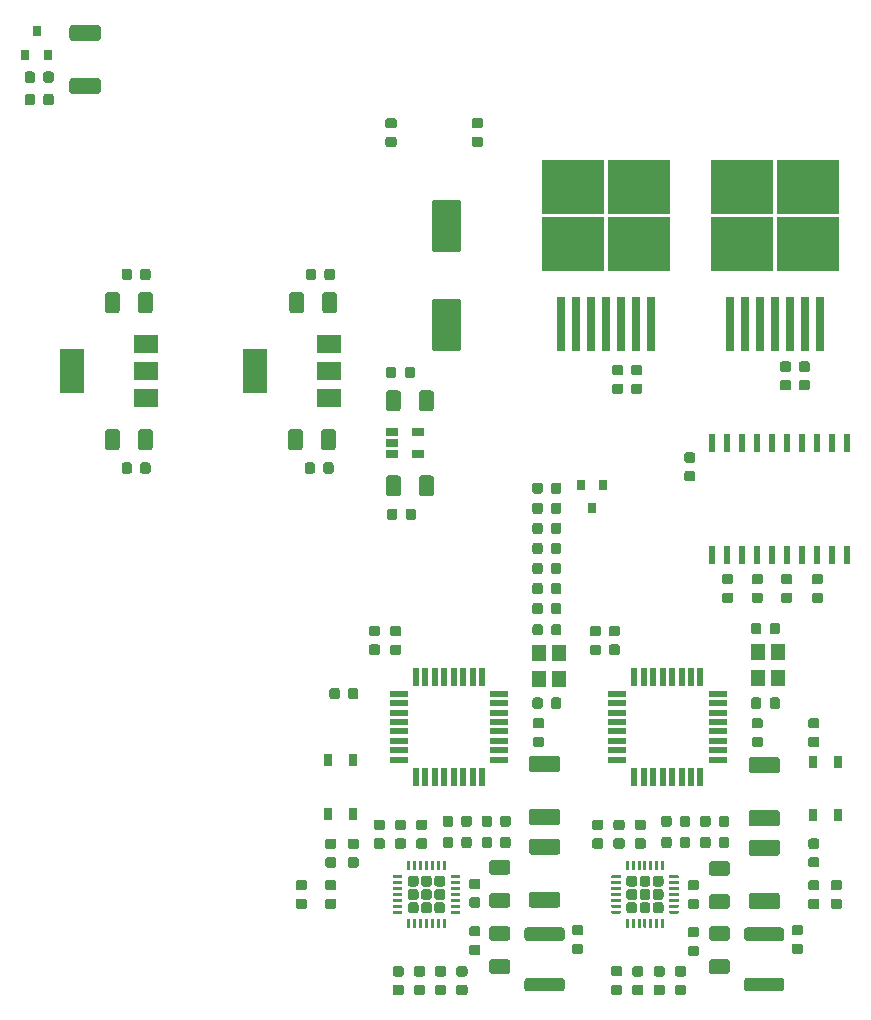
<source format=gtp>
G04 #@! TF.GenerationSoftware,KiCad,Pcbnew,(5.1.5)-3*
G04 #@! TF.CreationDate,2020-05-29T16:30:41+07:00*
G04 #@! TF.ProjectId,LIBV,4c494256-2e6b-4696-9361-645f70636258,rev?*
G04 #@! TF.SameCoordinates,PX6b93100PY86f1e60*
G04 #@! TF.FileFunction,Paste,Top*
G04 #@! TF.FilePolarity,Positive*
%FSLAX46Y46*%
G04 Gerber Fmt 4.6, Leading zero omitted, Abs format (unit mm)*
G04 Created by KiCad (PCBNEW (5.1.5)-3) date 2020-05-29 16:30:41*
%MOMM*%
%LPD*%
G04 APERTURE LIST*
%ADD10C,0.100000*%
%ADD11R,1.200000X1.400000*%
%ADD12R,1.600000X0.550000*%
%ADD13R,0.550000X1.600000*%
%ADD14R,0.800000X4.600000*%
%ADD15R,5.250000X4.550000*%
%ADD16R,0.600000X1.500000*%
%ADD17R,1.060000X0.650000*%
%ADD18R,2.000000X3.800000*%
%ADD19R,2.000000X1.500000*%
%ADD20R,0.750000X1.000000*%
%ADD21R,0.800000X0.900000*%
G04 APERTURE END LIST*
D10*
G36*
X74874505Y12623796D02*
G01*
X74898773Y12620196D01*
X74922572Y12614235D01*
X74945671Y12605970D01*
X74967850Y12595480D01*
X74988893Y12582868D01*
X75008599Y12568253D01*
X75026777Y12551777D01*
X75043253Y12533599D01*
X75057868Y12513893D01*
X75070480Y12492850D01*
X75080970Y12470671D01*
X75089235Y12447572D01*
X75095196Y12423773D01*
X75098796Y12399505D01*
X75100000Y12375001D01*
X75100000Y11749999D01*
X75098796Y11725495D01*
X75095196Y11701227D01*
X75089235Y11677428D01*
X75080970Y11654329D01*
X75070480Y11632150D01*
X75057868Y11611107D01*
X75043253Y11591401D01*
X75026777Y11573223D01*
X75008599Y11556747D01*
X74988893Y11542132D01*
X74967850Y11529520D01*
X74945671Y11519030D01*
X74922572Y11510765D01*
X74898773Y11504804D01*
X74874505Y11501204D01*
X74850001Y11500000D01*
X71949999Y11500000D01*
X71925495Y11501204D01*
X71901227Y11504804D01*
X71877428Y11510765D01*
X71854329Y11519030D01*
X71832150Y11529520D01*
X71811107Y11542132D01*
X71791401Y11556747D01*
X71773223Y11573223D01*
X71756747Y11591401D01*
X71742132Y11611107D01*
X71729520Y11632150D01*
X71719030Y11654329D01*
X71710765Y11677428D01*
X71704804Y11701227D01*
X71701204Y11725495D01*
X71700000Y11749999D01*
X71700000Y12375001D01*
X71701204Y12399505D01*
X71704804Y12423773D01*
X71710765Y12447572D01*
X71719030Y12470671D01*
X71729520Y12492850D01*
X71742132Y12513893D01*
X71756747Y12533599D01*
X71773223Y12551777D01*
X71791401Y12568253D01*
X71811107Y12582868D01*
X71832150Y12595480D01*
X71854329Y12605970D01*
X71877428Y12614235D01*
X71901227Y12620196D01*
X71925495Y12623796D01*
X71949999Y12625000D01*
X74850001Y12625000D01*
X74874505Y12623796D01*
G37*
G36*
X74874505Y16898796D02*
G01*
X74898773Y16895196D01*
X74922572Y16889235D01*
X74945671Y16880970D01*
X74967850Y16870480D01*
X74988893Y16857868D01*
X75008599Y16843253D01*
X75026777Y16826777D01*
X75043253Y16808599D01*
X75057868Y16788893D01*
X75070480Y16767850D01*
X75080970Y16745671D01*
X75089235Y16722572D01*
X75095196Y16698773D01*
X75098796Y16674505D01*
X75100000Y16650001D01*
X75100000Y16024999D01*
X75098796Y16000495D01*
X75095196Y15976227D01*
X75089235Y15952428D01*
X75080970Y15929329D01*
X75070480Y15907150D01*
X75057868Y15886107D01*
X75043253Y15866401D01*
X75026777Y15848223D01*
X75008599Y15831747D01*
X74988893Y15817132D01*
X74967850Y15804520D01*
X74945671Y15794030D01*
X74922572Y15785765D01*
X74898773Y15779804D01*
X74874505Y15776204D01*
X74850001Y15775000D01*
X71949999Y15775000D01*
X71925495Y15776204D01*
X71901227Y15779804D01*
X71877428Y15785765D01*
X71854329Y15794030D01*
X71832150Y15804520D01*
X71811107Y15817132D01*
X71791401Y15831747D01*
X71773223Y15848223D01*
X71756747Y15866401D01*
X71742132Y15886107D01*
X71729520Y15907150D01*
X71719030Y15929329D01*
X71710765Y15952428D01*
X71704804Y15976227D01*
X71701204Y16000495D01*
X71700000Y16024999D01*
X71700000Y16650001D01*
X71701204Y16674505D01*
X71704804Y16698773D01*
X71710765Y16722572D01*
X71719030Y16745671D01*
X71729520Y16767850D01*
X71742132Y16788893D01*
X71756747Y16808599D01*
X71773223Y16826777D01*
X71791401Y16843253D01*
X71811107Y16857868D01*
X71832150Y16870480D01*
X71854329Y16880970D01*
X71877428Y16889235D01*
X71901227Y16895196D01*
X71925495Y16898796D01*
X71949999Y16900000D01*
X74850001Y16900000D01*
X74874505Y16898796D01*
G37*
G36*
X56274505Y12623796D02*
G01*
X56298773Y12620196D01*
X56322572Y12614235D01*
X56345671Y12605970D01*
X56367850Y12595480D01*
X56388893Y12582868D01*
X56408599Y12568253D01*
X56426777Y12551777D01*
X56443253Y12533599D01*
X56457868Y12513893D01*
X56470480Y12492850D01*
X56480970Y12470671D01*
X56489235Y12447572D01*
X56495196Y12423773D01*
X56498796Y12399505D01*
X56500000Y12375001D01*
X56500000Y11749999D01*
X56498796Y11725495D01*
X56495196Y11701227D01*
X56489235Y11677428D01*
X56480970Y11654329D01*
X56470480Y11632150D01*
X56457868Y11611107D01*
X56443253Y11591401D01*
X56426777Y11573223D01*
X56408599Y11556747D01*
X56388893Y11542132D01*
X56367850Y11529520D01*
X56345671Y11519030D01*
X56322572Y11510765D01*
X56298773Y11504804D01*
X56274505Y11501204D01*
X56250001Y11500000D01*
X53349999Y11500000D01*
X53325495Y11501204D01*
X53301227Y11504804D01*
X53277428Y11510765D01*
X53254329Y11519030D01*
X53232150Y11529520D01*
X53211107Y11542132D01*
X53191401Y11556747D01*
X53173223Y11573223D01*
X53156747Y11591401D01*
X53142132Y11611107D01*
X53129520Y11632150D01*
X53119030Y11654329D01*
X53110765Y11677428D01*
X53104804Y11701227D01*
X53101204Y11725495D01*
X53100000Y11749999D01*
X53100000Y12375001D01*
X53101204Y12399505D01*
X53104804Y12423773D01*
X53110765Y12447572D01*
X53119030Y12470671D01*
X53129520Y12492850D01*
X53142132Y12513893D01*
X53156747Y12533599D01*
X53173223Y12551777D01*
X53191401Y12568253D01*
X53211107Y12582868D01*
X53232150Y12595480D01*
X53254329Y12605970D01*
X53277428Y12614235D01*
X53301227Y12620196D01*
X53325495Y12623796D01*
X53349999Y12625000D01*
X56250001Y12625000D01*
X56274505Y12623796D01*
G37*
G36*
X56274505Y16898796D02*
G01*
X56298773Y16895196D01*
X56322572Y16889235D01*
X56345671Y16880970D01*
X56367850Y16870480D01*
X56388893Y16857868D01*
X56408599Y16843253D01*
X56426777Y16826777D01*
X56443253Y16808599D01*
X56457868Y16788893D01*
X56470480Y16767850D01*
X56480970Y16745671D01*
X56489235Y16722572D01*
X56495196Y16698773D01*
X56498796Y16674505D01*
X56500000Y16650001D01*
X56500000Y16024999D01*
X56498796Y16000495D01*
X56495196Y15976227D01*
X56489235Y15952428D01*
X56480970Y15929329D01*
X56470480Y15907150D01*
X56457868Y15886107D01*
X56443253Y15866401D01*
X56426777Y15848223D01*
X56408599Y15831747D01*
X56388893Y15817132D01*
X56367850Y15804520D01*
X56345671Y15794030D01*
X56322572Y15785765D01*
X56298773Y15779804D01*
X56274505Y15776204D01*
X56250001Y15775000D01*
X53349999Y15775000D01*
X53325495Y15776204D01*
X53301227Y15779804D01*
X53277428Y15785765D01*
X53254329Y15794030D01*
X53232150Y15804520D01*
X53211107Y15817132D01*
X53191401Y15831747D01*
X53173223Y15848223D01*
X53156747Y15866401D01*
X53142132Y15886107D01*
X53129520Y15907150D01*
X53119030Y15929329D01*
X53110765Y15952428D01*
X53104804Y15976227D01*
X53101204Y16000495D01*
X53100000Y16024999D01*
X53100000Y16650001D01*
X53101204Y16674505D01*
X53104804Y16698773D01*
X53110765Y16722572D01*
X53119030Y16745671D01*
X53129520Y16767850D01*
X53142132Y16788893D01*
X53156747Y16808599D01*
X53173223Y16826777D01*
X53191401Y16843253D01*
X53211107Y16857868D01*
X53232150Y16870480D01*
X53254329Y16880970D01*
X53277428Y16889235D01*
X53301227Y16895196D01*
X53325495Y16898796D01*
X53349999Y16900000D01*
X56250001Y16900000D01*
X56274505Y16898796D01*
G37*
G36*
X75577691Y45248947D02*
G01*
X75598926Y45245797D01*
X75619750Y45240581D01*
X75639962Y45233349D01*
X75659368Y45224170D01*
X75677781Y45213134D01*
X75695024Y45200346D01*
X75710930Y45185930D01*
X75725346Y45170024D01*
X75738134Y45152781D01*
X75749170Y45134368D01*
X75758349Y45114962D01*
X75765581Y45094750D01*
X75770797Y45073926D01*
X75773947Y45052691D01*
X75775000Y45031250D01*
X75775000Y44593750D01*
X75773947Y44572309D01*
X75770797Y44551074D01*
X75765581Y44530250D01*
X75758349Y44510038D01*
X75749170Y44490632D01*
X75738134Y44472219D01*
X75725346Y44454976D01*
X75710930Y44439070D01*
X75695024Y44424654D01*
X75677781Y44411866D01*
X75659368Y44400830D01*
X75639962Y44391651D01*
X75619750Y44384419D01*
X75598926Y44379203D01*
X75577691Y44376053D01*
X75556250Y44375000D01*
X75043750Y44375000D01*
X75022309Y44376053D01*
X75001074Y44379203D01*
X74980250Y44384419D01*
X74960038Y44391651D01*
X74940632Y44400830D01*
X74922219Y44411866D01*
X74904976Y44424654D01*
X74889070Y44439070D01*
X74874654Y44454976D01*
X74861866Y44472219D01*
X74850830Y44490632D01*
X74841651Y44510038D01*
X74834419Y44530250D01*
X74829203Y44551074D01*
X74826053Y44572309D01*
X74825000Y44593750D01*
X74825000Y45031250D01*
X74826053Y45052691D01*
X74829203Y45073926D01*
X74834419Y45094750D01*
X74841651Y45114962D01*
X74850830Y45134368D01*
X74861866Y45152781D01*
X74874654Y45170024D01*
X74889070Y45185930D01*
X74904976Y45200346D01*
X74922219Y45213134D01*
X74940632Y45224170D01*
X74960038Y45233349D01*
X74980250Y45240581D01*
X75001074Y45245797D01*
X75022309Y45248947D01*
X75043750Y45250000D01*
X75556250Y45250000D01*
X75577691Y45248947D01*
G37*
G36*
X75577691Y46823947D02*
G01*
X75598926Y46820797D01*
X75619750Y46815581D01*
X75639962Y46808349D01*
X75659368Y46799170D01*
X75677781Y46788134D01*
X75695024Y46775346D01*
X75710930Y46760930D01*
X75725346Y46745024D01*
X75738134Y46727781D01*
X75749170Y46709368D01*
X75758349Y46689962D01*
X75765581Y46669750D01*
X75770797Y46648926D01*
X75773947Y46627691D01*
X75775000Y46606250D01*
X75775000Y46168750D01*
X75773947Y46147309D01*
X75770797Y46126074D01*
X75765581Y46105250D01*
X75758349Y46085038D01*
X75749170Y46065632D01*
X75738134Y46047219D01*
X75725346Y46029976D01*
X75710930Y46014070D01*
X75695024Y45999654D01*
X75677781Y45986866D01*
X75659368Y45975830D01*
X75639962Y45966651D01*
X75619750Y45959419D01*
X75598926Y45954203D01*
X75577691Y45951053D01*
X75556250Y45950000D01*
X75043750Y45950000D01*
X75022309Y45951053D01*
X75001074Y45954203D01*
X74980250Y45959419D01*
X74960038Y45966651D01*
X74940632Y45975830D01*
X74922219Y45986866D01*
X74904976Y45999654D01*
X74889070Y46014070D01*
X74874654Y46029976D01*
X74861866Y46047219D01*
X74850830Y46065632D01*
X74841651Y46085038D01*
X74834419Y46105250D01*
X74829203Y46126074D01*
X74826053Y46147309D01*
X74825000Y46168750D01*
X74825000Y46606250D01*
X74826053Y46627691D01*
X74829203Y46648926D01*
X74834419Y46669750D01*
X74841651Y46689962D01*
X74850830Y46709368D01*
X74861866Y46727781D01*
X74874654Y46745024D01*
X74889070Y46760930D01*
X74904976Y46775346D01*
X74922219Y46788134D01*
X74940632Y46799170D01*
X74960038Y46808349D01*
X74980250Y46815581D01*
X75001074Y46820797D01*
X75022309Y46823947D01*
X75043750Y46825000D01*
X75556250Y46825000D01*
X75577691Y46823947D01*
G37*
D11*
X72900000Y40200000D03*
X72900000Y38000000D03*
X74600000Y38000000D03*
X74600000Y40200000D03*
X54350000Y40100000D03*
X54350000Y37900000D03*
X56050000Y37900000D03*
X56050000Y40100000D03*
D12*
X69450000Y31100000D03*
X69450000Y31900000D03*
X69450000Y32700000D03*
X69450000Y33500000D03*
X69450000Y34300000D03*
X69450000Y35100000D03*
X69450000Y35900000D03*
X69450000Y36700000D03*
D13*
X68000000Y38150000D03*
X67200000Y38150000D03*
X66400000Y38150000D03*
X65600000Y38150000D03*
X64800000Y38150000D03*
X64000000Y38150000D03*
X63200000Y38150000D03*
X62400000Y38150000D03*
D12*
X60950000Y36700000D03*
X60950000Y35900000D03*
X60950000Y35100000D03*
X60950000Y34300000D03*
X60950000Y33500000D03*
X60950000Y32700000D03*
X60950000Y31900000D03*
X60950000Y31100000D03*
D13*
X62400000Y29650000D03*
X63200000Y29650000D03*
X64000000Y29650000D03*
X64800000Y29650000D03*
X65600000Y29650000D03*
X66400000Y29650000D03*
X67200000Y29650000D03*
X68000000Y29650000D03*
D10*
G36*
X62427054Y19028917D02*
G01*
X62448895Y19025677D01*
X62470314Y19020312D01*
X62491104Y19012873D01*
X62511064Y19003432D01*
X62530003Y18992081D01*
X62547738Y18978927D01*
X62564099Y18964099D01*
X62578927Y18947738D01*
X62592081Y18930003D01*
X62603432Y18911064D01*
X62612873Y18891104D01*
X62620312Y18870314D01*
X62625677Y18848895D01*
X62628917Y18827054D01*
X62630000Y18805000D01*
X62630000Y18355000D01*
X62628917Y18332946D01*
X62625677Y18311105D01*
X62620312Y18289686D01*
X62612873Y18268896D01*
X62603432Y18248936D01*
X62592081Y18229997D01*
X62578927Y18212262D01*
X62564099Y18195901D01*
X62547738Y18181073D01*
X62530003Y18167919D01*
X62511064Y18156568D01*
X62491104Y18147127D01*
X62470314Y18139688D01*
X62448895Y18134323D01*
X62427054Y18131083D01*
X62405000Y18130000D01*
X61955000Y18130000D01*
X61932946Y18131083D01*
X61911105Y18134323D01*
X61889686Y18139688D01*
X61868896Y18147127D01*
X61848936Y18156568D01*
X61829997Y18167919D01*
X61812262Y18181073D01*
X61795901Y18195901D01*
X61781073Y18212262D01*
X61767919Y18229997D01*
X61756568Y18248936D01*
X61747127Y18268896D01*
X61739688Y18289686D01*
X61734323Y18311105D01*
X61731083Y18332946D01*
X61730000Y18355000D01*
X61730000Y18805000D01*
X61731083Y18827054D01*
X61734323Y18848895D01*
X61739688Y18870314D01*
X61747127Y18891104D01*
X61756568Y18911064D01*
X61767919Y18930003D01*
X61781073Y18947738D01*
X61795901Y18964099D01*
X61812262Y18978927D01*
X61829997Y18992081D01*
X61848936Y19003432D01*
X61868896Y19012873D01*
X61889686Y19020312D01*
X61911105Y19025677D01*
X61932946Y19028917D01*
X61955000Y19030000D01*
X62405000Y19030000D01*
X62427054Y19028917D01*
G37*
G36*
X63547054Y19028917D02*
G01*
X63568895Y19025677D01*
X63590314Y19020312D01*
X63611104Y19012873D01*
X63631064Y19003432D01*
X63650003Y18992081D01*
X63667738Y18978927D01*
X63684099Y18964099D01*
X63698927Y18947738D01*
X63712081Y18930003D01*
X63723432Y18911064D01*
X63732873Y18891104D01*
X63740312Y18870314D01*
X63745677Y18848895D01*
X63748917Y18827054D01*
X63750000Y18805000D01*
X63750000Y18355000D01*
X63748917Y18332946D01*
X63745677Y18311105D01*
X63740312Y18289686D01*
X63732873Y18268896D01*
X63723432Y18248936D01*
X63712081Y18229997D01*
X63698927Y18212262D01*
X63684099Y18195901D01*
X63667738Y18181073D01*
X63650003Y18167919D01*
X63631064Y18156568D01*
X63611104Y18147127D01*
X63590314Y18139688D01*
X63568895Y18134323D01*
X63547054Y18131083D01*
X63525000Y18130000D01*
X63075000Y18130000D01*
X63052946Y18131083D01*
X63031105Y18134323D01*
X63009686Y18139688D01*
X62988896Y18147127D01*
X62968936Y18156568D01*
X62949997Y18167919D01*
X62932262Y18181073D01*
X62915901Y18195901D01*
X62901073Y18212262D01*
X62887919Y18229997D01*
X62876568Y18248936D01*
X62867127Y18268896D01*
X62859688Y18289686D01*
X62854323Y18311105D01*
X62851083Y18332946D01*
X62850000Y18355000D01*
X62850000Y18805000D01*
X62851083Y18827054D01*
X62854323Y18848895D01*
X62859688Y18870314D01*
X62867127Y18891104D01*
X62876568Y18911064D01*
X62887919Y18930003D01*
X62901073Y18947738D01*
X62915901Y18964099D01*
X62932262Y18978927D01*
X62949997Y18992081D01*
X62968936Y19003432D01*
X62988896Y19012873D01*
X63009686Y19020312D01*
X63031105Y19025677D01*
X63052946Y19028917D01*
X63075000Y19030000D01*
X63525000Y19030000D01*
X63547054Y19028917D01*
G37*
G36*
X64667054Y19028917D02*
G01*
X64688895Y19025677D01*
X64710314Y19020312D01*
X64731104Y19012873D01*
X64751064Y19003432D01*
X64770003Y18992081D01*
X64787738Y18978927D01*
X64804099Y18964099D01*
X64818927Y18947738D01*
X64832081Y18930003D01*
X64843432Y18911064D01*
X64852873Y18891104D01*
X64860312Y18870314D01*
X64865677Y18848895D01*
X64868917Y18827054D01*
X64870000Y18805000D01*
X64870000Y18355000D01*
X64868917Y18332946D01*
X64865677Y18311105D01*
X64860312Y18289686D01*
X64852873Y18268896D01*
X64843432Y18248936D01*
X64832081Y18229997D01*
X64818927Y18212262D01*
X64804099Y18195901D01*
X64787738Y18181073D01*
X64770003Y18167919D01*
X64751064Y18156568D01*
X64731104Y18147127D01*
X64710314Y18139688D01*
X64688895Y18134323D01*
X64667054Y18131083D01*
X64645000Y18130000D01*
X64195000Y18130000D01*
X64172946Y18131083D01*
X64151105Y18134323D01*
X64129686Y18139688D01*
X64108896Y18147127D01*
X64088936Y18156568D01*
X64069997Y18167919D01*
X64052262Y18181073D01*
X64035901Y18195901D01*
X64021073Y18212262D01*
X64007919Y18229997D01*
X63996568Y18248936D01*
X63987127Y18268896D01*
X63979688Y18289686D01*
X63974323Y18311105D01*
X63971083Y18332946D01*
X63970000Y18355000D01*
X63970000Y18805000D01*
X63971083Y18827054D01*
X63974323Y18848895D01*
X63979688Y18870314D01*
X63987127Y18891104D01*
X63996568Y18911064D01*
X64007919Y18930003D01*
X64021073Y18947738D01*
X64035901Y18964099D01*
X64052262Y18978927D01*
X64069997Y18992081D01*
X64088936Y19003432D01*
X64108896Y19012873D01*
X64129686Y19020312D01*
X64151105Y19025677D01*
X64172946Y19028917D01*
X64195000Y19030000D01*
X64645000Y19030000D01*
X64667054Y19028917D01*
G37*
G36*
X62427054Y20148917D02*
G01*
X62448895Y20145677D01*
X62470314Y20140312D01*
X62491104Y20132873D01*
X62511064Y20123432D01*
X62530003Y20112081D01*
X62547738Y20098927D01*
X62564099Y20084099D01*
X62578927Y20067738D01*
X62592081Y20050003D01*
X62603432Y20031064D01*
X62612873Y20011104D01*
X62620312Y19990314D01*
X62625677Y19968895D01*
X62628917Y19947054D01*
X62630000Y19925000D01*
X62630000Y19475000D01*
X62628917Y19452946D01*
X62625677Y19431105D01*
X62620312Y19409686D01*
X62612873Y19388896D01*
X62603432Y19368936D01*
X62592081Y19349997D01*
X62578927Y19332262D01*
X62564099Y19315901D01*
X62547738Y19301073D01*
X62530003Y19287919D01*
X62511064Y19276568D01*
X62491104Y19267127D01*
X62470314Y19259688D01*
X62448895Y19254323D01*
X62427054Y19251083D01*
X62405000Y19250000D01*
X61955000Y19250000D01*
X61932946Y19251083D01*
X61911105Y19254323D01*
X61889686Y19259688D01*
X61868896Y19267127D01*
X61848936Y19276568D01*
X61829997Y19287919D01*
X61812262Y19301073D01*
X61795901Y19315901D01*
X61781073Y19332262D01*
X61767919Y19349997D01*
X61756568Y19368936D01*
X61747127Y19388896D01*
X61739688Y19409686D01*
X61734323Y19431105D01*
X61731083Y19452946D01*
X61730000Y19475000D01*
X61730000Y19925000D01*
X61731083Y19947054D01*
X61734323Y19968895D01*
X61739688Y19990314D01*
X61747127Y20011104D01*
X61756568Y20031064D01*
X61767919Y20050003D01*
X61781073Y20067738D01*
X61795901Y20084099D01*
X61812262Y20098927D01*
X61829997Y20112081D01*
X61848936Y20123432D01*
X61868896Y20132873D01*
X61889686Y20140312D01*
X61911105Y20145677D01*
X61932946Y20148917D01*
X61955000Y20150000D01*
X62405000Y20150000D01*
X62427054Y20148917D01*
G37*
G36*
X63547054Y20148917D02*
G01*
X63568895Y20145677D01*
X63590314Y20140312D01*
X63611104Y20132873D01*
X63631064Y20123432D01*
X63650003Y20112081D01*
X63667738Y20098927D01*
X63684099Y20084099D01*
X63698927Y20067738D01*
X63712081Y20050003D01*
X63723432Y20031064D01*
X63732873Y20011104D01*
X63740312Y19990314D01*
X63745677Y19968895D01*
X63748917Y19947054D01*
X63750000Y19925000D01*
X63750000Y19475000D01*
X63748917Y19452946D01*
X63745677Y19431105D01*
X63740312Y19409686D01*
X63732873Y19388896D01*
X63723432Y19368936D01*
X63712081Y19349997D01*
X63698927Y19332262D01*
X63684099Y19315901D01*
X63667738Y19301073D01*
X63650003Y19287919D01*
X63631064Y19276568D01*
X63611104Y19267127D01*
X63590314Y19259688D01*
X63568895Y19254323D01*
X63547054Y19251083D01*
X63525000Y19250000D01*
X63075000Y19250000D01*
X63052946Y19251083D01*
X63031105Y19254323D01*
X63009686Y19259688D01*
X62988896Y19267127D01*
X62968936Y19276568D01*
X62949997Y19287919D01*
X62932262Y19301073D01*
X62915901Y19315901D01*
X62901073Y19332262D01*
X62887919Y19349997D01*
X62876568Y19368936D01*
X62867127Y19388896D01*
X62859688Y19409686D01*
X62854323Y19431105D01*
X62851083Y19452946D01*
X62850000Y19475000D01*
X62850000Y19925000D01*
X62851083Y19947054D01*
X62854323Y19968895D01*
X62859688Y19990314D01*
X62867127Y20011104D01*
X62876568Y20031064D01*
X62887919Y20050003D01*
X62901073Y20067738D01*
X62915901Y20084099D01*
X62932262Y20098927D01*
X62949997Y20112081D01*
X62968936Y20123432D01*
X62988896Y20132873D01*
X63009686Y20140312D01*
X63031105Y20145677D01*
X63052946Y20148917D01*
X63075000Y20150000D01*
X63525000Y20150000D01*
X63547054Y20148917D01*
G37*
G36*
X64667054Y20148917D02*
G01*
X64688895Y20145677D01*
X64710314Y20140312D01*
X64731104Y20132873D01*
X64751064Y20123432D01*
X64770003Y20112081D01*
X64787738Y20098927D01*
X64804099Y20084099D01*
X64818927Y20067738D01*
X64832081Y20050003D01*
X64843432Y20031064D01*
X64852873Y20011104D01*
X64860312Y19990314D01*
X64865677Y19968895D01*
X64868917Y19947054D01*
X64870000Y19925000D01*
X64870000Y19475000D01*
X64868917Y19452946D01*
X64865677Y19431105D01*
X64860312Y19409686D01*
X64852873Y19388896D01*
X64843432Y19368936D01*
X64832081Y19349997D01*
X64818927Y19332262D01*
X64804099Y19315901D01*
X64787738Y19301073D01*
X64770003Y19287919D01*
X64751064Y19276568D01*
X64731104Y19267127D01*
X64710314Y19259688D01*
X64688895Y19254323D01*
X64667054Y19251083D01*
X64645000Y19250000D01*
X64195000Y19250000D01*
X64172946Y19251083D01*
X64151105Y19254323D01*
X64129686Y19259688D01*
X64108896Y19267127D01*
X64088936Y19276568D01*
X64069997Y19287919D01*
X64052262Y19301073D01*
X64035901Y19315901D01*
X64021073Y19332262D01*
X64007919Y19349997D01*
X63996568Y19368936D01*
X63987127Y19388896D01*
X63979688Y19409686D01*
X63974323Y19431105D01*
X63971083Y19452946D01*
X63970000Y19475000D01*
X63970000Y19925000D01*
X63971083Y19947054D01*
X63974323Y19968895D01*
X63979688Y19990314D01*
X63987127Y20011104D01*
X63996568Y20031064D01*
X64007919Y20050003D01*
X64021073Y20067738D01*
X64035901Y20084099D01*
X64052262Y20098927D01*
X64069997Y20112081D01*
X64088936Y20123432D01*
X64108896Y20132873D01*
X64129686Y20140312D01*
X64151105Y20145677D01*
X64172946Y20148917D01*
X64195000Y20150000D01*
X64645000Y20150000D01*
X64667054Y20148917D01*
G37*
G36*
X62427054Y21268917D02*
G01*
X62448895Y21265677D01*
X62470314Y21260312D01*
X62491104Y21252873D01*
X62511064Y21243432D01*
X62530003Y21232081D01*
X62547738Y21218927D01*
X62564099Y21204099D01*
X62578927Y21187738D01*
X62592081Y21170003D01*
X62603432Y21151064D01*
X62612873Y21131104D01*
X62620312Y21110314D01*
X62625677Y21088895D01*
X62628917Y21067054D01*
X62630000Y21045000D01*
X62630000Y20595000D01*
X62628917Y20572946D01*
X62625677Y20551105D01*
X62620312Y20529686D01*
X62612873Y20508896D01*
X62603432Y20488936D01*
X62592081Y20469997D01*
X62578927Y20452262D01*
X62564099Y20435901D01*
X62547738Y20421073D01*
X62530003Y20407919D01*
X62511064Y20396568D01*
X62491104Y20387127D01*
X62470314Y20379688D01*
X62448895Y20374323D01*
X62427054Y20371083D01*
X62405000Y20370000D01*
X61955000Y20370000D01*
X61932946Y20371083D01*
X61911105Y20374323D01*
X61889686Y20379688D01*
X61868896Y20387127D01*
X61848936Y20396568D01*
X61829997Y20407919D01*
X61812262Y20421073D01*
X61795901Y20435901D01*
X61781073Y20452262D01*
X61767919Y20469997D01*
X61756568Y20488936D01*
X61747127Y20508896D01*
X61739688Y20529686D01*
X61734323Y20551105D01*
X61731083Y20572946D01*
X61730000Y20595000D01*
X61730000Y21045000D01*
X61731083Y21067054D01*
X61734323Y21088895D01*
X61739688Y21110314D01*
X61747127Y21131104D01*
X61756568Y21151064D01*
X61767919Y21170003D01*
X61781073Y21187738D01*
X61795901Y21204099D01*
X61812262Y21218927D01*
X61829997Y21232081D01*
X61848936Y21243432D01*
X61868896Y21252873D01*
X61889686Y21260312D01*
X61911105Y21265677D01*
X61932946Y21268917D01*
X61955000Y21270000D01*
X62405000Y21270000D01*
X62427054Y21268917D01*
G37*
G36*
X63547054Y21268917D02*
G01*
X63568895Y21265677D01*
X63590314Y21260312D01*
X63611104Y21252873D01*
X63631064Y21243432D01*
X63650003Y21232081D01*
X63667738Y21218927D01*
X63684099Y21204099D01*
X63698927Y21187738D01*
X63712081Y21170003D01*
X63723432Y21151064D01*
X63732873Y21131104D01*
X63740312Y21110314D01*
X63745677Y21088895D01*
X63748917Y21067054D01*
X63750000Y21045000D01*
X63750000Y20595000D01*
X63748917Y20572946D01*
X63745677Y20551105D01*
X63740312Y20529686D01*
X63732873Y20508896D01*
X63723432Y20488936D01*
X63712081Y20469997D01*
X63698927Y20452262D01*
X63684099Y20435901D01*
X63667738Y20421073D01*
X63650003Y20407919D01*
X63631064Y20396568D01*
X63611104Y20387127D01*
X63590314Y20379688D01*
X63568895Y20374323D01*
X63547054Y20371083D01*
X63525000Y20370000D01*
X63075000Y20370000D01*
X63052946Y20371083D01*
X63031105Y20374323D01*
X63009686Y20379688D01*
X62988896Y20387127D01*
X62968936Y20396568D01*
X62949997Y20407919D01*
X62932262Y20421073D01*
X62915901Y20435901D01*
X62901073Y20452262D01*
X62887919Y20469997D01*
X62876568Y20488936D01*
X62867127Y20508896D01*
X62859688Y20529686D01*
X62854323Y20551105D01*
X62851083Y20572946D01*
X62850000Y20595000D01*
X62850000Y21045000D01*
X62851083Y21067054D01*
X62854323Y21088895D01*
X62859688Y21110314D01*
X62867127Y21131104D01*
X62876568Y21151064D01*
X62887919Y21170003D01*
X62901073Y21187738D01*
X62915901Y21204099D01*
X62932262Y21218927D01*
X62949997Y21232081D01*
X62968936Y21243432D01*
X62988896Y21252873D01*
X63009686Y21260312D01*
X63031105Y21265677D01*
X63052946Y21268917D01*
X63075000Y21270000D01*
X63525000Y21270000D01*
X63547054Y21268917D01*
G37*
G36*
X64667054Y21268917D02*
G01*
X64688895Y21265677D01*
X64710314Y21260312D01*
X64731104Y21252873D01*
X64751064Y21243432D01*
X64770003Y21232081D01*
X64787738Y21218927D01*
X64804099Y21204099D01*
X64818927Y21187738D01*
X64832081Y21170003D01*
X64843432Y21151064D01*
X64852873Y21131104D01*
X64860312Y21110314D01*
X64865677Y21088895D01*
X64868917Y21067054D01*
X64870000Y21045000D01*
X64870000Y20595000D01*
X64868917Y20572946D01*
X64865677Y20551105D01*
X64860312Y20529686D01*
X64852873Y20508896D01*
X64843432Y20488936D01*
X64832081Y20469997D01*
X64818927Y20452262D01*
X64804099Y20435901D01*
X64787738Y20421073D01*
X64770003Y20407919D01*
X64751064Y20396568D01*
X64731104Y20387127D01*
X64710314Y20379688D01*
X64688895Y20374323D01*
X64667054Y20371083D01*
X64645000Y20370000D01*
X64195000Y20370000D01*
X64172946Y20371083D01*
X64151105Y20374323D01*
X64129686Y20379688D01*
X64108896Y20387127D01*
X64088936Y20396568D01*
X64069997Y20407919D01*
X64052262Y20421073D01*
X64035901Y20435901D01*
X64021073Y20452262D01*
X64007919Y20469997D01*
X63996568Y20488936D01*
X63987127Y20508896D01*
X63979688Y20529686D01*
X63974323Y20551105D01*
X63971083Y20572946D01*
X63970000Y20595000D01*
X63970000Y21045000D01*
X63971083Y21067054D01*
X63974323Y21088895D01*
X63979688Y21110314D01*
X63987127Y21131104D01*
X63996568Y21151064D01*
X64007919Y21170003D01*
X64021073Y21187738D01*
X64035901Y21204099D01*
X64052262Y21218927D01*
X64069997Y21232081D01*
X64088936Y21243432D01*
X64108896Y21252873D01*
X64129686Y21260312D01*
X64151105Y21265677D01*
X64172946Y21268917D01*
X64195000Y21270000D01*
X64645000Y21270000D01*
X64667054Y21268917D01*
G37*
G36*
X61868626Y17649699D02*
G01*
X61874693Y17648799D01*
X61880643Y17647309D01*
X61886418Y17645242D01*
X61891962Y17642620D01*
X61897223Y17639467D01*
X61902150Y17635813D01*
X61906694Y17631694D01*
X61910813Y17627150D01*
X61914467Y17622223D01*
X61917620Y17616962D01*
X61920242Y17611418D01*
X61922309Y17605643D01*
X61923799Y17599693D01*
X61924699Y17593626D01*
X61925000Y17587500D01*
X61925000Y16912500D01*
X61924699Y16906374D01*
X61923799Y16900307D01*
X61922309Y16894357D01*
X61920242Y16888582D01*
X61917620Y16883038D01*
X61914467Y16877777D01*
X61910813Y16872850D01*
X61906694Y16868306D01*
X61902150Y16864187D01*
X61897223Y16860533D01*
X61891962Y16857380D01*
X61886418Y16854758D01*
X61880643Y16852691D01*
X61874693Y16851201D01*
X61868626Y16850301D01*
X61862500Y16850000D01*
X61737500Y16850000D01*
X61731374Y16850301D01*
X61725307Y16851201D01*
X61719357Y16852691D01*
X61713582Y16854758D01*
X61708038Y16857380D01*
X61702777Y16860533D01*
X61697850Y16864187D01*
X61693306Y16868306D01*
X61689187Y16872850D01*
X61685533Y16877777D01*
X61682380Y16883038D01*
X61679758Y16888582D01*
X61677691Y16894357D01*
X61676201Y16900307D01*
X61675301Y16906374D01*
X61675000Y16912500D01*
X61675000Y17587500D01*
X61675301Y17593626D01*
X61676201Y17599693D01*
X61677691Y17605643D01*
X61679758Y17611418D01*
X61682380Y17616962D01*
X61685533Y17622223D01*
X61689187Y17627150D01*
X61693306Y17631694D01*
X61697850Y17635813D01*
X61702777Y17639467D01*
X61708038Y17642620D01*
X61713582Y17645242D01*
X61719357Y17647309D01*
X61725307Y17648799D01*
X61731374Y17649699D01*
X61737500Y17650000D01*
X61862500Y17650000D01*
X61868626Y17649699D01*
G37*
G36*
X62368626Y17649699D02*
G01*
X62374693Y17648799D01*
X62380643Y17647309D01*
X62386418Y17645242D01*
X62391962Y17642620D01*
X62397223Y17639467D01*
X62402150Y17635813D01*
X62406694Y17631694D01*
X62410813Y17627150D01*
X62414467Y17622223D01*
X62417620Y17616962D01*
X62420242Y17611418D01*
X62422309Y17605643D01*
X62423799Y17599693D01*
X62424699Y17593626D01*
X62425000Y17587500D01*
X62425000Y16912500D01*
X62424699Y16906374D01*
X62423799Y16900307D01*
X62422309Y16894357D01*
X62420242Y16888582D01*
X62417620Y16883038D01*
X62414467Y16877777D01*
X62410813Y16872850D01*
X62406694Y16868306D01*
X62402150Y16864187D01*
X62397223Y16860533D01*
X62391962Y16857380D01*
X62386418Y16854758D01*
X62380643Y16852691D01*
X62374693Y16851201D01*
X62368626Y16850301D01*
X62362500Y16850000D01*
X62237500Y16850000D01*
X62231374Y16850301D01*
X62225307Y16851201D01*
X62219357Y16852691D01*
X62213582Y16854758D01*
X62208038Y16857380D01*
X62202777Y16860533D01*
X62197850Y16864187D01*
X62193306Y16868306D01*
X62189187Y16872850D01*
X62185533Y16877777D01*
X62182380Y16883038D01*
X62179758Y16888582D01*
X62177691Y16894357D01*
X62176201Y16900307D01*
X62175301Y16906374D01*
X62175000Y16912500D01*
X62175000Y17587500D01*
X62175301Y17593626D01*
X62176201Y17599693D01*
X62177691Y17605643D01*
X62179758Y17611418D01*
X62182380Y17616962D01*
X62185533Y17622223D01*
X62189187Y17627150D01*
X62193306Y17631694D01*
X62197850Y17635813D01*
X62202777Y17639467D01*
X62208038Y17642620D01*
X62213582Y17645242D01*
X62219357Y17647309D01*
X62225307Y17648799D01*
X62231374Y17649699D01*
X62237500Y17650000D01*
X62362500Y17650000D01*
X62368626Y17649699D01*
G37*
G36*
X62868626Y17649699D02*
G01*
X62874693Y17648799D01*
X62880643Y17647309D01*
X62886418Y17645242D01*
X62891962Y17642620D01*
X62897223Y17639467D01*
X62902150Y17635813D01*
X62906694Y17631694D01*
X62910813Y17627150D01*
X62914467Y17622223D01*
X62917620Y17616962D01*
X62920242Y17611418D01*
X62922309Y17605643D01*
X62923799Y17599693D01*
X62924699Y17593626D01*
X62925000Y17587500D01*
X62925000Y16912500D01*
X62924699Y16906374D01*
X62923799Y16900307D01*
X62922309Y16894357D01*
X62920242Y16888582D01*
X62917620Y16883038D01*
X62914467Y16877777D01*
X62910813Y16872850D01*
X62906694Y16868306D01*
X62902150Y16864187D01*
X62897223Y16860533D01*
X62891962Y16857380D01*
X62886418Y16854758D01*
X62880643Y16852691D01*
X62874693Y16851201D01*
X62868626Y16850301D01*
X62862500Y16850000D01*
X62737500Y16850000D01*
X62731374Y16850301D01*
X62725307Y16851201D01*
X62719357Y16852691D01*
X62713582Y16854758D01*
X62708038Y16857380D01*
X62702777Y16860533D01*
X62697850Y16864187D01*
X62693306Y16868306D01*
X62689187Y16872850D01*
X62685533Y16877777D01*
X62682380Y16883038D01*
X62679758Y16888582D01*
X62677691Y16894357D01*
X62676201Y16900307D01*
X62675301Y16906374D01*
X62675000Y16912500D01*
X62675000Y17587500D01*
X62675301Y17593626D01*
X62676201Y17599693D01*
X62677691Y17605643D01*
X62679758Y17611418D01*
X62682380Y17616962D01*
X62685533Y17622223D01*
X62689187Y17627150D01*
X62693306Y17631694D01*
X62697850Y17635813D01*
X62702777Y17639467D01*
X62708038Y17642620D01*
X62713582Y17645242D01*
X62719357Y17647309D01*
X62725307Y17648799D01*
X62731374Y17649699D01*
X62737500Y17650000D01*
X62862500Y17650000D01*
X62868626Y17649699D01*
G37*
G36*
X63368626Y17649699D02*
G01*
X63374693Y17648799D01*
X63380643Y17647309D01*
X63386418Y17645242D01*
X63391962Y17642620D01*
X63397223Y17639467D01*
X63402150Y17635813D01*
X63406694Y17631694D01*
X63410813Y17627150D01*
X63414467Y17622223D01*
X63417620Y17616962D01*
X63420242Y17611418D01*
X63422309Y17605643D01*
X63423799Y17599693D01*
X63424699Y17593626D01*
X63425000Y17587500D01*
X63425000Y16912500D01*
X63424699Y16906374D01*
X63423799Y16900307D01*
X63422309Y16894357D01*
X63420242Y16888582D01*
X63417620Y16883038D01*
X63414467Y16877777D01*
X63410813Y16872850D01*
X63406694Y16868306D01*
X63402150Y16864187D01*
X63397223Y16860533D01*
X63391962Y16857380D01*
X63386418Y16854758D01*
X63380643Y16852691D01*
X63374693Y16851201D01*
X63368626Y16850301D01*
X63362500Y16850000D01*
X63237500Y16850000D01*
X63231374Y16850301D01*
X63225307Y16851201D01*
X63219357Y16852691D01*
X63213582Y16854758D01*
X63208038Y16857380D01*
X63202777Y16860533D01*
X63197850Y16864187D01*
X63193306Y16868306D01*
X63189187Y16872850D01*
X63185533Y16877777D01*
X63182380Y16883038D01*
X63179758Y16888582D01*
X63177691Y16894357D01*
X63176201Y16900307D01*
X63175301Y16906374D01*
X63175000Y16912500D01*
X63175000Y17587500D01*
X63175301Y17593626D01*
X63176201Y17599693D01*
X63177691Y17605643D01*
X63179758Y17611418D01*
X63182380Y17616962D01*
X63185533Y17622223D01*
X63189187Y17627150D01*
X63193306Y17631694D01*
X63197850Y17635813D01*
X63202777Y17639467D01*
X63208038Y17642620D01*
X63213582Y17645242D01*
X63219357Y17647309D01*
X63225307Y17648799D01*
X63231374Y17649699D01*
X63237500Y17650000D01*
X63362500Y17650000D01*
X63368626Y17649699D01*
G37*
G36*
X63868626Y17649699D02*
G01*
X63874693Y17648799D01*
X63880643Y17647309D01*
X63886418Y17645242D01*
X63891962Y17642620D01*
X63897223Y17639467D01*
X63902150Y17635813D01*
X63906694Y17631694D01*
X63910813Y17627150D01*
X63914467Y17622223D01*
X63917620Y17616962D01*
X63920242Y17611418D01*
X63922309Y17605643D01*
X63923799Y17599693D01*
X63924699Y17593626D01*
X63925000Y17587500D01*
X63925000Y16912500D01*
X63924699Y16906374D01*
X63923799Y16900307D01*
X63922309Y16894357D01*
X63920242Y16888582D01*
X63917620Y16883038D01*
X63914467Y16877777D01*
X63910813Y16872850D01*
X63906694Y16868306D01*
X63902150Y16864187D01*
X63897223Y16860533D01*
X63891962Y16857380D01*
X63886418Y16854758D01*
X63880643Y16852691D01*
X63874693Y16851201D01*
X63868626Y16850301D01*
X63862500Y16850000D01*
X63737500Y16850000D01*
X63731374Y16850301D01*
X63725307Y16851201D01*
X63719357Y16852691D01*
X63713582Y16854758D01*
X63708038Y16857380D01*
X63702777Y16860533D01*
X63697850Y16864187D01*
X63693306Y16868306D01*
X63689187Y16872850D01*
X63685533Y16877777D01*
X63682380Y16883038D01*
X63679758Y16888582D01*
X63677691Y16894357D01*
X63676201Y16900307D01*
X63675301Y16906374D01*
X63675000Y16912500D01*
X63675000Y17587500D01*
X63675301Y17593626D01*
X63676201Y17599693D01*
X63677691Y17605643D01*
X63679758Y17611418D01*
X63682380Y17616962D01*
X63685533Y17622223D01*
X63689187Y17627150D01*
X63693306Y17631694D01*
X63697850Y17635813D01*
X63702777Y17639467D01*
X63708038Y17642620D01*
X63713582Y17645242D01*
X63719357Y17647309D01*
X63725307Y17648799D01*
X63731374Y17649699D01*
X63737500Y17650000D01*
X63862500Y17650000D01*
X63868626Y17649699D01*
G37*
G36*
X64368626Y17649699D02*
G01*
X64374693Y17648799D01*
X64380643Y17647309D01*
X64386418Y17645242D01*
X64391962Y17642620D01*
X64397223Y17639467D01*
X64402150Y17635813D01*
X64406694Y17631694D01*
X64410813Y17627150D01*
X64414467Y17622223D01*
X64417620Y17616962D01*
X64420242Y17611418D01*
X64422309Y17605643D01*
X64423799Y17599693D01*
X64424699Y17593626D01*
X64425000Y17587500D01*
X64425000Y16912500D01*
X64424699Y16906374D01*
X64423799Y16900307D01*
X64422309Y16894357D01*
X64420242Y16888582D01*
X64417620Y16883038D01*
X64414467Y16877777D01*
X64410813Y16872850D01*
X64406694Y16868306D01*
X64402150Y16864187D01*
X64397223Y16860533D01*
X64391962Y16857380D01*
X64386418Y16854758D01*
X64380643Y16852691D01*
X64374693Y16851201D01*
X64368626Y16850301D01*
X64362500Y16850000D01*
X64237500Y16850000D01*
X64231374Y16850301D01*
X64225307Y16851201D01*
X64219357Y16852691D01*
X64213582Y16854758D01*
X64208038Y16857380D01*
X64202777Y16860533D01*
X64197850Y16864187D01*
X64193306Y16868306D01*
X64189187Y16872850D01*
X64185533Y16877777D01*
X64182380Y16883038D01*
X64179758Y16888582D01*
X64177691Y16894357D01*
X64176201Y16900307D01*
X64175301Y16906374D01*
X64175000Y16912500D01*
X64175000Y17587500D01*
X64175301Y17593626D01*
X64176201Y17599693D01*
X64177691Y17605643D01*
X64179758Y17611418D01*
X64182380Y17616962D01*
X64185533Y17622223D01*
X64189187Y17627150D01*
X64193306Y17631694D01*
X64197850Y17635813D01*
X64202777Y17639467D01*
X64208038Y17642620D01*
X64213582Y17645242D01*
X64219357Y17647309D01*
X64225307Y17648799D01*
X64231374Y17649699D01*
X64237500Y17650000D01*
X64362500Y17650000D01*
X64368626Y17649699D01*
G37*
G36*
X64868626Y17649699D02*
G01*
X64874693Y17648799D01*
X64880643Y17647309D01*
X64886418Y17645242D01*
X64891962Y17642620D01*
X64897223Y17639467D01*
X64902150Y17635813D01*
X64906694Y17631694D01*
X64910813Y17627150D01*
X64914467Y17622223D01*
X64917620Y17616962D01*
X64920242Y17611418D01*
X64922309Y17605643D01*
X64923799Y17599693D01*
X64924699Y17593626D01*
X64925000Y17587500D01*
X64925000Y16912500D01*
X64924699Y16906374D01*
X64923799Y16900307D01*
X64922309Y16894357D01*
X64920242Y16888582D01*
X64917620Y16883038D01*
X64914467Y16877777D01*
X64910813Y16872850D01*
X64906694Y16868306D01*
X64902150Y16864187D01*
X64897223Y16860533D01*
X64891962Y16857380D01*
X64886418Y16854758D01*
X64880643Y16852691D01*
X64874693Y16851201D01*
X64868626Y16850301D01*
X64862500Y16850000D01*
X64737500Y16850000D01*
X64731374Y16850301D01*
X64725307Y16851201D01*
X64719357Y16852691D01*
X64713582Y16854758D01*
X64708038Y16857380D01*
X64702777Y16860533D01*
X64697850Y16864187D01*
X64693306Y16868306D01*
X64689187Y16872850D01*
X64685533Y16877777D01*
X64682380Y16883038D01*
X64679758Y16888582D01*
X64677691Y16894357D01*
X64676201Y16900307D01*
X64675301Y16906374D01*
X64675000Y16912500D01*
X64675000Y17587500D01*
X64675301Y17593626D01*
X64676201Y17599693D01*
X64677691Y17605643D01*
X64679758Y17611418D01*
X64682380Y17616962D01*
X64685533Y17622223D01*
X64689187Y17627150D01*
X64693306Y17631694D01*
X64697850Y17635813D01*
X64702777Y17639467D01*
X64708038Y17642620D01*
X64713582Y17645242D01*
X64719357Y17647309D01*
X64725307Y17648799D01*
X64731374Y17649699D01*
X64737500Y17650000D01*
X64862500Y17650000D01*
X64868626Y17649699D01*
G37*
G36*
X66093626Y18324699D02*
G01*
X66099693Y18323799D01*
X66105643Y18322309D01*
X66111418Y18320242D01*
X66116962Y18317620D01*
X66122223Y18314467D01*
X66127150Y18310813D01*
X66131694Y18306694D01*
X66135813Y18302150D01*
X66139467Y18297223D01*
X66142620Y18291962D01*
X66145242Y18286418D01*
X66147309Y18280643D01*
X66148799Y18274693D01*
X66149699Y18268626D01*
X66150000Y18262500D01*
X66150000Y18137500D01*
X66149699Y18131374D01*
X66148799Y18125307D01*
X66147309Y18119357D01*
X66145242Y18113582D01*
X66142620Y18108038D01*
X66139467Y18102777D01*
X66135813Y18097850D01*
X66131694Y18093306D01*
X66127150Y18089187D01*
X66122223Y18085533D01*
X66116962Y18082380D01*
X66111418Y18079758D01*
X66105643Y18077691D01*
X66099693Y18076201D01*
X66093626Y18075301D01*
X66087500Y18075000D01*
X65412500Y18075000D01*
X65406374Y18075301D01*
X65400307Y18076201D01*
X65394357Y18077691D01*
X65388582Y18079758D01*
X65383038Y18082380D01*
X65377777Y18085533D01*
X65372850Y18089187D01*
X65368306Y18093306D01*
X65364187Y18097850D01*
X65360533Y18102777D01*
X65357380Y18108038D01*
X65354758Y18113582D01*
X65352691Y18119357D01*
X65351201Y18125307D01*
X65350301Y18131374D01*
X65350000Y18137500D01*
X65350000Y18262500D01*
X65350301Y18268626D01*
X65351201Y18274693D01*
X65352691Y18280643D01*
X65354758Y18286418D01*
X65357380Y18291962D01*
X65360533Y18297223D01*
X65364187Y18302150D01*
X65368306Y18306694D01*
X65372850Y18310813D01*
X65377777Y18314467D01*
X65383038Y18317620D01*
X65388582Y18320242D01*
X65394357Y18322309D01*
X65400307Y18323799D01*
X65406374Y18324699D01*
X65412500Y18325000D01*
X66087500Y18325000D01*
X66093626Y18324699D01*
G37*
G36*
X66093626Y18824699D02*
G01*
X66099693Y18823799D01*
X66105643Y18822309D01*
X66111418Y18820242D01*
X66116962Y18817620D01*
X66122223Y18814467D01*
X66127150Y18810813D01*
X66131694Y18806694D01*
X66135813Y18802150D01*
X66139467Y18797223D01*
X66142620Y18791962D01*
X66145242Y18786418D01*
X66147309Y18780643D01*
X66148799Y18774693D01*
X66149699Y18768626D01*
X66150000Y18762500D01*
X66150000Y18637500D01*
X66149699Y18631374D01*
X66148799Y18625307D01*
X66147309Y18619357D01*
X66145242Y18613582D01*
X66142620Y18608038D01*
X66139467Y18602777D01*
X66135813Y18597850D01*
X66131694Y18593306D01*
X66127150Y18589187D01*
X66122223Y18585533D01*
X66116962Y18582380D01*
X66111418Y18579758D01*
X66105643Y18577691D01*
X66099693Y18576201D01*
X66093626Y18575301D01*
X66087500Y18575000D01*
X65412500Y18575000D01*
X65406374Y18575301D01*
X65400307Y18576201D01*
X65394357Y18577691D01*
X65388582Y18579758D01*
X65383038Y18582380D01*
X65377777Y18585533D01*
X65372850Y18589187D01*
X65368306Y18593306D01*
X65364187Y18597850D01*
X65360533Y18602777D01*
X65357380Y18608038D01*
X65354758Y18613582D01*
X65352691Y18619357D01*
X65351201Y18625307D01*
X65350301Y18631374D01*
X65350000Y18637500D01*
X65350000Y18762500D01*
X65350301Y18768626D01*
X65351201Y18774693D01*
X65352691Y18780643D01*
X65354758Y18786418D01*
X65357380Y18791962D01*
X65360533Y18797223D01*
X65364187Y18802150D01*
X65368306Y18806694D01*
X65372850Y18810813D01*
X65377777Y18814467D01*
X65383038Y18817620D01*
X65388582Y18820242D01*
X65394357Y18822309D01*
X65400307Y18823799D01*
X65406374Y18824699D01*
X65412500Y18825000D01*
X66087500Y18825000D01*
X66093626Y18824699D01*
G37*
G36*
X66093626Y19324699D02*
G01*
X66099693Y19323799D01*
X66105643Y19322309D01*
X66111418Y19320242D01*
X66116962Y19317620D01*
X66122223Y19314467D01*
X66127150Y19310813D01*
X66131694Y19306694D01*
X66135813Y19302150D01*
X66139467Y19297223D01*
X66142620Y19291962D01*
X66145242Y19286418D01*
X66147309Y19280643D01*
X66148799Y19274693D01*
X66149699Y19268626D01*
X66150000Y19262500D01*
X66150000Y19137500D01*
X66149699Y19131374D01*
X66148799Y19125307D01*
X66147309Y19119357D01*
X66145242Y19113582D01*
X66142620Y19108038D01*
X66139467Y19102777D01*
X66135813Y19097850D01*
X66131694Y19093306D01*
X66127150Y19089187D01*
X66122223Y19085533D01*
X66116962Y19082380D01*
X66111418Y19079758D01*
X66105643Y19077691D01*
X66099693Y19076201D01*
X66093626Y19075301D01*
X66087500Y19075000D01*
X65412500Y19075000D01*
X65406374Y19075301D01*
X65400307Y19076201D01*
X65394357Y19077691D01*
X65388582Y19079758D01*
X65383038Y19082380D01*
X65377777Y19085533D01*
X65372850Y19089187D01*
X65368306Y19093306D01*
X65364187Y19097850D01*
X65360533Y19102777D01*
X65357380Y19108038D01*
X65354758Y19113582D01*
X65352691Y19119357D01*
X65351201Y19125307D01*
X65350301Y19131374D01*
X65350000Y19137500D01*
X65350000Y19262500D01*
X65350301Y19268626D01*
X65351201Y19274693D01*
X65352691Y19280643D01*
X65354758Y19286418D01*
X65357380Y19291962D01*
X65360533Y19297223D01*
X65364187Y19302150D01*
X65368306Y19306694D01*
X65372850Y19310813D01*
X65377777Y19314467D01*
X65383038Y19317620D01*
X65388582Y19320242D01*
X65394357Y19322309D01*
X65400307Y19323799D01*
X65406374Y19324699D01*
X65412500Y19325000D01*
X66087500Y19325000D01*
X66093626Y19324699D01*
G37*
G36*
X66093626Y19824699D02*
G01*
X66099693Y19823799D01*
X66105643Y19822309D01*
X66111418Y19820242D01*
X66116962Y19817620D01*
X66122223Y19814467D01*
X66127150Y19810813D01*
X66131694Y19806694D01*
X66135813Y19802150D01*
X66139467Y19797223D01*
X66142620Y19791962D01*
X66145242Y19786418D01*
X66147309Y19780643D01*
X66148799Y19774693D01*
X66149699Y19768626D01*
X66150000Y19762500D01*
X66150000Y19637500D01*
X66149699Y19631374D01*
X66148799Y19625307D01*
X66147309Y19619357D01*
X66145242Y19613582D01*
X66142620Y19608038D01*
X66139467Y19602777D01*
X66135813Y19597850D01*
X66131694Y19593306D01*
X66127150Y19589187D01*
X66122223Y19585533D01*
X66116962Y19582380D01*
X66111418Y19579758D01*
X66105643Y19577691D01*
X66099693Y19576201D01*
X66093626Y19575301D01*
X66087500Y19575000D01*
X65412500Y19575000D01*
X65406374Y19575301D01*
X65400307Y19576201D01*
X65394357Y19577691D01*
X65388582Y19579758D01*
X65383038Y19582380D01*
X65377777Y19585533D01*
X65372850Y19589187D01*
X65368306Y19593306D01*
X65364187Y19597850D01*
X65360533Y19602777D01*
X65357380Y19608038D01*
X65354758Y19613582D01*
X65352691Y19619357D01*
X65351201Y19625307D01*
X65350301Y19631374D01*
X65350000Y19637500D01*
X65350000Y19762500D01*
X65350301Y19768626D01*
X65351201Y19774693D01*
X65352691Y19780643D01*
X65354758Y19786418D01*
X65357380Y19791962D01*
X65360533Y19797223D01*
X65364187Y19802150D01*
X65368306Y19806694D01*
X65372850Y19810813D01*
X65377777Y19814467D01*
X65383038Y19817620D01*
X65388582Y19820242D01*
X65394357Y19822309D01*
X65400307Y19823799D01*
X65406374Y19824699D01*
X65412500Y19825000D01*
X66087500Y19825000D01*
X66093626Y19824699D01*
G37*
G36*
X66093626Y20324699D02*
G01*
X66099693Y20323799D01*
X66105643Y20322309D01*
X66111418Y20320242D01*
X66116962Y20317620D01*
X66122223Y20314467D01*
X66127150Y20310813D01*
X66131694Y20306694D01*
X66135813Y20302150D01*
X66139467Y20297223D01*
X66142620Y20291962D01*
X66145242Y20286418D01*
X66147309Y20280643D01*
X66148799Y20274693D01*
X66149699Y20268626D01*
X66150000Y20262500D01*
X66150000Y20137500D01*
X66149699Y20131374D01*
X66148799Y20125307D01*
X66147309Y20119357D01*
X66145242Y20113582D01*
X66142620Y20108038D01*
X66139467Y20102777D01*
X66135813Y20097850D01*
X66131694Y20093306D01*
X66127150Y20089187D01*
X66122223Y20085533D01*
X66116962Y20082380D01*
X66111418Y20079758D01*
X66105643Y20077691D01*
X66099693Y20076201D01*
X66093626Y20075301D01*
X66087500Y20075000D01*
X65412500Y20075000D01*
X65406374Y20075301D01*
X65400307Y20076201D01*
X65394357Y20077691D01*
X65388582Y20079758D01*
X65383038Y20082380D01*
X65377777Y20085533D01*
X65372850Y20089187D01*
X65368306Y20093306D01*
X65364187Y20097850D01*
X65360533Y20102777D01*
X65357380Y20108038D01*
X65354758Y20113582D01*
X65352691Y20119357D01*
X65351201Y20125307D01*
X65350301Y20131374D01*
X65350000Y20137500D01*
X65350000Y20262500D01*
X65350301Y20268626D01*
X65351201Y20274693D01*
X65352691Y20280643D01*
X65354758Y20286418D01*
X65357380Y20291962D01*
X65360533Y20297223D01*
X65364187Y20302150D01*
X65368306Y20306694D01*
X65372850Y20310813D01*
X65377777Y20314467D01*
X65383038Y20317620D01*
X65388582Y20320242D01*
X65394357Y20322309D01*
X65400307Y20323799D01*
X65406374Y20324699D01*
X65412500Y20325000D01*
X66087500Y20325000D01*
X66093626Y20324699D01*
G37*
G36*
X66093626Y20824699D02*
G01*
X66099693Y20823799D01*
X66105643Y20822309D01*
X66111418Y20820242D01*
X66116962Y20817620D01*
X66122223Y20814467D01*
X66127150Y20810813D01*
X66131694Y20806694D01*
X66135813Y20802150D01*
X66139467Y20797223D01*
X66142620Y20791962D01*
X66145242Y20786418D01*
X66147309Y20780643D01*
X66148799Y20774693D01*
X66149699Y20768626D01*
X66150000Y20762500D01*
X66150000Y20637500D01*
X66149699Y20631374D01*
X66148799Y20625307D01*
X66147309Y20619357D01*
X66145242Y20613582D01*
X66142620Y20608038D01*
X66139467Y20602777D01*
X66135813Y20597850D01*
X66131694Y20593306D01*
X66127150Y20589187D01*
X66122223Y20585533D01*
X66116962Y20582380D01*
X66111418Y20579758D01*
X66105643Y20577691D01*
X66099693Y20576201D01*
X66093626Y20575301D01*
X66087500Y20575000D01*
X65412500Y20575000D01*
X65406374Y20575301D01*
X65400307Y20576201D01*
X65394357Y20577691D01*
X65388582Y20579758D01*
X65383038Y20582380D01*
X65377777Y20585533D01*
X65372850Y20589187D01*
X65368306Y20593306D01*
X65364187Y20597850D01*
X65360533Y20602777D01*
X65357380Y20608038D01*
X65354758Y20613582D01*
X65352691Y20619357D01*
X65351201Y20625307D01*
X65350301Y20631374D01*
X65350000Y20637500D01*
X65350000Y20762500D01*
X65350301Y20768626D01*
X65351201Y20774693D01*
X65352691Y20780643D01*
X65354758Y20786418D01*
X65357380Y20791962D01*
X65360533Y20797223D01*
X65364187Y20802150D01*
X65368306Y20806694D01*
X65372850Y20810813D01*
X65377777Y20814467D01*
X65383038Y20817620D01*
X65388582Y20820242D01*
X65394357Y20822309D01*
X65400307Y20823799D01*
X65406374Y20824699D01*
X65412500Y20825000D01*
X66087500Y20825000D01*
X66093626Y20824699D01*
G37*
G36*
X66093626Y21324699D02*
G01*
X66099693Y21323799D01*
X66105643Y21322309D01*
X66111418Y21320242D01*
X66116962Y21317620D01*
X66122223Y21314467D01*
X66127150Y21310813D01*
X66131694Y21306694D01*
X66135813Y21302150D01*
X66139467Y21297223D01*
X66142620Y21291962D01*
X66145242Y21286418D01*
X66147309Y21280643D01*
X66148799Y21274693D01*
X66149699Y21268626D01*
X66150000Y21262500D01*
X66150000Y21137500D01*
X66149699Y21131374D01*
X66148799Y21125307D01*
X66147309Y21119357D01*
X66145242Y21113582D01*
X66142620Y21108038D01*
X66139467Y21102777D01*
X66135813Y21097850D01*
X66131694Y21093306D01*
X66127150Y21089187D01*
X66122223Y21085533D01*
X66116962Y21082380D01*
X66111418Y21079758D01*
X66105643Y21077691D01*
X66099693Y21076201D01*
X66093626Y21075301D01*
X66087500Y21075000D01*
X65412500Y21075000D01*
X65406374Y21075301D01*
X65400307Y21076201D01*
X65394357Y21077691D01*
X65388582Y21079758D01*
X65383038Y21082380D01*
X65377777Y21085533D01*
X65372850Y21089187D01*
X65368306Y21093306D01*
X65364187Y21097850D01*
X65360533Y21102777D01*
X65357380Y21108038D01*
X65354758Y21113582D01*
X65352691Y21119357D01*
X65351201Y21125307D01*
X65350301Y21131374D01*
X65350000Y21137500D01*
X65350000Y21262500D01*
X65350301Y21268626D01*
X65351201Y21274693D01*
X65352691Y21280643D01*
X65354758Y21286418D01*
X65357380Y21291962D01*
X65360533Y21297223D01*
X65364187Y21302150D01*
X65368306Y21306694D01*
X65372850Y21310813D01*
X65377777Y21314467D01*
X65383038Y21317620D01*
X65388582Y21320242D01*
X65394357Y21322309D01*
X65400307Y21323799D01*
X65406374Y21324699D01*
X65412500Y21325000D01*
X66087500Y21325000D01*
X66093626Y21324699D01*
G37*
G36*
X64868626Y22549699D02*
G01*
X64874693Y22548799D01*
X64880643Y22547309D01*
X64886418Y22545242D01*
X64891962Y22542620D01*
X64897223Y22539467D01*
X64902150Y22535813D01*
X64906694Y22531694D01*
X64910813Y22527150D01*
X64914467Y22522223D01*
X64917620Y22516962D01*
X64920242Y22511418D01*
X64922309Y22505643D01*
X64923799Y22499693D01*
X64924699Y22493626D01*
X64925000Y22487500D01*
X64925000Y21812500D01*
X64924699Y21806374D01*
X64923799Y21800307D01*
X64922309Y21794357D01*
X64920242Y21788582D01*
X64917620Y21783038D01*
X64914467Y21777777D01*
X64910813Y21772850D01*
X64906694Y21768306D01*
X64902150Y21764187D01*
X64897223Y21760533D01*
X64891962Y21757380D01*
X64886418Y21754758D01*
X64880643Y21752691D01*
X64874693Y21751201D01*
X64868626Y21750301D01*
X64862500Y21750000D01*
X64737500Y21750000D01*
X64731374Y21750301D01*
X64725307Y21751201D01*
X64719357Y21752691D01*
X64713582Y21754758D01*
X64708038Y21757380D01*
X64702777Y21760533D01*
X64697850Y21764187D01*
X64693306Y21768306D01*
X64689187Y21772850D01*
X64685533Y21777777D01*
X64682380Y21783038D01*
X64679758Y21788582D01*
X64677691Y21794357D01*
X64676201Y21800307D01*
X64675301Y21806374D01*
X64675000Y21812500D01*
X64675000Y22487500D01*
X64675301Y22493626D01*
X64676201Y22499693D01*
X64677691Y22505643D01*
X64679758Y22511418D01*
X64682380Y22516962D01*
X64685533Y22522223D01*
X64689187Y22527150D01*
X64693306Y22531694D01*
X64697850Y22535813D01*
X64702777Y22539467D01*
X64708038Y22542620D01*
X64713582Y22545242D01*
X64719357Y22547309D01*
X64725307Y22548799D01*
X64731374Y22549699D01*
X64737500Y22550000D01*
X64862500Y22550000D01*
X64868626Y22549699D01*
G37*
G36*
X64368626Y22549699D02*
G01*
X64374693Y22548799D01*
X64380643Y22547309D01*
X64386418Y22545242D01*
X64391962Y22542620D01*
X64397223Y22539467D01*
X64402150Y22535813D01*
X64406694Y22531694D01*
X64410813Y22527150D01*
X64414467Y22522223D01*
X64417620Y22516962D01*
X64420242Y22511418D01*
X64422309Y22505643D01*
X64423799Y22499693D01*
X64424699Y22493626D01*
X64425000Y22487500D01*
X64425000Y21812500D01*
X64424699Y21806374D01*
X64423799Y21800307D01*
X64422309Y21794357D01*
X64420242Y21788582D01*
X64417620Y21783038D01*
X64414467Y21777777D01*
X64410813Y21772850D01*
X64406694Y21768306D01*
X64402150Y21764187D01*
X64397223Y21760533D01*
X64391962Y21757380D01*
X64386418Y21754758D01*
X64380643Y21752691D01*
X64374693Y21751201D01*
X64368626Y21750301D01*
X64362500Y21750000D01*
X64237500Y21750000D01*
X64231374Y21750301D01*
X64225307Y21751201D01*
X64219357Y21752691D01*
X64213582Y21754758D01*
X64208038Y21757380D01*
X64202777Y21760533D01*
X64197850Y21764187D01*
X64193306Y21768306D01*
X64189187Y21772850D01*
X64185533Y21777777D01*
X64182380Y21783038D01*
X64179758Y21788582D01*
X64177691Y21794357D01*
X64176201Y21800307D01*
X64175301Y21806374D01*
X64175000Y21812500D01*
X64175000Y22487500D01*
X64175301Y22493626D01*
X64176201Y22499693D01*
X64177691Y22505643D01*
X64179758Y22511418D01*
X64182380Y22516962D01*
X64185533Y22522223D01*
X64189187Y22527150D01*
X64193306Y22531694D01*
X64197850Y22535813D01*
X64202777Y22539467D01*
X64208038Y22542620D01*
X64213582Y22545242D01*
X64219357Y22547309D01*
X64225307Y22548799D01*
X64231374Y22549699D01*
X64237500Y22550000D01*
X64362500Y22550000D01*
X64368626Y22549699D01*
G37*
G36*
X63868626Y22549699D02*
G01*
X63874693Y22548799D01*
X63880643Y22547309D01*
X63886418Y22545242D01*
X63891962Y22542620D01*
X63897223Y22539467D01*
X63902150Y22535813D01*
X63906694Y22531694D01*
X63910813Y22527150D01*
X63914467Y22522223D01*
X63917620Y22516962D01*
X63920242Y22511418D01*
X63922309Y22505643D01*
X63923799Y22499693D01*
X63924699Y22493626D01*
X63925000Y22487500D01*
X63925000Y21812500D01*
X63924699Y21806374D01*
X63923799Y21800307D01*
X63922309Y21794357D01*
X63920242Y21788582D01*
X63917620Y21783038D01*
X63914467Y21777777D01*
X63910813Y21772850D01*
X63906694Y21768306D01*
X63902150Y21764187D01*
X63897223Y21760533D01*
X63891962Y21757380D01*
X63886418Y21754758D01*
X63880643Y21752691D01*
X63874693Y21751201D01*
X63868626Y21750301D01*
X63862500Y21750000D01*
X63737500Y21750000D01*
X63731374Y21750301D01*
X63725307Y21751201D01*
X63719357Y21752691D01*
X63713582Y21754758D01*
X63708038Y21757380D01*
X63702777Y21760533D01*
X63697850Y21764187D01*
X63693306Y21768306D01*
X63689187Y21772850D01*
X63685533Y21777777D01*
X63682380Y21783038D01*
X63679758Y21788582D01*
X63677691Y21794357D01*
X63676201Y21800307D01*
X63675301Y21806374D01*
X63675000Y21812500D01*
X63675000Y22487500D01*
X63675301Y22493626D01*
X63676201Y22499693D01*
X63677691Y22505643D01*
X63679758Y22511418D01*
X63682380Y22516962D01*
X63685533Y22522223D01*
X63689187Y22527150D01*
X63693306Y22531694D01*
X63697850Y22535813D01*
X63702777Y22539467D01*
X63708038Y22542620D01*
X63713582Y22545242D01*
X63719357Y22547309D01*
X63725307Y22548799D01*
X63731374Y22549699D01*
X63737500Y22550000D01*
X63862500Y22550000D01*
X63868626Y22549699D01*
G37*
G36*
X63368626Y22549699D02*
G01*
X63374693Y22548799D01*
X63380643Y22547309D01*
X63386418Y22545242D01*
X63391962Y22542620D01*
X63397223Y22539467D01*
X63402150Y22535813D01*
X63406694Y22531694D01*
X63410813Y22527150D01*
X63414467Y22522223D01*
X63417620Y22516962D01*
X63420242Y22511418D01*
X63422309Y22505643D01*
X63423799Y22499693D01*
X63424699Y22493626D01*
X63425000Y22487500D01*
X63425000Y21812500D01*
X63424699Y21806374D01*
X63423799Y21800307D01*
X63422309Y21794357D01*
X63420242Y21788582D01*
X63417620Y21783038D01*
X63414467Y21777777D01*
X63410813Y21772850D01*
X63406694Y21768306D01*
X63402150Y21764187D01*
X63397223Y21760533D01*
X63391962Y21757380D01*
X63386418Y21754758D01*
X63380643Y21752691D01*
X63374693Y21751201D01*
X63368626Y21750301D01*
X63362500Y21750000D01*
X63237500Y21750000D01*
X63231374Y21750301D01*
X63225307Y21751201D01*
X63219357Y21752691D01*
X63213582Y21754758D01*
X63208038Y21757380D01*
X63202777Y21760533D01*
X63197850Y21764187D01*
X63193306Y21768306D01*
X63189187Y21772850D01*
X63185533Y21777777D01*
X63182380Y21783038D01*
X63179758Y21788582D01*
X63177691Y21794357D01*
X63176201Y21800307D01*
X63175301Y21806374D01*
X63175000Y21812500D01*
X63175000Y22487500D01*
X63175301Y22493626D01*
X63176201Y22499693D01*
X63177691Y22505643D01*
X63179758Y22511418D01*
X63182380Y22516962D01*
X63185533Y22522223D01*
X63189187Y22527150D01*
X63193306Y22531694D01*
X63197850Y22535813D01*
X63202777Y22539467D01*
X63208038Y22542620D01*
X63213582Y22545242D01*
X63219357Y22547309D01*
X63225307Y22548799D01*
X63231374Y22549699D01*
X63237500Y22550000D01*
X63362500Y22550000D01*
X63368626Y22549699D01*
G37*
G36*
X62868626Y22549699D02*
G01*
X62874693Y22548799D01*
X62880643Y22547309D01*
X62886418Y22545242D01*
X62891962Y22542620D01*
X62897223Y22539467D01*
X62902150Y22535813D01*
X62906694Y22531694D01*
X62910813Y22527150D01*
X62914467Y22522223D01*
X62917620Y22516962D01*
X62920242Y22511418D01*
X62922309Y22505643D01*
X62923799Y22499693D01*
X62924699Y22493626D01*
X62925000Y22487500D01*
X62925000Y21812500D01*
X62924699Y21806374D01*
X62923799Y21800307D01*
X62922309Y21794357D01*
X62920242Y21788582D01*
X62917620Y21783038D01*
X62914467Y21777777D01*
X62910813Y21772850D01*
X62906694Y21768306D01*
X62902150Y21764187D01*
X62897223Y21760533D01*
X62891962Y21757380D01*
X62886418Y21754758D01*
X62880643Y21752691D01*
X62874693Y21751201D01*
X62868626Y21750301D01*
X62862500Y21750000D01*
X62737500Y21750000D01*
X62731374Y21750301D01*
X62725307Y21751201D01*
X62719357Y21752691D01*
X62713582Y21754758D01*
X62708038Y21757380D01*
X62702777Y21760533D01*
X62697850Y21764187D01*
X62693306Y21768306D01*
X62689187Y21772850D01*
X62685533Y21777777D01*
X62682380Y21783038D01*
X62679758Y21788582D01*
X62677691Y21794357D01*
X62676201Y21800307D01*
X62675301Y21806374D01*
X62675000Y21812500D01*
X62675000Y22487500D01*
X62675301Y22493626D01*
X62676201Y22499693D01*
X62677691Y22505643D01*
X62679758Y22511418D01*
X62682380Y22516962D01*
X62685533Y22522223D01*
X62689187Y22527150D01*
X62693306Y22531694D01*
X62697850Y22535813D01*
X62702777Y22539467D01*
X62708038Y22542620D01*
X62713582Y22545242D01*
X62719357Y22547309D01*
X62725307Y22548799D01*
X62731374Y22549699D01*
X62737500Y22550000D01*
X62862500Y22550000D01*
X62868626Y22549699D01*
G37*
G36*
X62368626Y22549699D02*
G01*
X62374693Y22548799D01*
X62380643Y22547309D01*
X62386418Y22545242D01*
X62391962Y22542620D01*
X62397223Y22539467D01*
X62402150Y22535813D01*
X62406694Y22531694D01*
X62410813Y22527150D01*
X62414467Y22522223D01*
X62417620Y22516962D01*
X62420242Y22511418D01*
X62422309Y22505643D01*
X62423799Y22499693D01*
X62424699Y22493626D01*
X62425000Y22487500D01*
X62425000Y21812500D01*
X62424699Y21806374D01*
X62423799Y21800307D01*
X62422309Y21794357D01*
X62420242Y21788582D01*
X62417620Y21783038D01*
X62414467Y21777777D01*
X62410813Y21772850D01*
X62406694Y21768306D01*
X62402150Y21764187D01*
X62397223Y21760533D01*
X62391962Y21757380D01*
X62386418Y21754758D01*
X62380643Y21752691D01*
X62374693Y21751201D01*
X62368626Y21750301D01*
X62362500Y21750000D01*
X62237500Y21750000D01*
X62231374Y21750301D01*
X62225307Y21751201D01*
X62219357Y21752691D01*
X62213582Y21754758D01*
X62208038Y21757380D01*
X62202777Y21760533D01*
X62197850Y21764187D01*
X62193306Y21768306D01*
X62189187Y21772850D01*
X62185533Y21777777D01*
X62182380Y21783038D01*
X62179758Y21788582D01*
X62177691Y21794357D01*
X62176201Y21800307D01*
X62175301Y21806374D01*
X62175000Y21812500D01*
X62175000Y22487500D01*
X62175301Y22493626D01*
X62176201Y22499693D01*
X62177691Y22505643D01*
X62179758Y22511418D01*
X62182380Y22516962D01*
X62185533Y22522223D01*
X62189187Y22527150D01*
X62193306Y22531694D01*
X62197850Y22535813D01*
X62202777Y22539467D01*
X62208038Y22542620D01*
X62213582Y22545242D01*
X62219357Y22547309D01*
X62225307Y22548799D01*
X62231374Y22549699D01*
X62237500Y22550000D01*
X62362500Y22550000D01*
X62368626Y22549699D01*
G37*
G36*
X61868626Y22549699D02*
G01*
X61874693Y22548799D01*
X61880643Y22547309D01*
X61886418Y22545242D01*
X61891962Y22542620D01*
X61897223Y22539467D01*
X61902150Y22535813D01*
X61906694Y22531694D01*
X61910813Y22527150D01*
X61914467Y22522223D01*
X61917620Y22516962D01*
X61920242Y22511418D01*
X61922309Y22505643D01*
X61923799Y22499693D01*
X61924699Y22493626D01*
X61925000Y22487500D01*
X61925000Y21812500D01*
X61924699Y21806374D01*
X61923799Y21800307D01*
X61922309Y21794357D01*
X61920242Y21788582D01*
X61917620Y21783038D01*
X61914467Y21777777D01*
X61910813Y21772850D01*
X61906694Y21768306D01*
X61902150Y21764187D01*
X61897223Y21760533D01*
X61891962Y21757380D01*
X61886418Y21754758D01*
X61880643Y21752691D01*
X61874693Y21751201D01*
X61868626Y21750301D01*
X61862500Y21750000D01*
X61737500Y21750000D01*
X61731374Y21750301D01*
X61725307Y21751201D01*
X61719357Y21752691D01*
X61713582Y21754758D01*
X61708038Y21757380D01*
X61702777Y21760533D01*
X61697850Y21764187D01*
X61693306Y21768306D01*
X61689187Y21772850D01*
X61685533Y21777777D01*
X61682380Y21783038D01*
X61679758Y21788582D01*
X61677691Y21794357D01*
X61676201Y21800307D01*
X61675301Y21806374D01*
X61675000Y21812500D01*
X61675000Y22487500D01*
X61675301Y22493626D01*
X61676201Y22499693D01*
X61677691Y22505643D01*
X61679758Y22511418D01*
X61682380Y22516962D01*
X61685533Y22522223D01*
X61689187Y22527150D01*
X61693306Y22531694D01*
X61697850Y22535813D01*
X61702777Y22539467D01*
X61708038Y22542620D01*
X61713582Y22545242D01*
X61719357Y22547309D01*
X61725307Y22548799D01*
X61731374Y22549699D01*
X61737500Y22550000D01*
X61862500Y22550000D01*
X61868626Y22549699D01*
G37*
G36*
X61193626Y21324699D02*
G01*
X61199693Y21323799D01*
X61205643Y21322309D01*
X61211418Y21320242D01*
X61216962Y21317620D01*
X61222223Y21314467D01*
X61227150Y21310813D01*
X61231694Y21306694D01*
X61235813Y21302150D01*
X61239467Y21297223D01*
X61242620Y21291962D01*
X61245242Y21286418D01*
X61247309Y21280643D01*
X61248799Y21274693D01*
X61249699Y21268626D01*
X61250000Y21262500D01*
X61250000Y21137500D01*
X61249699Y21131374D01*
X61248799Y21125307D01*
X61247309Y21119357D01*
X61245242Y21113582D01*
X61242620Y21108038D01*
X61239467Y21102777D01*
X61235813Y21097850D01*
X61231694Y21093306D01*
X61227150Y21089187D01*
X61222223Y21085533D01*
X61216962Y21082380D01*
X61211418Y21079758D01*
X61205643Y21077691D01*
X61199693Y21076201D01*
X61193626Y21075301D01*
X61187500Y21075000D01*
X60512500Y21075000D01*
X60506374Y21075301D01*
X60500307Y21076201D01*
X60494357Y21077691D01*
X60488582Y21079758D01*
X60483038Y21082380D01*
X60477777Y21085533D01*
X60472850Y21089187D01*
X60468306Y21093306D01*
X60464187Y21097850D01*
X60460533Y21102777D01*
X60457380Y21108038D01*
X60454758Y21113582D01*
X60452691Y21119357D01*
X60451201Y21125307D01*
X60450301Y21131374D01*
X60450000Y21137500D01*
X60450000Y21262500D01*
X60450301Y21268626D01*
X60451201Y21274693D01*
X60452691Y21280643D01*
X60454758Y21286418D01*
X60457380Y21291962D01*
X60460533Y21297223D01*
X60464187Y21302150D01*
X60468306Y21306694D01*
X60472850Y21310813D01*
X60477777Y21314467D01*
X60483038Y21317620D01*
X60488582Y21320242D01*
X60494357Y21322309D01*
X60500307Y21323799D01*
X60506374Y21324699D01*
X60512500Y21325000D01*
X61187500Y21325000D01*
X61193626Y21324699D01*
G37*
G36*
X61193626Y20824699D02*
G01*
X61199693Y20823799D01*
X61205643Y20822309D01*
X61211418Y20820242D01*
X61216962Y20817620D01*
X61222223Y20814467D01*
X61227150Y20810813D01*
X61231694Y20806694D01*
X61235813Y20802150D01*
X61239467Y20797223D01*
X61242620Y20791962D01*
X61245242Y20786418D01*
X61247309Y20780643D01*
X61248799Y20774693D01*
X61249699Y20768626D01*
X61250000Y20762500D01*
X61250000Y20637500D01*
X61249699Y20631374D01*
X61248799Y20625307D01*
X61247309Y20619357D01*
X61245242Y20613582D01*
X61242620Y20608038D01*
X61239467Y20602777D01*
X61235813Y20597850D01*
X61231694Y20593306D01*
X61227150Y20589187D01*
X61222223Y20585533D01*
X61216962Y20582380D01*
X61211418Y20579758D01*
X61205643Y20577691D01*
X61199693Y20576201D01*
X61193626Y20575301D01*
X61187500Y20575000D01*
X60512500Y20575000D01*
X60506374Y20575301D01*
X60500307Y20576201D01*
X60494357Y20577691D01*
X60488582Y20579758D01*
X60483038Y20582380D01*
X60477777Y20585533D01*
X60472850Y20589187D01*
X60468306Y20593306D01*
X60464187Y20597850D01*
X60460533Y20602777D01*
X60457380Y20608038D01*
X60454758Y20613582D01*
X60452691Y20619357D01*
X60451201Y20625307D01*
X60450301Y20631374D01*
X60450000Y20637500D01*
X60450000Y20762500D01*
X60450301Y20768626D01*
X60451201Y20774693D01*
X60452691Y20780643D01*
X60454758Y20786418D01*
X60457380Y20791962D01*
X60460533Y20797223D01*
X60464187Y20802150D01*
X60468306Y20806694D01*
X60472850Y20810813D01*
X60477777Y20814467D01*
X60483038Y20817620D01*
X60488582Y20820242D01*
X60494357Y20822309D01*
X60500307Y20823799D01*
X60506374Y20824699D01*
X60512500Y20825000D01*
X61187500Y20825000D01*
X61193626Y20824699D01*
G37*
G36*
X61193626Y20324699D02*
G01*
X61199693Y20323799D01*
X61205643Y20322309D01*
X61211418Y20320242D01*
X61216962Y20317620D01*
X61222223Y20314467D01*
X61227150Y20310813D01*
X61231694Y20306694D01*
X61235813Y20302150D01*
X61239467Y20297223D01*
X61242620Y20291962D01*
X61245242Y20286418D01*
X61247309Y20280643D01*
X61248799Y20274693D01*
X61249699Y20268626D01*
X61250000Y20262500D01*
X61250000Y20137500D01*
X61249699Y20131374D01*
X61248799Y20125307D01*
X61247309Y20119357D01*
X61245242Y20113582D01*
X61242620Y20108038D01*
X61239467Y20102777D01*
X61235813Y20097850D01*
X61231694Y20093306D01*
X61227150Y20089187D01*
X61222223Y20085533D01*
X61216962Y20082380D01*
X61211418Y20079758D01*
X61205643Y20077691D01*
X61199693Y20076201D01*
X61193626Y20075301D01*
X61187500Y20075000D01*
X60512500Y20075000D01*
X60506374Y20075301D01*
X60500307Y20076201D01*
X60494357Y20077691D01*
X60488582Y20079758D01*
X60483038Y20082380D01*
X60477777Y20085533D01*
X60472850Y20089187D01*
X60468306Y20093306D01*
X60464187Y20097850D01*
X60460533Y20102777D01*
X60457380Y20108038D01*
X60454758Y20113582D01*
X60452691Y20119357D01*
X60451201Y20125307D01*
X60450301Y20131374D01*
X60450000Y20137500D01*
X60450000Y20262500D01*
X60450301Y20268626D01*
X60451201Y20274693D01*
X60452691Y20280643D01*
X60454758Y20286418D01*
X60457380Y20291962D01*
X60460533Y20297223D01*
X60464187Y20302150D01*
X60468306Y20306694D01*
X60472850Y20310813D01*
X60477777Y20314467D01*
X60483038Y20317620D01*
X60488582Y20320242D01*
X60494357Y20322309D01*
X60500307Y20323799D01*
X60506374Y20324699D01*
X60512500Y20325000D01*
X61187500Y20325000D01*
X61193626Y20324699D01*
G37*
G36*
X61193626Y19824699D02*
G01*
X61199693Y19823799D01*
X61205643Y19822309D01*
X61211418Y19820242D01*
X61216962Y19817620D01*
X61222223Y19814467D01*
X61227150Y19810813D01*
X61231694Y19806694D01*
X61235813Y19802150D01*
X61239467Y19797223D01*
X61242620Y19791962D01*
X61245242Y19786418D01*
X61247309Y19780643D01*
X61248799Y19774693D01*
X61249699Y19768626D01*
X61250000Y19762500D01*
X61250000Y19637500D01*
X61249699Y19631374D01*
X61248799Y19625307D01*
X61247309Y19619357D01*
X61245242Y19613582D01*
X61242620Y19608038D01*
X61239467Y19602777D01*
X61235813Y19597850D01*
X61231694Y19593306D01*
X61227150Y19589187D01*
X61222223Y19585533D01*
X61216962Y19582380D01*
X61211418Y19579758D01*
X61205643Y19577691D01*
X61199693Y19576201D01*
X61193626Y19575301D01*
X61187500Y19575000D01*
X60512500Y19575000D01*
X60506374Y19575301D01*
X60500307Y19576201D01*
X60494357Y19577691D01*
X60488582Y19579758D01*
X60483038Y19582380D01*
X60477777Y19585533D01*
X60472850Y19589187D01*
X60468306Y19593306D01*
X60464187Y19597850D01*
X60460533Y19602777D01*
X60457380Y19608038D01*
X60454758Y19613582D01*
X60452691Y19619357D01*
X60451201Y19625307D01*
X60450301Y19631374D01*
X60450000Y19637500D01*
X60450000Y19762500D01*
X60450301Y19768626D01*
X60451201Y19774693D01*
X60452691Y19780643D01*
X60454758Y19786418D01*
X60457380Y19791962D01*
X60460533Y19797223D01*
X60464187Y19802150D01*
X60468306Y19806694D01*
X60472850Y19810813D01*
X60477777Y19814467D01*
X60483038Y19817620D01*
X60488582Y19820242D01*
X60494357Y19822309D01*
X60500307Y19823799D01*
X60506374Y19824699D01*
X60512500Y19825000D01*
X61187500Y19825000D01*
X61193626Y19824699D01*
G37*
G36*
X61193626Y19324699D02*
G01*
X61199693Y19323799D01*
X61205643Y19322309D01*
X61211418Y19320242D01*
X61216962Y19317620D01*
X61222223Y19314467D01*
X61227150Y19310813D01*
X61231694Y19306694D01*
X61235813Y19302150D01*
X61239467Y19297223D01*
X61242620Y19291962D01*
X61245242Y19286418D01*
X61247309Y19280643D01*
X61248799Y19274693D01*
X61249699Y19268626D01*
X61250000Y19262500D01*
X61250000Y19137500D01*
X61249699Y19131374D01*
X61248799Y19125307D01*
X61247309Y19119357D01*
X61245242Y19113582D01*
X61242620Y19108038D01*
X61239467Y19102777D01*
X61235813Y19097850D01*
X61231694Y19093306D01*
X61227150Y19089187D01*
X61222223Y19085533D01*
X61216962Y19082380D01*
X61211418Y19079758D01*
X61205643Y19077691D01*
X61199693Y19076201D01*
X61193626Y19075301D01*
X61187500Y19075000D01*
X60512500Y19075000D01*
X60506374Y19075301D01*
X60500307Y19076201D01*
X60494357Y19077691D01*
X60488582Y19079758D01*
X60483038Y19082380D01*
X60477777Y19085533D01*
X60472850Y19089187D01*
X60468306Y19093306D01*
X60464187Y19097850D01*
X60460533Y19102777D01*
X60457380Y19108038D01*
X60454758Y19113582D01*
X60452691Y19119357D01*
X60451201Y19125307D01*
X60450301Y19131374D01*
X60450000Y19137500D01*
X60450000Y19262500D01*
X60450301Y19268626D01*
X60451201Y19274693D01*
X60452691Y19280643D01*
X60454758Y19286418D01*
X60457380Y19291962D01*
X60460533Y19297223D01*
X60464187Y19302150D01*
X60468306Y19306694D01*
X60472850Y19310813D01*
X60477777Y19314467D01*
X60483038Y19317620D01*
X60488582Y19320242D01*
X60494357Y19322309D01*
X60500307Y19323799D01*
X60506374Y19324699D01*
X60512500Y19325000D01*
X61187500Y19325000D01*
X61193626Y19324699D01*
G37*
G36*
X61193626Y18824699D02*
G01*
X61199693Y18823799D01*
X61205643Y18822309D01*
X61211418Y18820242D01*
X61216962Y18817620D01*
X61222223Y18814467D01*
X61227150Y18810813D01*
X61231694Y18806694D01*
X61235813Y18802150D01*
X61239467Y18797223D01*
X61242620Y18791962D01*
X61245242Y18786418D01*
X61247309Y18780643D01*
X61248799Y18774693D01*
X61249699Y18768626D01*
X61250000Y18762500D01*
X61250000Y18637500D01*
X61249699Y18631374D01*
X61248799Y18625307D01*
X61247309Y18619357D01*
X61245242Y18613582D01*
X61242620Y18608038D01*
X61239467Y18602777D01*
X61235813Y18597850D01*
X61231694Y18593306D01*
X61227150Y18589187D01*
X61222223Y18585533D01*
X61216962Y18582380D01*
X61211418Y18579758D01*
X61205643Y18577691D01*
X61199693Y18576201D01*
X61193626Y18575301D01*
X61187500Y18575000D01*
X60512500Y18575000D01*
X60506374Y18575301D01*
X60500307Y18576201D01*
X60494357Y18577691D01*
X60488582Y18579758D01*
X60483038Y18582380D01*
X60477777Y18585533D01*
X60472850Y18589187D01*
X60468306Y18593306D01*
X60464187Y18597850D01*
X60460533Y18602777D01*
X60457380Y18608038D01*
X60454758Y18613582D01*
X60452691Y18619357D01*
X60451201Y18625307D01*
X60450301Y18631374D01*
X60450000Y18637500D01*
X60450000Y18762500D01*
X60450301Y18768626D01*
X60451201Y18774693D01*
X60452691Y18780643D01*
X60454758Y18786418D01*
X60457380Y18791962D01*
X60460533Y18797223D01*
X60464187Y18802150D01*
X60468306Y18806694D01*
X60472850Y18810813D01*
X60477777Y18814467D01*
X60483038Y18817620D01*
X60488582Y18820242D01*
X60494357Y18822309D01*
X60500307Y18823799D01*
X60506374Y18824699D01*
X60512500Y18825000D01*
X61187500Y18825000D01*
X61193626Y18824699D01*
G37*
G36*
X61193626Y18324699D02*
G01*
X61199693Y18323799D01*
X61205643Y18322309D01*
X61211418Y18320242D01*
X61216962Y18317620D01*
X61222223Y18314467D01*
X61227150Y18310813D01*
X61231694Y18306694D01*
X61235813Y18302150D01*
X61239467Y18297223D01*
X61242620Y18291962D01*
X61245242Y18286418D01*
X61247309Y18280643D01*
X61248799Y18274693D01*
X61249699Y18268626D01*
X61250000Y18262500D01*
X61250000Y18137500D01*
X61249699Y18131374D01*
X61248799Y18125307D01*
X61247309Y18119357D01*
X61245242Y18113582D01*
X61242620Y18108038D01*
X61239467Y18102777D01*
X61235813Y18097850D01*
X61231694Y18093306D01*
X61227150Y18089187D01*
X61222223Y18085533D01*
X61216962Y18082380D01*
X61211418Y18079758D01*
X61205643Y18077691D01*
X61199693Y18076201D01*
X61193626Y18075301D01*
X61187500Y18075000D01*
X60512500Y18075000D01*
X60506374Y18075301D01*
X60500307Y18076201D01*
X60494357Y18077691D01*
X60488582Y18079758D01*
X60483038Y18082380D01*
X60477777Y18085533D01*
X60472850Y18089187D01*
X60468306Y18093306D01*
X60464187Y18097850D01*
X60460533Y18102777D01*
X60457380Y18108038D01*
X60454758Y18113582D01*
X60452691Y18119357D01*
X60451201Y18125307D01*
X60450301Y18131374D01*
X60450000Y18137500D01*
X60450000Y18262500D01*
X60450301Y18268626D01*
X60451201Y18274693D01*
X60452691Y18280643D01*
X60454758Y18286418D01*
X60457380Y18291962D01*
X60460533Y18297223D01*
X60464187Y18302150D01*
X60468306Y18306694D01*
X60472850Y18310813D01*
X60477777Y18314467D01*
X60483038Y18317620D01*
X60488582Y18320242D01*
X60494357Y18322309D01*
X60500307Y18323799D01*
X60506374Y18324699D01*
X60512500Y18325000D01*
X61187500Y18325000D01*
X61193626Y18324699D01*
G37*
D14*
X70490000Y68025000D03*
X71760000Y68025000D03*
X73030000Y68025000D03*
X74300000Y68025000D03*
X75570000Y68025000D03*
X76840000Y68025000D03*
X78110000Y68025000D03*
D15*
X77075000Y79600000D03*
X71525000Y74750000D03*
X71525000Y79600000D03*
X77075000Y74750000D03*
D14*
X56190000Y68025000D03*
X57460000Y68025000D03*
X58730000Y68025000D03*
X60000000Y68025000D03*
X61270000Y68025000D03*
X62540000Y68025000D03*
X63810000Y68025000D03*
D15*
X62775000Y79600000D03*
X57225000Y74750000D03*
X57225000Y79600000D03*
X62775000Y74750000D03*
D16*
X75335000Y48450000D03*
X74065000Y48450000D03*
X72795000Y48450000D03*
X71525000Y48450000D03*
X70255000Y48450000D03*
X68985000Y48450000D03*
X76605000Y48450000D03*
X77875000Y48450000D03*
X79145000Y48450000D03*
X80415000Y48450000D03*
X80415000Y57950000D03*
X79145000Y57950000D03*
X77875000Y57950000D03*
X76605000Y57950000D03*
X75335000Y57950000D03*
X74065000Y57950000D03*
X72795000Y57950000D03*
X71525000Y57950000D03*
X70255000Y57950000D03*
X68985000Y57950000D03*
D12*
X50950000Y31100000D03*
X50950000Y31900000D03*
X50950000Y32700000D03*
X50950000Y33500000D03*
X50950000Y34300000D03*
X50950000Y35100000D03*
X50950000Y35900000D03*
X50950000Y36700000D03*
D13*
X49500000Y38150000D03*
X48700000Y38150000D03*
X47900000Y38150000D03*
X47100000Y38150000D03*
X46300000Y38150000D03*
X45500000Y38150000D03*
X44700000Y38150000D03*
X43900000Y38150000D03*
D12*
X42450000Y36700000D03*
X42450000Y35900000D03*
X42450000Y35100000D03*
X42450000Y34300000D03*
X42450000Y33500000D03*
X42450000Y32700000D03*
X42450000Y31900000D03*
X42450000Y31100000D03*
D13*
X43900000Y29650000D03*
X44700000Y29650000D03*
X45500000Y29650000D03*
X46300000Y29650000D03*
X47100000Y29650000D03*
X47900000Y29650000D03*
X48700000Y29650000D03*
X49500000Y29650000D03*
D10*
G36*
X43927054Y19028917D02*
G01*
X43948895Y19025677D01*
X43970314Y19020312D01*
X43991104Y19012873D01*
X44011064Y19003432D01*
X44030003Y18992081D01*
X44047738Y18978927D01*
X44064099Y18964099D01*
X44078927Y18947738D01*
X44092081Y18930003D01*
X44103432Y18911064D01*
X44112873Y18891104D01*
X44120312Y18870314D01*
X44125677Y18848895D01*
X44128917Y18827054D01*
X44130000Y18805000D01*
X44130000Y18355000D01*
X44128917Y18332946D01*
X44125677Y18311105D01*
X44120312Y18289686D01*
X44112873Y18268896D01*
X44103432Y18248936D01*
X44092081Y18229997D01*
X44078927Y18212262D01*
X44064099Y18195901D01*
X44047738Y18181073D01*
X44030003Y18167919D01*
X44011064Y18156568D01*
X43991104Y18147127D01*
X43970314Y18139688D01*
X43948895Y18134323D01*
X43927054Y18131083D01*
X43905000Y18130000D01*
X43455000Y18130000D01*
X43432946Y18131083D01*
X43411105Y18134323D01*
X43389686Y18139688D01*
X43368896Y18147127D01*
X43348936Y18156568D01*
X43329997Y18167919D01*
X43312262Y18181073D01*
X43295901Y18195901D01*
X43281073Y18212262D01*
X43267919Y18229997D01*
X43256568Y18248936D01*
X43247127Y18268896D01*
X43239688Y18289686D01*
X43234323Y18311105D01*
X43231083Y18332946D01*
X43230000Y18355000D01*
X43230000Y18805000D01*
X43231083Y18827054D01*
X43234323Y18848895D01*
X43239688Y18870314D01*
X43247127Y18891104D01*
X43256568Y18911064D01*
X43267919Y18930003D01*
X43281073Y18947738D01*
X43295901Y18964099D01*
X43312262Y18978927D01*
X43329997Y18992081D01*
X43348936Y19003432D01*
X43368896Y19012873D01*
X43389686Y19020312D01*
X43411105Y19025677D01*
X43432946Y19028917D01*
X43455000Y19030000D01*
X43905000Y19030000D01*
X43927054Y19028917D01*
G37*
G36*
X45047054Y19028917D02*
G01*
X45068895Y19025677D01*
X45090314Y19020312D01*
X45111104Y19012873D01*
X45131064Y19003432D01*
X45150003Y18992081D01*
X45167738Y18978927D01*
X45184099Y18964099D01*
X45198927Y18947738D01*
X45212081Y18930003D01*
X45223432Y18911064D01*
X45232873Y18891104D01*
X45240312Y18870314D01*
X45245677Y18848895D01*
X45248917Y18827054D01*
X45250000Y18805000D01*
X45250000Y18355000D01*
X45248917Y18332946D01*
X45245677Y18311105D01*
X45240312Y18289686D01*
X45232873Y18268896D01*
X45223432Y18248936D01*
X45212081Y18229997D01*
X45198927Y18212262D01*
X45184099Y18195901D01*
X45167738Y18181073D01*
X45150003Y18167919D01*
X45131064Y18156568D01*
X45111104Y18147127D01*
X45090314Y18139688D01*
X45068895Y18134323D01*
X45047054Y18131083D01*
X45025000Y18130000D01*
X44575000Y18130000D01*
X44552946Y18131083D01*
X44531105Y18134323D01*
X44509686Y18139688D01*
X44488896Y18147127D01*
X44468936Y18156568D01*
X44449997Y18167919D01*
X44432262Y18181073D01*
X44415901Y18195901D01*
X44401073Y18212262D01*
X44387919Y18229997D01*
X44376568Y18248936D01*
X44367127Y18268896D01*
X44359688Y18289686D01*
X44354323Y18311105D01*
X44351083Y18332946D01*
X44350000Y18355000D01*
X44350000Y18805000D01*
X44351083Y18827054D01*
X44354323Y18848895D01*
X44359688Y18870314D01*
X44367127Y18891104D01*
X44376568Y18911064D01*
X44387919Y18930003D01*
X44401073Y18947738D01*
X44415901Y18964099D01*
X44432262Y18978927D01*
X44449997Y18992081D01*
X44468936Y19003432D01*
X44488896Y19012873D01*
X44509686Y19020312D01*
X44531105Y19025677D01*
X44552946Y19028917D01*
X44575000Y19030000D01*
X45025000Y19030000D01*
X45047054Y19028917D01*
G37*
G36*
X46167054Y19028917D02*
G01*
X46188895Y19025677D01*
X46210314Y19020312D01*
X46231104Y19012873D01*
X46251064Y19003432D01*
X46270003Y18992081D01*
X46287738Y18978927D01*
X46304099Y18964099D01*
X46318927Y18947738D01*
X46332081Y18930003D01*
X46343432Y18911064D01*
X46352873Y18891104D01*
X46360312Y18870314D01*
X46365677Y18848895D01*
X46368917Y18827054D01*
X46370000Y18805000D01*
X46370000Y18355000D01*
X46368917Y18332946D01*
X46365677Y18311105D01*
X46360312Y18289686D01*
X46352873Y18268896D01*
X46343432Y18248936D01*
X46332081Y18229997D01*
X46318927Y18212262D01*
X46304099Y18195901D01*
X46287738Y18181073D01*
X46270003Y18167919D01*
X46251064Y18156568D01*
X46231104Y18147127D01*
X46210314Y18139688D01*
X46188895Y18134323D01*
X46167054Y18131083D01*
X46145000Y18130000D01*
X45695000Y18130000D01*
X45672946Y18131083D01*
X45651105Y18134323D01*
X45629686Y18139688D01*
X45608896Y18147127D01*
X45588936Y18156568D01*
X45569997Y18167919D01*
X45552262Y18181073D01*
X45535901Y18195901D01*
X45521073Y18212262D01*
X45507919Y18229997D01*
X45496568Y18248936D01*
X45487127Y18268896D01*
X45479688Y18289686D01*
X45474323Y18311105D01*
X45471083Y18332946D01*
X45470000Y18355000D01*
X45470000Y18805000D01*
X45471083Y18827054D01*
X45474323Y18848895D01*
X45479688Y18870314D01*
X45487127Y18891104D01*
X45496568Y18911064D01*
X45507919Y18930003D01*
X45521073Y18947738D01*
X45535901Y18964099D01*
X45552262Y18978927D01*
X45569997Y18992081D01*
X45588936Y19003432D01*
X45608896Y19012873D01*
X45629686Y19020312D01*
X45651105Y19025677D01*
X45672946Y19028917D01*
X45695000Y19030000D01*
X46145000Y19030000D01*
X46167054Y19028917D01*
G37*
G36*
X43927054Y20148917D02*
G01*
X43948895Y20145677D01*
X43970314Y20140312D01*
X43991104Y20132873D01*
X44011064Y20123432D01*
X44030003Y20112081D01*
X44047738Y20098927D01*
X44064099Y20084099D01*
X44078927Y20067738D01*
X44092081Y20050003D01*
X44103432Y20031064D01*
X44112873Y20011104D01*
X44120312Y19990314D01*
X44125677Y19968895D01*
X44128917Y19947054D01*
X44130000Y19925000D01*
X44130000Y19475000D01*
X44128917Y19452946D01*
X44125677Y19431105D01*
X44120312Y19409686D01*
X44112873Y19388896D01*
X44103432Y19368936D01*
X44092081Y19349997D01*
X44078927Y19332262D01*
X44064099Y19315901D01*
X44047738Y19301073D01*
X44030003Y19287919D01*
X44011064Y19276568D01*
X43991104Y19267127D01*
X43970314Y19259688D01*
X43948895Y19254323D01*
X43927054Y19251083D01*
X43905000Y19250000D01*
X43455000Y19250000D01*
X43432946Y19251083D01*
X43411105Y19254323D01*
X43389686Y19259688D01*
X43368896Y19267127D01*
X43348936Y19276568D01*
X43329997Y19287919D01*
X43312262Y19301073D01*
X43295901Y19315901D01*
X43281073Y19332262D01*
X43267919Y19349997D01*
X43256568Y19368936D01*
X43247127Y19388896D01*
X43239688Y19409686D01*
X43234323Y19431105D01*
X43231083Y19452946D01*
X43230000Y19475000D01*
X43230000Y19925000D01*
X43231083Y19947054D01*
X43234323Y19968895D01*
X43239688Y19990314D01*
X43247127Y20011104D01*
X43256568Y20031064D01*
X43267919Y20050003D01*
X43281073Y20067738D01*
X43295901Y20084099D01*
X43312262Y20098927D01*
X43329997Y20112081D01*
X43348936Y20123432D01*
X43368896Y20132873D01*
X43389686Y20140312D01*
X43411105Y20145677D01*
X43432946Y20148917D01*
X43455000Y20150000D01*
X43905000Y20150000D01*
X43927054Y20148917D01*
G37*
G36*
X45047054Y20148917D02*
G01*
X45068895Y20145677D01*
X45090314Y20140312D01*
X45111104Y20132873D01*
X45131064Y20123432D01*
X45150003Y20112081D01*
X45167738Y20098927D01*
X45184099Y20084099D01*
X45198927Y20067738D01*
X45212081Y20050003D01*
X45223432Y20031064D01*
X45232873Y20011104D01*
X45240312Y19990314D01*
X45245677Y19968895D01*
X45248917Y19947054D01*
X45250000Y19925000D01*
X45250000Y19475000D01*
X45248917Y19452946D01*
X45245677Y19431105D01*
X45240312Y19409686D01*
X45232873Y19388896D01*
X45223432Y19368936D01*
X45212081Y19349997D01*
X45198927Y19332262D01*
X45184099Y19315901D01*
X45167738Y19301073D01*
X45150003Y19287919D01*
X45131064Y19276568D01*
X45111104Y19267127D01*
X45090314Y19259688D01*
X45068895Y19254323D01*
X45047054Y19251083D01*
X45025000Y19250000D01*
X44575000Y19250000D01*
X44552946Y19251083D01*
X44531105Y19254323D01*
X44509686Y19259688D01*
X44488896Y19267127D01*
X44468936Y19276568D01*
X44449997Y19287919D01*
X44432262Y19301073D01*
X44415901Y19315901D01*
X44401073Y19332262D01*
X44387919Y19349997D01*
X44376568Y19368936D01*
X44367127Y19388896D01*
X44359688Y19409686D01*
X44354323Y19431105D01*
X44351083Y19452946D01*
X44350000Y19475000D01*
X44350000Y19925000D01*
X44351083Y19947054D01*
X44354323Y19968895D01*
X44359688Y19990314D01*
X44367127Y20011104D01*
X44376568Y20031064D01*
X44387919Y20050003D01*
X44401073Y20067738D01*
X44415901Y20084099D01*
X44432262Y20098927D01*
X44449997Y20112081D01*
X44468936Y20123432D01*
X44488896Y20132873D01*
X44509686Y20140312D01*
X44531105Y20145677D01*
X44552946Y20148917D01*
X44575000Y20150000D01*
X45025000Y20150000D01*
X45047054Y20148917D01*
G37*
G36*
X46167054Y20148917D02*
G01*
X46188895Y20145677D01*
X46210314Y20140312D01*
X46231104Y20132873D01*
X46251064Y20123432D01*
X46270003Y20112081D01*
X46287738Y20098927D01*
X46304099Y20084099D01*
X46318927Y20067738D01*
X46332081Y20050003D01*
X46343432Y20031064D01*
X46352873Y20011104D01*
X46360312Y19990314D01*
X46365677Y19968895D01*
X46368917Y19947054D01*
X46370000Y19925000D01*
X46370000Y19475000D01*
X46368917Y19452946D01*
X46365677Y19431105D01*
X46360312Y19409686D01*
X46352873Y19388896D01*
X46343432Y19368936D01*
X46332081Y19349997D01*
X46318927Y19332262D01*
X46304099Y19315901D01*
X46287738Y19301073D01*
X46270003Y19287919D01*
X46251064Y19276568D01*
X46231104Y19267127D01*
X46210314Y19259688D01*
X46188895Y19254323D01*
X46167054Y19251083D01*
X46145000Y19250000D01*
X45695000Y19250000D01*
X45672946Y19251083D01*
X45651105Y19254323D01*
X45629686Y19259688D01*
X45608896Y19267127D01*
X45588936Y19276568D01*
X45569997Y19287919D01*
X45552262Y19301073D01*
X45535901Y19315901D01*
X45521073Y19332262D01*
X45507919Y19349997D01*
X45496568Y19368936D01*
X45487127Y19388896D01*
X45479688Y19409686D01*
X45474323Y19431105D01*
X45471083Y19452946D01*
X45470000Y19475000D01*
X45470000Y19925000D01*
X45471083Y19947054D01*
X45474323Y19968895D01*
X45479688Y19990314D01*
X45487127Y20011104D01*
X45496568Y20031064D01*
X45507919Y20050003D01*
X45521073Y20067738D01*
X45535901Y20084099D01*
X45552262Y20098927D01*
X45569997Y20112081D01*
X45588936Y20123432D01*
X45608896Y20132873D01*
X45629686Y20140312D01*
X45651105Y20145677D01*
X45672946Y20148917D01*
X45695000Y20150000D01*
X46145000Y20150000D01*
X46167054Y20148917D01*
G37*
G36*
X43927054Y21268917D02*
G01*
X43948895Y21265677D01*
X43970314Y21260312D01*
X43991104Y21252873D01*
X44011064Y21243432D01*
X44030003Y21232081D01*
X44047738Y21218927D01*
X44064099Y21204099D01*
X44078927Y21187738D01*
X44092081Y21170003D01*
X44103432Y21151064D01*
X44112873Y21131104D01*
X44120312Y21110314D01*
X44125677Y21088895D01*
X44128917Y21067054D01*
X44130000Y21045000D01*
X44130000Y20595000D01*
X44128917Y20572946D01*
X44125677Y20551105D01*
X44120312Y20529686D01*
X44112873Y20508896D01*
X44103432Y20488936D01*
X44092081Y20469997D01*
X44078927Y20452262D01*
X44064099Y20435901D01*
X44047738Y20421073D01*
X44030003Y20407919D01*
X44011064Y20396568D01*
X43991104Y20387127D01*
X43970314Y20379688D01*
X43948895Y20374323D01*
X43927054Y20371083D01*
X43905000Y20370000D01*
X43455000Y20370000D01*
X43432946Y20371083D01*
X43411105Y20374323D01*
X43389686Y20379688D01*
X43368896Y20387127D01*
X43348936Y20396568D01*
X43329997Y20407919D01*
X43312262Y20421073D01*
X43295901Y20435901D01*
X43281073Y20452262D01*
X43267919Y20469997D01*
X43256568Y20488936D01*
X43247127Y20508896D01*
X43239688Y20529686D01*
X43234323Y20551105D01*
X43231083Y20572946D01*
X43230000Y20595000D01*
X43230000Y21045000D01*
X43231083Y21067054D01*
X43234323Y21088895D01*
X43239688Y21110314D01*
X43247127Y21131104D01*
X43256568Y21151064D01*
X43267919Y21170003D01*
X43281073Y21187738D01*
X43295901Y21204099D01*
X43312262Y21218927D01*
X43329997Y21232081D01*
X43348936Y21243432D01*
X43368896Y21252873D01*
X43389686Y21260312D01*
X43411105Y21265677D01*
X43432946Y21268917D01*
X43455000Y21270000D01*
X43905000Y21270000D01*
X43927054Y21268917D01*
G37*
G36*
X45047054Y21268917D02*
G01*
X45068895Y21265677D01*
X45090314Y21260312D01*
X45111104Y21252873D01*
X45131064Y21243432D01*
X45150003Y21232081D01*
X45167738Y21218927D01*
X45184099Y21204099D01*
X45198927Y21187738D01*
X45212081Y21170003D01*
X45223432Y21151064D01*
X45232873Y21131104D01*
X45240312Y21110314D01*
X45245677Y21088895D01*
X45248917Y21067054D01*
X45250000Y21045000D01*
X45250000Y20595000D01*
X45248917Y20572946D01*
X45245677Y20551105D01*
X45240312Y20529686D01*
X45232873Y20508896D01*
X45223432Y20488936D01*
X45212081Y20469997D01*
X45198927Y20452262D01*
X45184099Y20435901D01*
X45167738Y20421073D01*
X45150003Y20407919D01*
X45131064Y20396568D01*
X45111104Y20387127D01*
X45090314Y20379688D01*
X45068895Y20374323D01*
X45047054Y20371083D01*
X45025000Y20370000D01*
X44575000Y20370000D01*
X44552946Y20371083D01*
X44531105Y20374323D01*
X44509686Y20379688D01*
X44488896Y20387127D01*
X44468936Y20396568D01*
X44449997Y20407919D01*
X44432262Y20421073D01*
X44415901Y20435901D01*
X44401073Y20452262D01*
X44387919Y20469997D01*
X44376568Y20488936D01*
X44367127Y20508896D01*
X44359688Y20529686D01*
X44354323Y20551105D01*
X44351083Y20572946D01*
X44350000Y20595000D01*
X44350000Y21045000D01*
X44351083Y21067054D01*
X44354323Y21088895D01*
X44359688Y21110314D01*
X44367127Y21131104D01*
X44376568Y21151064D01*
X44387919Y21170003D01*
X44401073Y21187738D01*
X44415901Y21204099D01*
X44432262Y21218927D01*
X44449997Y21232081D01*
X44468936Y21243432D01*
X44488896Y21252873D01*
X44509686Y21260312D01*
X44531105Y21265677D01*
X44552946Y21268917D01*
X44575000Y21270000D01*
X45025000Y21270000D01*
X45047054Y21268917D01*
G37*
G36*
X46167054Y21268917D02*
G01*
X46188895Y21265677D01*
X46210314Y21260312D01*
X46231104Y21252873D01*
X46251064Y21243432D01*
X46270003Y21232081D01*
X46287738Y21218927D01*
X46304099Y21204099D01*
X46318927Y21187738D01*
X46332081Y21170003D01*
X46343432Y21151064D01*
X46352873Y21131104D01*
X46360312Y21110314D01*
X46365677Y21088895D01*
X46368917Y21067054D01*
X46370000Y21045000D01*
X46370000Y20595000D01*
X46368917Y20572946D01*
X46365677Y20551105D01*
X46360312Y20529686D01*
X46352873Y20508896D01*
X46343432Y20488936D01*
X46332081Y20469997D01*
X46318927Y20452262D01*
X46304099Y20435901D01*
X46287738Y20421073D01*
X46270003Y20407919D01*
X46251064Y20396568D01*
X46231104Y20387127D01*
X46210314Y20379688D01*
X46188895Y20374323D01*
X46167054Y20371083D01*
X46145000Y20370000D01*
X45695000Y20370000D01*
X45672946Y20371083D01*
X45651105Y20374323D01*
X45629686Y20379688D01*
X45608896Y20387127D01*
X45588936Y20396568D01*
X45569997Y20407919D01*
X45552262Y20421073D01*
X45535901Y20435901D01*
X45521073Y20452262D01*
X45507919Y20469997D01*
X45496568Y20488936D01*
X45487127Y20508896D01*
X45479688Y20529686D01*
X45474323Y20551105D01*
X45471083Y20572946D01*
X45470000Y20595000D01*
X45470000Y21045000D01*
X45471083Y21067054D01*
X45474323Y21088895D01*
X45479688Y21110314D01*
X45487127Y21131104D01*
X45496568Y21151064D01*
X45507919Y21170003D01*
X45521073Y21187738D01*
X45535901Y21204099D01*
X45552262Y21218927D01*
X45569997Y21232081D01*
X45588936Y21243432D01*
X45608896Y21252873D01*
X45629686Y21260312D01*
X45651105Y21265677D01*
X45672946Y21268917D01*
X45695000Y21270000D01*
X46145000Y21270000D01*
X46167054Y21268917D01*
G37*
G36*
X43368626Y17649699D02*
G01*
X43374693Y17648799D01*
X43380643Y17647309D01*
X43386418Y17645242D01*
X43391962Y17642620D01*
X43397223Y17639467D01*
X43402150Y17635813D01*
X43406694Y17631694D01*
X43410813Y17627150D01*
X43414467Y17622223D01*
X43417620Y17616962D01*
X43420242Y17611418D01*
X43422309Y17605643D01*
X43423799Y17599693D01*
X43424699Y17593626D01*
X43425000Y17587500D01*
X43425000Y16912500D01*
X43424699Y16906374D01*
X43423799Y16900307D01*
X43422309Y16894357D01*
X43420242Y16888582D01*
X43417620Y16883038D01*
X43414467Y16877777D01*
X43410813Y16872850D01*
X43406694Y16868306D01*
X43402150Y16864187D01*
X43397223Y16860533D01*
X43391962Y16857380D01*
X43386418Y16854758D01*
X43380643Y16852691D01*
X43374693Y16851201D01*
X43368626Y16850301D01*
X43362500Y16850000D01*
X43237500Y16850000D01*
X43231374Y16850301D01*
X43225307Y16851201D01*
X43219357Y16852691D01*
X43213582Y16854758D01*
X43208038Y16857380D01*
X43202777Y16860533D01*
X43197850Y16864187D01*
X43193306Y16868306D01*
X43189187Y16872850D01*
X43185533Y16877777D01*
X43182380Y16883038D01*
X43179758Y16888582D01*
X43177691Y16894357D01*
X43176201Y16900307D01*
X43175301Y16906374D01*
X43175000Y16912500D01*
X43175000Y17587500D01*
X43175301Y17593626D01*
X43176201Y17599693D01*
X43177691Y17605643D01*
X43179758Y17611418D01*
X43182380Y17616962D01*
X43185533Y17622223D01*
X43189187Y17627150D01*
X43193306Y17631694D01*
X43197850Y17635813D01*
X43202777Y17639467D01*
X43208038Y17642620D01*
X43213582Y17645242D01*
X43219357Y17647309D01*
X43225307Y17648799D01*
X43231374Y17649699D01*
X43237500Y17650000D01*
X43362500Y17650000D01*
X43368626Y17649699D01*
G37*
G36*
X43868626Y17649699D02*
G01*
X43874693Y17648799D01*
X43880643Y17647309D01*
X43886418Y17645242D01*
X43891962Y17642620D01*
X43897223Y17639467D01*
X43902150Y17635813D01*
X43906694Y17631694D01*
X43910813Y17627150D01*
X43914467Y17622223D01*
X43917620Y17616962D01*
X43920242Y17611418D01*
X43922309Y17605643D01*
X43923799Y17599693D01*
X43924699Y17593626D01*
X43925000Y17587500D01*
X43925000Y16912500D01*
X43924699Y16906374D01*
X43923799Y16900307D01*
X43922309Y16894357D01*
X43920242Y16888582D01*
X43917620Y16883038D01*
X43914467Y16877777D01*
X43910813Y16872850D01*
X43906694Y16868306D01*
X43902150Y16864187D01*
X43897223Y16860533D01*
X43891962Y16857380D01*
X43886418Y16854758D01*
X43880643Y16852691D01*
X43874693Y16851201D01*
X43868626Y16850301D01*
X43862500Y16850000D01*
X43737500Y16850000D01*
X43731374Y16850301D01*
X43725307Y16851201D01*
X43719357Y16852691D01*
X43713582Y16854758D01*
X43708038Y16857380D01*
X43702777Y16860533D01*
X43697850Y16864187D01*
X43693306Y16868306D01*
X43689187Y16872850D01*
X43685533Y16877777D01*
X43682380Y16883038D01*
X43679758Y16888582D01*
X43677691Y16894357D01*
X43676201Y16900307D01*
X43675301Y16906374D01*
X43675000Y16912500D01*
X43675000Y17587500D01*
X43675301Y17593626D01*
X43676201Y17599693D01*
X43677691Y17605643D01*
X43679758Y17611418D01*
X43682380Y17616962D01*
X43685533Y17622223D01*
X43689187Y17627150D01*
X43693306Y17631694D01*
X43697850Y17635813D01*
X43702777Y17639467D01*
X43708038Y17642620D01*
X43713582Y17645242D01*
X43719357Y17647309D01*
X43725307Y17648799D01*
X43731374Y17649699D01*
X43737500Y17650000D01*
X43862500Y17650000D01*
X43868626Y17649699D01*
G37*
G36*
X44368626Y17649699D02*
G01*
X44374693Y17648799D01*
X44380643Y17647309D01*
X44386418Y17645242D01*
X44391962Y17642620D01*
X44397223Y17639467D01*
X44402150Y17635813D01*
X44406694Y17631694D01*
X44410813Y17627150D01*
X44414467Y17622223D01*
X44417620Y17616962D01*
X44420242Y17611418D01*
X44422309Y17605643D01*
X44423799Y17599693D01*
X44424699Y17593626D01*
X44425000Y17587500D01*
X44425000Y16912500D01*
X44424699Y16906374D01*
X44423799Y16900307D01*
X44422309Y16894357D01*
X44420242Y16888582D01*
X44417620Y16883038D01*
X44414467Y16877777D01*
X44410813Y16872850D01*
X44406694Y16868306D01*
X44402150Y16864187D01*
X44397223Y16860533D01*
X44391962Y16857380D01*
X44386418Y16854758D01*
X44380643Y16852691D01*
X44374693Y16851201D01*
X44368626Y16850301D01*
X44362500Y16850000D01*
X44237500Y16850000D01*
X44231374Y16850301D01*
X44225307Y16851201D01*
X44219357Y16852691D01*
X44213582Y16854758D01*
X44208038Y16857380D01*
X44202777Y16860533D01*
X44197850Y16864187D01*
X44193306Y16868306D01*
X44189187Y16872850D01*
X44185533Y16877777D01*
X44182380Y16883038D01*
X44179758Y16888582D01*
X44177691Y16894357D01*
X44176201Y16900307D01*
X44175301Y16906374D01*
X44175000Y16912500D01*
X44175000Y17587500D01*
X44175301Y17593626D01*
X44176201Y17599693D01*
X44177691Y17605643D01*
X44179758Y17611418D01*
X44182380Y17616962D01*
X44185533Y17622223D01*
X44189187Y17627150D01*
X44193306Y17631694D01*
X44197850Y17635813D01*
X44202777Y17639467D01*
X44208038Y17642620D01*
X44213582Y17645242D01*
X44219357Y17647309D01*
X44225307Y17648799D01*
X44231374Y17649699D01*
X44237500Y17650000D01*
X44362500Y17650000D01*
X44368626Y17649699D01*
G37*
G36*
X44868626Y17649699D02*
G01*
X44874693Y17648799D01*
X44880643Y17647309D01*
X44886418Y17645242D01*
X44891962Y17642620D01*
X44897223Y17639467D01*
X44902150Y17635813D01*
X44906694Y17631694D01*
X44910813Y17627150D01*
X44914467Y17622223D01*
X44917620Y17616962D01*
X44920242Y17611418D01*
X44922309Y17605643D01*
X44923799Y17599693D01*
X44924699Y17593626D01*
X44925000Y17587500D01*
X44925000Y16912500D01*
X44924699Y16906374D01*
X44923799Y16900307D01*
X44922309Y16894357D01*
X44920242Y16888582D01*
X44917620Y16883038D01*
X44914467Y16877777D01*
X44910813Y16872850D01*
X44906694Y16868306D01*
X44902150Y16864187D01*
X44897223Y16860533D01*
X44891962Y16857380D01*
X44886418Y16854758D01*
X44880643Y16852691D01*
X44874693Y16851201D01*
X44868626Y16850301D01*
X44862500Y16850000D01*
X44737500Y16850000D01*
X44731374Y16850301D01*
X44725307Y16851201D01*
X44719357Y16852691D01*
X44713582Y16854758D01*
X44708038Y16857380D01*
X44702777Y16860533D01*
X44697850Y16864187D01*
X44693306Y16868306D01*
X44689187Y16872850D01*
X44685533Y16877777D01*
X44682380Y16883038D01*
X44679758Y16888582D01*
X44677691Y16894357D01*
X44676201Y16900307D01*
X44675301Y16906374D01*
X44675000Y16912500D01*
X44675000Y17587500D01*
X44675301Y17593626D01*
X44676201Y17599693D01*
X44677691Y17605643D01*
X44679758Y17611418D01*
X44682380Y17616962D01*
X44685533Y17622223D01*
X44689187Y17627150D01*
X44693306Y17631694D01*
X44697850Y17635813D01*
X44702777Y17639467D01*
X44708038Y17642620D01*
X44713582Y17645242D01*
X44719357Y17647309D01*
X44725307Y17648799D01*
X44731374Y17649699D01*
X44737500Y17650000D01*
X44862500Y17650000D01*
X44868626Y17649699D01*
G37*
G36*
X45368626Y17649699D02*
G01*
X45374693Y17648799D01*
X45380643Y17647309D01*
X45386418Y17645242D01*
X45391962Y17642620D01*
X45397223Y17639467D01*
X45402150Y17635813D01*
X45406694Y17631694D01*
X45410813Y17627150D01*
X45414467Y17622223D01*
X45417620Y17616962D01*
X45420242Y17611418D01*
X45422309Y17605643D01*
X45423799Y17599693D01*
X45424699Y17593626D01*
X45425000Y17587500D01*
X45425000Y16912500D01*
X45424699Y16906374D01*
X45423799Y16900307D01*
X45422309Y16894357D01*
X45420242Y16888582D01*
X45417620Y16883038D01*
X45414467Y16877777D01*
X45410813Y16872850D01*
X45406694Y16868306D01*
X45402150Y16864187D01*
X45397223Y16860533D01*
X45391962Y16857380D01*
X45386418Y16854758D01*
X45380643Y16852691D01*
X45374693Y16851201D01*
X45368626Y16850301D01*
X45362500Y16850000D01*
X45237500Y16850000D01*
X45231374Y16850301D01*
X45225307Y16851201D01*
X45219357Y16852691D01*
X45213582Y16854758D01*
X45208038Y16857380D01*
X45202777Y16860533D01*
X45197850Y16864187D01*
X45193306Y16868306D01*
X45189187Y16872850D01*
X45185533Y16877777D01*
X45182380Y16883038D01*
X45179758Y16888582D01*
X45177691Y16894357D01*
X45176201Y16900307D01*
X45175301Y16906374D01*
X45175000Y16912500D01*
X45175000Y17587500D01*
X45175301Y17593626D01*
X45176201Y17599693D01*
X45177691Y17605643D01*
X45179758Y17611418D01*
X45182380Y17616962D01*
X45185533Y17622223D01*
X45189187Y17627150D01*
X45193306Y17631694D01*
X45197850Y17635813D01*
X45202777Y17639467D01*
X45208038Y17642620D01*
X45213582Y17645242D01*
X45219357Y17647309D01*
X45225307Y17648799D01*
X45231374Y17649699D01*
X45237500Y17650000D01*
X45362500Y17650000D01*
X45368626Y17649699D01*
G37*
G36*
X45868626Y17649699D02*
G01*
X45874693Y17648799D01*
X45880643Y17647309D01*
X45886418Y17645242D01*
X45891962Y17642620D01*
X45897223Y17639467D01*
X45902150Y17635813D01*
X45906694Y17631694D01*
X45910813Y17627150D01*
X45914467Y17622223D01*
X45917620Y17616962D01*
X45920242Y17611418D01*
X45922309Y17605643D01*
X45923799Y17599693D01*
X45924699Y17593626D01*
X45925000Y17587500D01*
X45925000Y16912500D01*
X45924699Y16906374D01*
X45923799Y16900307D01*
X45922309Y16894357D01*
X45920242Y16888582D01*
X45917620Y16883038D01*
X45914467Y16877777D01*
X45910813Y16872850D01*
X45906694Y16868306D01*
X45902150Y16864187D01*
X45897223Y16860533D01*
X45891962Y16857380D01*
X45886418Y16854758D01*
X45880643Y16852691D01*
X45874693Y16851201D01*
X45868626Y16850301D01*
X45862500Y16850000D01*
X45737500Y16850000D01*
X45731374Y16850301D01*
X45725307Y16851201D01*
X45719357Y16852691D01*
X45713582Y16854758D01*
X45708038Y16857380D01*
X45702777Y16860533D01*
X45697850Y16864187D01*
X45693306Y16868306D01*
X45689187Y16872850D01*
X45685533Y16877777D01*
X45682380Y16883038D01*
X45679758Y16888582D01*
X45677691Y16894357D01*
X45676201Y16900307D01*
X45675301Y16906374D01*
X45675000Y16912500D01*
X45675000Y17587500D01*
X45675301Y17593626D01*
X45676201Y17599693D01*
X45677691Y17605643D01*
X45679758Y17611418D01*
X45682380Y17616962D01*
X45685533Y17622223D01*
X45689187Y17627150D01*
X45693306Y17631694D01*
X45697850Y17635813D01*
X45702777Y17639467D01*
X45708038Y17642620D01*
X45713582Y17645242D01*
X45719357Y17647309D01*
X45725307Y17648799D01*
X45731374Y17649699D01*
X45737500Y17650000D01*
X45862500Y17650000D01*
X45868626Y17649699D01*
G37*
G36*
X46368626Y17649699D02*
G01*
X46374693Y17648799D01*
X46380643Y17647309D01*
X46386418Y17645242D01*
X46391962Y17642620D01*
X46397223Y17639467D01*
X46402150Y17635813D01*
X46406694Y17631694D01*
X46410813Y17627150D01*
X46414467Y17622223D01*
X46417620Y17616962D01*
X46420242Y17611418D01*
X46422309Y17605643D01*
X46423799Y17599693D01*
X46424699Y17593626D01*
X46425000Y17587500D01*
X46425000Y16912500D01*
X46424699Y16906374D01*
X46423799Y16900307D01*
X46422309Y16894357D01*
X46420242Y16888582D01*
X46417620Y16883038D01*
X46414467Y16877777D01*
X46410813Y16872850D01*
X46406694Y16868306D01*
X46402150Y16864187D01*
X46397223Y16860533D01*
X46391962Y16857380D01*
X46386418Y16854758D01*
X46380643Y16852691D01*
X46374693Y16851201D01*
X46368626Y16850301D01*
X46362500Y16850000D01*
X46237500Y16850000D01*
X46231374Y16850301D01*
X46225307Y16851201D01*
X46219357Y16852691D01*
X46213582Y16854758D01*
X46208038Y16857380D01*
X46202777Y16860533D01*
X46197850Y16864187D01*
X46193306Y16868306D01*
X46189187Y16872850D01*
X46185533Y16877777D01*
X46182380Y16883038D01*
X46179758Y16888582D01*
X46177691Y16894357D01*
X46176201Y16900307D01*
X46175301Y16906374D01*
X46175000Y16912500D01*
X46175000Y17587500D01*
X46175301Y17593626D01*
X46176201Y17599693D01*
X46177691Y17605643D01*
X46179758Y17611418D01*
X46182380Y17616962D01*
X46185533Y17622223D01*
X46189187Y17627150D01*
X46193306Y17631694D01*
X46197850Y17635813D01*
X46202777Y17639467D01*
X46208038Y17642620D01*
X46213582Y17645242D01*
X46219357Y17647309D01*
X46225307Y17648799D01*
X46231374Y17649699D01*
X46237500Y17650000D01*
X46362500Y17650000D01*
X46368626Y17649699D01*
G37*
G36*
X47593626Y18324699D02*
G01*
X47599693Y18323799D01*
X47605643Y18322309D01*
X47611418Y18320242D01*
X47616962Y18317620D01*
X47622223Y18314467D01*
X47627150Y18310813D01*
X47631694Y18306694D01*
X47635813Y18302150D01*
X47639467Y18297223D01*
X47642620Y18291962D01*
X47645242Y18286418D01*
X47647309Y18280643D01*
X47648799Y18274693D01*
X47649699Y18268626D01*
X47650000Y18262500D01*
X47650000Y18137500D01*
X47649699Y18131374D01*
X47648799Y18125307D01*
X47647309Y18119357D01*
X47645242Y18113582D01*
X47642620Y18108038D01*
X47639467Y18102777D01*
X47635813Y18097850D01*
X47631694Y18093306D01*
X47627150Y18089187D01*
X47622223Y18085533D01*
X47616962Y18082380D01*
X47611418Y18079758D01*
X47605643Y18077691D01*
X47599693Y18076201D01*
X47593626Y18075301D01*
X47587500Y18075000D01*
X46912500Y18075000D01*
X46906374Y18075301D01*
X46900307Y18076201D01*
X46894357Y18077691D01*
X46888582Y18079758D01*
X46883038Y18082380D01*
X46877777Y18085533D01*
X46872850Y18089187D01*
X46868306Y18093306D01*
X46864187Y18097850D01*
X46860533Y18102777D01*
X46857380Y18108038D01*
X46854758Y18113582D01*
X46852691Y18119357D01*
X46851201Y18125307D01*
X46850301Y18131374D01*
X46850000Y18137500D01*
X46850000Y18262500D01*
X46850301Y18268626D01*
X46851201Y18274693D01*
X46852691Y18280643D01*
X46854758Y18286418D01*
X46857380Y18291962D01*
X46860533Y18297223D01*
X46864187Y18302150D01*
X46868306Y18306694D01*
X46872850Y18310813D01*
X46877777Y18314467D01*
X46883038Y18317620D01*
X46888582Y18320242D01*
X46894357Y18322309D01*
X46900307Y18323799D01*
X46906374Y18324699D01*
X46912500Y18325000D01*
X47587500Y18325000D01*
X47593626Y18324699D01*
G37*
G36*
X47593626Y18824699D02*
G01*
X47599693Y18823799D01*
X47605643Y18822309D01*
X47611418Y18820242D01*
X47616962Y18817620D01*
X47622223Y18814467D01*
X47627150Y18810813D01*
X47631694Y18806694D01*
X47635813Y18802150D01*
X47639467Y18797223D01*
X47642620Y18791962D01*
X47645242Y18786418D01*
X47647309Y18780643D01*
X47648799Y18774693D01*
X47649699Y18768626D01*
X47650000Y18762500D01*
X47650000Y18637500D01*
X47649699Y18631374D01*
X47648799Y18625307D01*
X47647309Y18619357D01*
X47645242Y18613582D01*
X47642620Y18608038D01*
X47639467Y18602777D01*
X47635813Y18597850D01*
X47631694Y18593306D01*
X47627150Y18589187D01*
X47622223Y18585533D01*
X47616962Y18582380D01*
X47611418Y18579758D01*
X47605643Y18577691D01*
X47599693Y18576201D01*
X47593626Y18575301D01*
X47587500Y18575000D01*
X46912500Y18575000D01*
X46906374Y18575301D01*
X46900307Y18576201D01*
X46894357Y18577691D01*
X46888582Y18579758D01*
X46883038Y18582380D01*
X46877777Y18585533D01*
X46872850Y18589187D01*
X46868306Y18593306D01*
X46864187Y18597850D01*
X46860533Y18602777D01*
X46857380Y18608038D01*
X46854758Y18613582D01*
X46852691Y18619357D01*
X46851201Y18625307D01*
X46850301Y18631374D01*
X46850000Y18637500D01*
X46850000Y18762500D01*
X46850301Y18768626D01*
X46851201Y18774693D01*
X46852691Y18780643D01*
X46854758Y18786418D01*
X46857380Y18791962D01*
X46860533Y18797223D01*
X46864187Y18802150D01*
X46868306Y18806694D01*
X46872850Y18810813D01*
X46877777Y18814467D01*
X46883038Y18817620D01*
X46888582Y18820242D01*
X46894357Y18822309D01*
X46900307Y18823799D01*
X46906374Y18824699D01*
X46912500Y18825000D01*
X47587500Y18825000D01*
X47593626Y18824699D01*
G37*
G36*
X47593626Y19324699D02*
G01*
X47599693Y19323799D01*
X47605643Y19322309D01*
X47611418Y19320242D01*
X47616962Y19317620D01*
X47622223Y19314467D01*
X47627150Y19310813D01*
X47631694Y19306694D01*
X47635813Y19302150D01*
X47639467Y19297223D01*
X47642620Y19291962D01*
X47645242Y19286418D01*
X47647309Y19280643D01*
X47648799Y19274693D01*
X47649699Y19268626D01*
X47650000Y19262500D01*
X47650000Y19137500D01*
X47649699Y19131374D01*
X47648799Y19125307D01*
X47647309Y19119357D01*
X47645242Y19113582D01*
X47642620Y19108038D01*
X47639467Y19102777D01*
X47635813Y19097850D01*
X47631694Y19093306D01*
X47627150Y19089187D01*
X47622223Y19085533D01*
X47616962Y19082380D01*
X47611418Y19079758D01*
X47605643Y19077691D01*
X47599693Y19076201D01*
X47593626Y19075301D01*
X47587500Y19075000D01*
X46912500Y19075000D01*
X46906374Y19075301D01*
X46900307Y19076201D01*
X46894357Y19077691D01*
X46888582Y19079758D01*
X46883038Y19082380D01*
X46877777Y19085533D01*
X46872850Y19089187D01*
X46868306Y19093306D01*
X46864187Y19097850D01*
X46860533Y19102777D01*
X46857380Y19108038D01*
X46854758Y19113582D01*
X46852691Y19119357D01*
X46851201Y19125307D01*
X46850301Y19131374D01*
X46850000Y19137500D01*
X46850000Y19262500D01*
X46850301Y19268626D01*
X46851201Y19274693D01*
X46852691Y19280643D01*
X46854758Y19286418D01*
X46857380Y19291962D01*
X46860533Y19297223D01*
X46864187Y19302150D01*
X46868306Y19306694D01*
X46872850Y19310813D01*
X46877777Y19314467D01*
X46883038Y19317620D01*
X46888582Y19320242D01*
X46894357Y19322309D01*
X46900307Y19323799D01*
X46906374Y19324699D01*
X46912500Y19325000D01*
X47587500Y19325000D01*
X47593626Y19324699D01*
G37*
G36*
X47593626Y19824699D02*
G01*
X47599693Y19823799D01*
X47605643Y19822309D01*
X47611418Y19820242D01*
X47616962Y19817620D01*
X47622223Y19814467D01*
X47627150Y19810813D01*
X47631694Y19806694D01*
X47635813Y19802150D01*
X47639467Y19797223D01*
X47642620Y19791962D01*
X47645242Y19786418D01*
X47647309Y19780643D01*
X47648799Y19774693D01*
X47649699Y19768626D01*
X47650000Y19762500D01*
X47650000Y19637500D01*
X47649699Y19631374D01*
X47648799Y19625307D01*
X47647309Y19619357D01*
X47645242Y19613582D01*
X47642620Y19608038D01*
X47639467Y19602777D01*
X47635813Y19597850D01*
X47631694Y19593306D01*
X47627150Y19589187D01*
X47622223Y19585533D01*
X47616962Y19582380D01*
X47611418Y19579758D01*
X47605643Y19577691D01*
X47599693Y19576201D01*
X47593626Y19575301D01*
X47587500Y19575000D01*
X46912500Y19575000D01*
X46906374Y19575301D01*
X46900307Y19576201D01*
X46894357Y19577691D01*
X46888582Y19579758D01*
X46883038Y19582380D01*
X46877777Y19585533D01*
X46872850Y19589187D01*
X46868306Y19593306D01*
X46864187Y19597850D01*
X46860533Y19602777D01*
X46857380Y19608038D01*
X46854758Y19613582D01*
X46852691Y19619357D01*
X46851201Y19625307D01*
X46850301Y19631374D01*
X46850000Y19637500D01*
X46850000Y19762500D01*
X46850301Y19768626D01*
X46851201Y19774693D01*
X46852691Y19780643D01*
X46854758Y19786418D01*
X46857380Y19791962D01*
X46860533Y19797223D01*
X46864187Y19802150D01*
X46868306Y19806694D01*
X46872850Y19810813D01*
X46877777Y19814467D01*
X46883038Y19817620D01*
X46888582Y19820242D01*
X46894357Y19822309D01*
X46900307Y19823799D01*
X46906374Y19824699D01*
X46912500Y19825000D01*
X47587500Y19825000D01*
X47593626Y19824699D01*
G37*
G36*
X47593626Y20324699D02*
G01*
X47599693Y20323799D01*
X47605643Y20322309D01*
X47611418Y20320242D01*
X47616962Y20317620D01*
X47622223Y20314467D01*
X47627150Y20310813D01*
X47631694Y20306694D01*
X47635813Y20302150D01*
X47639467Y20297223D01*
X47642620Y20291962D01*
X47645242Y20286418D01*
X47647309Y20280643D01*
X47648799Y20274693D01*
X47649699Y20268626D01*
X47650000Y20262500D01*
X47650000Y20137500D01*
X47649699Y20131374D01*
X47648799Y20125307D01*
X47647309Y20119357D01*
X47645242Y20113582D01*
X47642620Y20108038D01*
X47639467Y20102777D01*
X47635813Y20097850D01*
X47631694Y20093306D01*
X47627150Y20089187D01*
X47622223Y20085533D01*
X47616962Y20082380D01*
X47611418Y20079758D01*
X47605643Y20077691D01*
X47599693Y20076201D01*
X47593626Y20075301D01*
X47587500Y20075000D01*
X46912500Y20075000D01*
X46906374Y20075301D01*
X46900307Y20076201D01*
X46894357Y20077691D01*
X46888582Y20079758D01*
X46883038Y20082380D01*
X46877777Y20085533D01*
X46872850Y20089187D01*
X46868306Y20093306D01*
X46864187Y20097850D01*
X46860533Y20102777D01*
X46857380Y20108038D01*
X46854758Y20113582D01*
X46852691Y20119357D01*
X46851201Y20125307D01*
X46850301Y20131374D01*
X46850000Y20137500D01*
X46850000Y20262500D01*
X46850301Y20268626D01*
X46851201Y20274693D01*
X46852691Y20280643D01*
X46854758Y20286418D01*
X46857380Y20291962D01*
X46860533Y20297223D01*
X46864187Y20302150D01*
X46868306Y20306694D01*
X46872850Y20310813D01*
X46877777Y20314467D01*
X46883038Y20317620D01*
X46888582Y20320242D01*
X46894357Y20322309D01*
X46900307Y20323799D01*
X46906374Y20324699D01*
X46912500Y20325000D01*
X47587500Y20325000D01*
X47593626Y20324699D01*
G37*
G36*
X47593626Y20824699D02*
G01*
X47599693Y20823799D01*
X47605643Y20822309D01*
X47611418Y20820242D01*
X47616962Y20817620D01*
X47622223Y20814467D01*
X47627150Y20810813D01*
X47631694Y20806694D01*
X47635813Y20802150D01*
X47639467Y20797223D01*
X47642620Y20791962D01*
X47645242Y20786418D01*
X47647309Y20780643D01*
X47648799Y20774693D01*
X47649699Y20768626D01*
X47650000Y20762500D01*
X47650000Y20637500D01*
X47649699Y20631374D01*
X47648799Y20625307D01*
X47647309Y20619357D01*
X47645242Y20613582D01*
X47642620Y20608038D01*
X47639467Y20602777D01*
X47635813Y20597850D01*
X47631694Y20593306D01*
X47627150Y20589187D01*
X47622223Y20585533D01*
X47616962Y20582380D01*
X47611418Y20579758D01*
X47605643Y20577691D01*
X47599693Y20576201D01*
X47593626Y20575301D01*
X47587500Y20575000D01*
X46912500Y20575000D01*
X46906374Y20575301D01*
X46900307Y20576201D01*
X46894357Y20577691D01*
X46888582Y20579758D01*
X46883038Y20582380D01*
X46877777Y20585533D01*
X46872850Y20589187D01*
X46868306Y20593306D01*
X46864187Y20597850D01*
X46860533Y20602777D01*
X46857380Y20608038D01*
X46854758Y20613582D01*
X46852691Y20619357D01*
X46851201Y20625307D01*
X46850301Y20631374D01*
X46850000Y20637500D01*
X46850000Y20762500D01*
X46850301Y20768626D01*
X46851201Y20774693D01*
X46852691Y20780643D01*
X46854758Y20786418D01*
X46857380Y20791962D01*
X46860533Y20797223D01*
X46864187Y20802150D01*
X46868306Y20806694D01*
X46872850Y20810813D01*
X46877777Y20814467D01*
X46883038Y20817620D01*
X46888582Y20820242D01*
X46894357Y20822309D01*
X46900307Y20823799D01*
X46906374Y20824699D01*
X46912500Y20825000D01*
X47587500Y20825000D01*
X47593626Y20824699D01*
G37*
G36*
X47593626Y21324699D02*
G01*
X47599693Y21323799D01*
X47605643Y21322309D01*
X47611418Y21320242D01*
X47616962Y21317620D01*
X47622223Y21314467D01*
X47627150Y21310813D01*
X47631694Y21306694D01*
X47635813Y21302150D01*
X47639467Y21297223D01*
X47642620Y21291962D01*
X47645242Y21286418D01*
X47647309Y21280643D01*
X47648799Y21274693D01*
X47649699Y21268626D01*
X47650000Y21262500D01*
X47650000Y21137500D01*
X47649699Y21131374D01*
X47648799Y21125307D01*
X47647309Y21119357D01*
X47645242Y21113582D01*
X47642620Y21108038D01*
X47639467Y21102777D01*
X47635813Y21097850D01*
X47631694Y21093306D01*
X47627150Y21089187D01*
X47622223Y21085533D01*
X47616962Y21082380D01*
X47611418Y21079758D01*
X47605643Y21077691D01*
X47599693Y21076201D01*
X47593626Y21075301D01*
X47587500Y21075000D01*
X46912500Y21075000D01*
X46906374Y21075301D01*
X46900307Y21076201D01*
X46894357Y21077691D01*
X46888582Y21079758D01*
X46883038Y21082380D01*
X46877777Y21085533D01*
X46872850Y21089187D01*
X46868306Y21093306D01*
X46864187Y21097850D01*
X46860533Y21102777D01*
X46857380Y21108038D01*
X46854758Y21113582D01*
X46852691Y21119357D01*
X46851201Y21125307D01*
X46850301Y21131374D01*
X46850000Y21137500D01*
X46850000Y21262500D01*
X46850301Y21268626D01*
X46851201Y21274693D01*
X46852691Y21280643D01*
X46854758Y21286418D01*
X46857380Y21291962D01*
X46860533Y21297223D01*
X46864187Y21302150D01*
X46868306Y21306694D01*
X46872850Y21310813D01*
X46877777Y21314467D01*
X46883038Y21317620D01*
X46888582Y21320242D01*
X46894357Y21322309D01*
X46900307Y21323799D01*
X46906374Y21324699D01*
X46912500Y21325000D01*
X47587500Y21325000D01*
X47593626Y21324699D01*
G37*
G36*
X46368626Y22549699D02*
G01*
X46374693Y22548799D01*
X46380643Y22547309D01*
X46386418Y22545242D01*
X46391962Y22542620D01*
X46397223Y22539467D01*
X46402150Y22535813D01*
X46406694Y22531694D01*
X46410813Y22527150D01*
X46414467Y22522223D01*
X46417620Y22516962D01*
X46420242Y22511418D01*
X46422309Y22505643D01*
X46423799Y22499693D01*
X46424699Y22493626D01*
X46425000Y22487500D01*
X46425000Y21812500D01*
X46424699Y21806374D01*
X46423799Y21800307D01*
X46422309Y21794357D01*
X46420242Y21788582D01*
X46417620Y21783038D01*
X46414467Y21777777D01*
X46410813Y21772850D01*
X46406694Y21768306D01*
X46402150Y21764187D01*
X46397223Y21760533D01*
X46391962Y21757380D01*
X46386418Y21754758D01*
X46380643Y21752691D01*
X46374693Y21751201D01*
X46368626Y21750301D01*
X46362500Y21750000D01*
X46237500Y21750000D01*
X46231374Y21750301D01*
X46225307Y21751201D01*
X46219357Y21752691D01*
X46213582Y21754758D01*
X46208038Y21757380D01*
X46202777Y21760533D01*
X46197850Y21764187D01*
X46193306Y21768306D01*
X46189187Y21772850D01*
X46185533Y21777777D01*
X46182380Y21783038D01*
X46179758Y21788582D01*
X46177691Y21794357D01*
X46176201Y21800307D01*
X46175301Y21806374D01*
X46175000Y21812500D01*
X46175000Y22487500D01*
X46175301Y22493626D01*
X46176201Y22499693D01*
X46177691Y22505643D01*
X46179758Y22511418D01*
X46182380Y22516962D01*
X46185533Y22522223D01*
X46189187Y22527150D01*
X46193306Y22531694D01*
X46197850Y22535813D01*
X46202777Y22539467D01*
X46208038Y22542620D01*
X46213582Y22545242D01*
X46219357Y22547309D01*
X46225307Y22548799D01*
X46231374Y22549699D01*
X46237500Y22550000D01*
X46362500Y22550000D01*
X46368626Y22549699D01*
G37*
G36*
X45868626Y22549699D02*
G01*
X45874693Y22548799D01*
X45880643Y22547309D01*
X45886418Y22545242D01*
X45891962Y22542620D01*
X45897223Y22539467D01*
X45902150Y22535813D01*
X45906694Y22531694D01*
X45910813Y22527150D01*
X45914467Y22522223D01*
X45917620Y22516962D01*
X45920242Y22511418D01*
X45922309Y22505643D01*
X45923799Y22499693D01*
X45924699Y22493626D01*
X45925000Y22487500D01*
X45925000Y21812500D01*
X45924699Y21806374D01*
X45923799Y21800307D01*
X45922309Y21794357D01*
X45920242Y21788582D01*
X45917620Y21783038D01*
X45914467Y21777777D01*
X45910813Y21772850D01*
X45906694Y21768306D01*
X45902150Y21764187D01*
X45897223Y21760533D01*
X45891962Y21757380D01*
X45886418Y21754758D01*
X45880643Y21752691D01*
X45874693Y21751201D01*
X45868626Y21750301D01*
X45862500Y21750000D01*
X45737500Y21750000D01*
X45731374Y21750301D01*
X45725307Y21751201D01*
X45719357Y21752691D01*
X45713582Y21754758D01*
X45708038Y21757380D01*
X45702777Y21760533D01*
X45697850Y21764187D01*
X45693306Y21768306D01*
X45689187Y21772850D01*
X45685533Y21777777D01*
X45682380Y21783038D01*
X45679758Y21788582D01*
X45677691Y21794357D01*
X45676201Y21800307D01*
X45675301Y21806374D01*
X45675000Y21812500D01*
X45675000Y22487500D01*
X45675301Y22493626D01*
X45676201Y22499693D01*
X45677691Y22505643D01*
X45679758Y22511418D01*
X45682380Y22516962D01*
X45685533Y22522223D01*
X45689187Y22527150D01*
X45693306Y22531694D01*
X45697850Y22535813D01*
X45702777Y22539467D01*
X45708038Y22542620D01*
X45713582Y22545242D01*
X45719357Y22547309D01*
X45725307Y22548799D01*
X45731374Y22549699D01*
X45737500Y22550000D01*
X45862500Y22550000D01*
X45868626Y22549699D01*
G37*
G36*
X45368626Y22549699D02*
G01*
X45374693Y22548799D01*
X45380643Y22547309D01*
X45386418Y22545242D01*
X45391962Y22542620D01*
X45397223Y22539467D01*
X45402150Y22535813D01*
X45406694Y22531694D01*
X45410813Y22527150D01*
X45414467Y22522223D01*
X45417620Y22516962D01*
X45420242Y22511418D01*
X45422309Y22505643D01*
X45423799Y22499693D01*
X45424699Y22493626D01*
X45425000Y22487500D01*
X45425000Y21812500D01*
X45424699Y21806374D01*
X45423799Y21800307D01*
X45422309Y21794357D01*
X45420242Y21788582D01*
X45417620Y21783038D01*
X45414467Y21777777D01*
X45410813Y21772850D01*
X45406694Y21768306D01*
X45402150Y21764187D01*
X45397223Y21760533D01*
X45391962Y21757380D01*
X45386418Y21754758D01*
X45380643Y21752691D01*
X45374693Y21751201D01*
X45368626Y21750301D01*
X45362500Y21750000D01*
X45237500Y21750000D01*
X45231374Y21750301D01*
X45225307Y21751201D01*
X45219357Y21752691D01*
X45213582Y21754758D01*
X45208038Y21757380D01*
X45202777Y21760533D01*
X45197850Y21764187D01*
X45193306Y21768306D01*
X45189187Y21772850D01*
X45185533Y21777777D01*
X45182380Y21783038D01*
X45179758Y21788582D01*
X45177691Y21794357D01*
X45176201Y21800307D01*
X45175301Y21806374D01*
X45175000Y21812500D01*
X45175000Y22487500D01*
X45175301Y22493626D01*
X45176201Y22499693D01*
X45177691Y22505643D01*
X45179758Y22511418D01*
X45182380Y22516962D01*
X45185533Y22522223D01*
X45189187Y22527150D01*
X45193306Y22531694D01*
X45197850Y22535813D01*
X45202777Y22539467D01*
X45208038Y22542620D01*
X45213582Y22545242D01*
X45219357Y22547309D01*
X45225307Y22548799D01*
X45231374Y22549699D01*
X45237500Y22550000D01*
X45362500Y22550000D01*
X45368626Y22549699D01*
G37*
G36*
X44868626Y22549699D02*
G01*
X44874693Y22548799D01*
X44880643Y22547309D01*
X44886418Y22545242D01*
X44891962Y22542620D01*
X44897223Y22539467D01*
X44902150Y22535813D01*
X44906694Y22531694D01*
X44910813Y22527150D01*
X44914467Y22522223D01*
X44917620Y22516962D01*
X44920242Y22511418D01*
X44922309Y22505643D01*
X44923799Y22499693D01*
X44924699Y22493626D01*
X44925000Y22487500D01*
X44925000Y21812500D01*
X44924699Y21806374D01*
X44923799Y21800307D01*
X44922309Y21794357D01*
X44920242Y21788582D01*
X44917620Y21783038D01*
X44914467Y21777777D01*
X44910813Y21772850D01*
X44906694Y21768306D01*
X44902150Y21764187D01*
X44897223Y21760533D01*
X44891962Y21757380D01*
X44886418Y21754758D01*
X44880643Y21752691D01*
X44874693Y21751201D01*
X44868626Y21750301D01*
X44862500Y21750000D01*
X44737500Y21750000D01*
X44731374Y21750301D01*
X44725307Y21751201D01*
X44719357Y21752691D01*
X44713582Y21754758D01*
X44708038Y21757380D01*
X44702777Y21760533D01*
X44697850Y21764187D01*
X44693306Y21768306D01*
X44689187Y21772850D01*
X44685533Y21777777D01*
X44682380Y21783038D01*
X44679758Y21788582D01*
X44677691Y21794357D01*
X44676201Y21800307D01*
X44675301Y21806374D01*
X44675000Y21812500D01*
X44675000Y22487500D01*
X44675301Y22493626D01*
X44676201Y22499693D01*
X44677691Y22505643D01*
X44679758Y22511418D01*
X44682380Y22516962D01*
X44685533Y22522223D01*
X44689187Y22527150D01*
X44693306Y22531694D01*
X44697850Y22535813D01*
X44702777Y22539467D01*
X44708038Y22542620D01*
X44713582Y22545242D01*
X44719357Y22547309D01*
X44725307Y22548799D01*
X44731374Y22549699D01*
X44737500Y22550000D01*
X44862500Y22550000D01*
X44868626Y22549699D01*
G37*
G36*
X44368626Y22549699D02*
G01*
X44374693Y22548799D01*
X44380643Y22547309D01*
X44386418Y22545242D01*
X44391962Y22542620D01*
X44397223Y22539467D01*
X44402150Y22535813D01*
X44406694Y22531694D01*
X44410813Y22527150D01*
X44414467Y22522223D01*
X44417620Y22516962D01*
X44420242Y22511418D01*
X44422309Y22505643D01*
X44423799Y22499693D01*
X44424699Y22493626D01*
X44425000Y22487500D01*
X44425000Y21812500D01*
X44424699Y21806374D01*
X44423799Y21800307D01*
X44422309Y21794357D01*
X44420242Y21788582D01*
X44417620Y21783038D01*
X44414467Y21777777D01*
X44410813Y21772850D01*
X44406694Y21768306D01*
X44402150Y21764187D01*
X44397223Y21760533D01*
X44391962Y21757380D01*
X44386418Y21754758D01*
X44380643Y21752691D01*
X44374693Y21751201D01*
X44368626Y21750301D01*
X44362500Y21750000D01*
X44237500Y21750000D01*
X44231374Y21750301D01*
X44225307Y21751201D01*
X44219357Y21752691D01*
X44213582Y21754758D01*
X44208038Y21757380D01*
X44202777Y21760533D01*
X44197850Y21764187D01*
X44193306Y21768306D01*
X44189187Y21772850D01*
X44185533Y21777777D01*
X44182380Y21783038D01*
X44179758Y21788582D01*
X44177691Y21794357D01*
X44176201Y21800307D01*
X44175301Y21806374D01*
X44175000Y21812500D01*
X44175000Y22487500D01*
X44175301Y22493626D01*
X44176201Y22499693D01*
X44177691Y22505643D01*
X44179758Y22511418D01*
X44182380Y22516962D01*
X44185533Y22522223D01*
X44189187Y22527150D01*
X44193306Y22531694D01*
X44197850Y22535813D01*
X44202777Y22539467D01*
X44208038Y22542620D01*
X44213582Y22545242D01*
X44219357Y22547309D01*
X44225307Y22548799D01*
X44231374Y22549699D01*
X44237500Y22550000D01*
X44362500Y22550000D01*
X44368626Y22549699D01*
G37*
G36*
X43868626Y22549699D02*
G01*
X43874693Y22548799D01*
X43880643Y22547309D01*
X43886418Y22545242D01*
X43891962Y22542620D01*
X43897223Y22539467D01*
X43902150Y22535813D01*
X43906694Y22531694D01*
X43910813Y22527150D01*
X43914467Y22522223D01*
X43917620Y22516962D01*
X43920242Y22511418D01*
X43922309Y22505643D01*
X43923799Y22499693D01*
X43924699Y22493626D01*
X43925000Y22487500D01*
X43925000Y21812500D01*
X43924699Y21806374D01*
X43923799Y21800307D01*
X43922309Y21794357D01*
X43920242Y21788582D01*
X43917620Y21783038D01*
X43914467Y21777777D01*
X43910813Y21772850D01*
X43906694Y21768306D01*
X43902150Y21764187D01*
X43897223Y21760533D01*
X43891962Y21757380D01*
X43886418Y21754758D01*
X43880643Y21752691D01*
X43874693Y21751201D01*
X43868626Y21750301D01*
X43862500Y21750000D01*
X43737500Y21750000D01*
X43731374Y21750301D01*
X43725307Y21751201D01*
X43719357Y21752691D01*
X43713582Y21754758D01*
X43708038Y21757380D01*
X43702777Y21760533D01*
X43697850Y21764187D01*
X43693306Y21768306D01*
X43689187Y21772850D01*
X43685533Y21777777D01*
X43682380Y21783038D01*
X43679758Y21788582D01*
X43677691Y21794357D01*
X43676201Y21800307D01*
X43675301Y21806374D01*
X43675000Y21812500D01*
X43675000Y22487500D01*
X43675301Y22493626D01*
X43676201Y22499693D01*
X43677691Y22505643D01*
X43679758Y22511418D01*
X43682380Y22516962D01*
X43685533Y22522223D01*
X43689187Y22527150D01*
X43693306Y22531694D01*
X43697850Y22535813D01*
X43702777Y22539467D01*
X43708038Y22542620D01*
X43713582Y22545242D01*
X43719357Y22547309D01*
X43725307Y22548799D01*
X43731374Y22549699D01*
X43737500Y22550000D01*
X43862500Y22550000D01*
X43868626Y22549699D01*
G37*
G36*
X43368626Y22549699D02*
G01*
X43374693Y22548799D01*
X43380643Y22547309D01*
X43386418Y22545242D01*
X43391962Y22542620D01*
X43397223Y22539467D01*
X43402150Y22535813D01*
X43406694Y22531694D01*
X43410813Y22527150D01*
X43414467Y22522223D01*
X43417620Y22516962D01*
X43420242Y22511418D01*
X43422309Y22505643D01*
X43423799Y22499693D01*
X43424699Y22493626D01*
X43425000Y22487500D01*
X43425000Y21812500D01*
X43424699Y21806374D01*
X43423799Y21800307D01*
X43422309Y21794357D01*
X43420242Y21788582D01*
X43417620Y21783038D01*
X43414467Y21777777D01*
X43410813Y21772850D01*
X43406694Y21768306D01*
X43402150Y21764187D01*
X43397223Y21760533D01*
X43391962Y21757380D01*
X43386418Y21754758D01*
X43380643Y21752691D01*
X43374693Y21751201D01*
X43368626Y21750301D01*
X43362500Y21750000D01*
X43237500Y21750000D01*
X43231374Y21750301D01*
X43225307Y21751201D01*
X43219357Y21752691D01*
X43213582Y21754758D01*
X43208038Y21757380D01*
X43202777Y21760533D01*
X43197850Y21764187D01*
X43193306Y21768306D01*
X43189187Y21772850D01*
X43185533Y21777777D01*
X43182380Y21783038D01*
X43179758Y21788582D01*
X43177691Y21794357D01*
X43176201Y21800307D01*
X43175301Y21806374D01*
X43175000Y21812500D01*
X43175000Y22487500D01*
X43175301Y22493626D01*
X43176201Y22499693D01*
X43177691Y22505643D01*
X43179758Y22511418D01*
X43182380Y22516962D01*
X43185533Y22522223D01*
X43189187Y22527150D01*
X43193306Y22531694D01*
X43197850Y22535813D01*
X43202777Y22539467D01*
X43208038Y22542620D01*
X43213582Y22545242D01*
X43219357Y22547309D01*
X43225307Y22548799D01*
X43231374Y22549699D01*
X43237500Y22550000D01*
X43362500Y22550000D01*
X43368626Y22549699D01*
G37*
G36*
X42693626Y21324699D02*
G01*
X42699693Y21323799D01*
X42705643Y21322309D01*
X42711418Y21320242D01*
X42716962Y21317620D01*
X42722223Y21314467D01*
X42727150Y21310813D01*
X42731694Y21306694D01*
X42735813Y21302150D01*
X42739467Y21297223D01*
X42742620Y21291962D01*
X42745242Y21286418D01*
X42747309Y21280643D01*
X42748799Y21274693D01*
X42749699Y21268626D01*
X42750000Y21262500D01*
X42750000Y21137500D01*
X42749699Y21131374D01*
X42748799Y21125307D01*
X42747309Y21119357D01*
X42745242Y21113582D01*
X42742620Y21108038D01*
X42739467Y21102777D01*
X42735813Y21097850D01*
X42731694Y21093306D01*
X42727150Y21089187D01*
X42722223Y21085533D01*
X42716962Y21082380D01*
X42711418Y21079758D01*
X42705643Y21077691D01*
X42699693Y21076201D01*
X42693626Y21075301D01*
X42687500Y21075000D01*
X42012500Y21075000D01*
X42006374Y21075301D01*
X42000307Y21076201D01*
X41994357Y21077691D01*
X41988582Y21079758D01*
X41983038Y21082380D01*
X41977777Y21085533D01*
X41972850Y21089187D01*
X41968306Y21093306D01*
X41964187Y21097850D01*
X41960533Y21102777D01*
X41957380Y21108038D01*
X41954758Y21113582D01*
X41952691Y21119357D01*
X41951201Y21125307D01*
X41950301Y21131374D01*
X41950000Y21137500D01*
X41950000Y21262500D01*
X41950301Y21268626D01*
X41951201Y21274693D01*
X41952691Y21280643D01*
X41954758Y21286418D01*
X41957380Y21291962D01*
X41960533Y21297223D01*
X41964187Y21302150D01*
X41968306Y21306694D01*
X41972850Y21310813D01*
X41977777Y21314467D01*
X41983038Y21317620D01*
X41988582Y21320242D01*
X41994357Y21322309D01*
X42000307Y21323799D01*
X42006374Y21324699D01*
X42012500Y21325000D01*
X42687500Y21325000D01*
X42693626Y21324699D01*
G37*
G36*
X42693626Y20824699D02*
G01*
X42699693Y20823799D01*
X42705643Y20822309D01*
X42711418Y20820242D01*
X42716962Y20817620D01*
X42722223Y20814467D01*
X42727150Y20810813D01*
X42731694Y20806694D01*
X42735813Y20802150D01*
X42739467Y20797223D01*
X42742620Y20791962D01*
X42745242Y20786418D01*
X42747309Y20780643D01*
X42748799Y20774693D01*
X42749699Y20768626D01*
X42750000Y20762500D01*
X42750000Y20637500D01*
X42749699Y20631374D01*
X42748799Y20625307D01*
X42747309Y20619357D01*
X42745242Y20613582D01*
X42742620Y20608038D01*
X42739467Y20602777D01*
X42735813Y20597850D01*
X42731694Y20593306D01*
X42727150Y20589187D01*
X42722223Y20585533D01*
X42716962Y20582380D01*
X42711418Y20579758D01*
X42705643Y20577691D01*
X42699693Y20576201D01*
X42693626Y20575301D01*
X42687500Y20575000D01*
X42012500Y20575000D01*
X42006374Y20575301D01*
X42000307Y20576201D01*
X41994357Y20577691D01*
X41988582Y20579758D01*
X41983038Y20582380D01*
X41977777Y20585533D01*
X41972850Y20589187D01*
X41968306Y20593306D01*
X41964187Y20597850D01*
X41960533Y20602777D01*
X41957380Y20608038D01*
X41954758Y20613582D01*
X41952691Y20619357D01*
X41951201Y20625307D01*
X41950301Y20631374D01*
X41950000Y20637500D01*
X41950000Y20762500D01*
X41950301Y20768626D01*
X41951201Y20774693D01*
X41952691Y20780643D01*
X41954758Y20786418D01*
X41957380Y20791962D01*
X41960533Y20797223D01*
X41964187Y20802150D01*
X41968306Y20806694D01*
X41972850Y20810813D01*
X41977777Y20814467D01*
X41983038Y20817620D01*
X41988582Y20820242D01*
X41994357Y20822309D01*
X42000307Y20823799D01*
X42006374Y20824699D01*
X42012500Y20825000D01*
X42687500Y20825000D01*
X42693626Y20824699D01*
G37*
G36*
X42693626Y20324699D02*
G01*
X42699693Y20323799D01*
X42705643Y20322309D01*
X42711418Y20320242D01*
X42716962Y20317620D01*
X42722223Y20314467D01*
X42727150Y20310813D01*
X42731694Y20306694D01*
X42735813Y20302150D01*
X42739467Y20297223D01*
X42742620Y20291962D01*
X42745242Y20286418D01*
X42747309Y20280643D01*
X42748799Y20274693D01*
X42749699Y20268626D01*
X42750000Y20262500D01*
X42750000Y20137500D01*
X42749699Y20131374D01*
X42748799Y20125307D01*
X42747309Y20119357D01*
X42745242Y20113582D01*
X42742620Y20108038D01*
X42739467Y20102777D01*
X42735813Y20097850D01*
X42731694Y20093306D01*
X42727150Y20089187D01*
X42722223Y20085533D01*
X42716962Y20082380D01*
X42711418Y20079758D01*
X42705643Y20077691D01*
X42699693Y20076201D01*
X42693626Y20075301D01*
X42687500Y20075000D01*
X42012500Y20075000D01*
X42006374Y20075301D01*
X42000307Y20076201D01*
X41994357Y20077691D01*
X41988582Y20079758D01*
X41983038Y20082380D01*
X41977777Y20085533D01*
X41972850Y20089187D01*
X41968306Y20093306D01*
X41964187Y20097850D01*
X41960533Y20102777D01*
X41957380Y20108038D01*
X41954758Y20113582D01*
X41952691Y20119357D01*
X41951201Y20125307D01*
X41950301Y20131374D01*
X41950000Y20137500D01*
X41950000Y20262500D01*
X41950301Y20268626D01*
X41951201Y20274693D01*
X41952691Y20280643D01*
X41954758Y20286418D01*
X41957380Y20291962D01*
X41960533Y20297223D01*
X41964187Y20302150D01*
X41968306Y20306694D01*
X41972850Y20310813D01*
X41977777Y20314467D01*
X41983038Y20317620D01*
X41988582Y20320242D01*
X41994357Y20322309D01*
X42000307Y20323799D01*
X42006374Y20324699D01*
X42012500Y20325000D01*
X42687500Y20325000D01*
X42693626Y20324699D01*
G37*
G36*
X42693626Y19824699D02*
G01*
X42699693Y19823799D01*
X42705643Y19822309D01*
X42711418Y19820242D01*
X42716962Y19817620D01*
X42722223Y19814467D01*
X42727150Y19810813D01*
X42731694Y19806694D01*
X42735813Y19802150D01*
X42739467Y19797223D01*
X42742620Y19791962D01*
X42745242Y19786418D01*
X42747309Y19780643D01*
X42748799Y19774693D01*
X42749699Y19768626D01*
X42750000Y19762500D01*
X42750000Y19637500D01*
X42749699Y19631374D01*
X42748799Y19625307D01*
X42747309Y19619357D01*
X42745242Y19613582D01*
X42742620Y19608038D01*
X42739467Y19602777D01*
X42735813Y19597850D01*
X42731694Y19593306D01*
X42727150Y19589187D01*
X42722223Y19585533D01*
X42716962Y19582380D01*
X42711418Y19579758D01*
X42705643Y19577691D01*
X42699693Y19576201D01*
X42693626Y19575301D01*
X42687500Y19575000D01*
X42012500Y19575000D01*
X42006374Y19575301D01*
X42000307Y19576201D01*
X41994357Y19577691D01*
X41988582Y19579758D01*
X41983038Y19582380D01*
X41977777Y19585533D01*
X41972850Y19589187D01*
X41968306Y19593306D01*
X41964187Y19597850D01*
X41960533Y19602777D01*
X41957380Y19608038D01*
X41954758Y19613582D01*
X41952691Y19619357D01*
X41951201Y19625307D01*
X41950301Y19631374D01*
X41950000Y19637500D01*
X41950000Y19762500D01*
X41950301Y19768626D01*
X41951201Y19774693D01*
X41952691Y19780643D01*
X41954758Y19786418D01*
X41957380Y19791962D01*
X41960533Y19797223D01*
X41964187Y19802150D01*
X41968306Y19806694D01*
X41972850Y19810813D01*
X41977777Y19814467D01*
X41983038Y19817620D01*
X41988582Y19820242D01*
X41994357Y19822309D01*
X42000307Y19823799D01*
X42006374Y19824699D01*
X42012500Y19825000D01*
X42687500Y19825000D01*
X42693626Y19824699D01*
G37*
G36*
X42693626Y19324699D02*
G01*
X42699693Y19323799D01*
X42705643Y19322309D01*
X42711418Y19320242D01*
X42716962Y19317620D01*
X42722223Y19314467D01*
X42727150Y19310813D01*
X42731694Y19306694D01*
X42735813Y19302150D01*
X42739467Y19297223D01*
X42742620Y19291962D01*
X42745242Y19286418D01*
X42747309Y19280643D01*
X42748799Y19274693D01*
X42749699Y19268626D01*
X42750000Y19262500D01*
X42750000Y19137500D01*
X42749699Y19131374D01*
X42748799Y19125307D01*
X42747309Y19119357D01*
X42745242Y19113582D01*
X42742620Y19108038D01*
X42739467Y19102777D01*
X42735813Y19097850D01*
X42731694Y19093306D01*
X42727150Y19089187D01*
X42722223Y19085533D01*
X42716962Y19082380D01*
X42711418Y19079758D01*
X42705643Y19077691D01*
X42699693Y19076201D01*
X42693626Y19075301D01*
X42687500Y19075000D01*
X42012500Y19075000D01*
X42006374Y19075301D01*
X42000307Y19076201D01*
X41994357Y19077691D01*
X41988582Y19079758D01*
X41983038Y19082380D01*
X41977777Y19085533D01*
X41972850Y19089187D01*
X41968306Y19093306D01*
X41964187Y19097850D01*
X41960533Y19102777D01*
X41957380Y19108038D01*
X41954758Y19113582D01*
X41952691Y19119357D01*
X41951201Y19125307D01*
X41950301Y19131374D01*
X41950000Y19137500D01*
X41950000Y19262500D01*
X41950301Y19268626D01*
X41951201Y19274693D01*
X41952691Y19280643D01*
X41954758Y19286418D01*
X41957380Y19291962D01*
X41960533Y19297223D01*
X41964187Y19302150D01*
X41968306Y19306694D01*
X41972850Y19310813D01*
X41977777Y19314467D01*
X41983038Y19317620D01*
X41988582Y19320242D01*
X41994357Y19322309D01*
X42000307Y19323799D01*
X42006374Y19324699D01*
X42012500Y19325000D01*
X42687500Y19325000D01*
X42693626Y19324699D01*
G37*
G36*
X42693626Y18824699D02*
G01*
X42699693Y18823799D01*
X42705643Y18822309D01*
X42711418Y18820242D01*
X42716962Y18817620D01*
X42722223Y18814467D01*
X42727150Y18810813D01*
X42731694Y18806694D01*
X42735813Y18802150D01*
X42739467Y18797223D01*
X42742620Y18791962D01*
X42745242Y18786418D01*
X42747309Y18780643D01*
X42748799Y18774693D01*
X42749699Y18768626D01*
X42750000Y18762500D01*
X42750000Y18637500D01*
X42749699Y18631374D01*
X42748799Y18625307D01*
X42747309Y18619357D01*
X42745242Y18613582D01*
X42742620Y18608038D01*
X42739467Y18602777D01*
X42735813Y18597850D01*
X42731694Y18593306D01*
X42727150Y18589187D01*
X42722223Y18585533D01*
X42716962Y18582380D01*
X42711418Y18579758D01*
X42705643Y18577691D01*
X42699693Y18576201D01*
X42693626Y18575301D01*
X42687500Y18575000D01*
X42012500Y18575000D01*
X42006374Y18575301D01*
X42000307Y18576201D01*
X41994357Y18577691D01*
X41988582Y18579758D01*
X41983038Y18582380D01*
X41977777Y18585533D01*
X41972850Y18589187D01*
X41968306Y18593306D01*
X41964187Y18597850D01*
X41960533Y18602777D01*
X41957380Y18608038D01*
X41954758Y18613582D01*
X41952691Y18619357D01*
X41951201Y18625307D01*
X41950301Y18631374D01*
X41950000Y18637500D01*
X41950000Y18762500D01*
X41950301Y18768626D01*
X41951201Y18774693D01*
X41952691Y18780643D01*
X41954758Y18786418D01*
X41957380Y18791962D01*
X41960533Y18797223D01*
X41964187Y18802150D01*
X41968306Y18806694D01*
X41972850Y18810813D01*
X41977777Y18814467D01*
X41983038Y18817620D01*
X41988582Y18820242D01*
X41994357Y18822309D01*
X42000307Y18823799D01*
X42006374Y18824699D01*
X42012500Y18825000D01*
X42687500Y18825000D01*
X42693626Y18824699D01*
G37*
G36*
X42693626Y18324699D02*
G01*
X42699693Y18323799D01*
X42705643Y18322309D01*
X42711418Y18320242D01*
X42716962Y18317620D01*
X42722223Y18314467D01*
X42727150Y18310813D01*
X42731694Y18306694D01*
X42735813Y18302150D01*
X42739467Y18297223D01*
X42742620Y18291962D01*
X42745242Y18286418D01*
X42747309Y18280643D01*
X42748799Y18274693D01*
X42749699Y18268626D01*
X42750000Y18262500D01*
X42750000Y18137500D01*
X42749699Y18131374D01*
X42748799Y18125307D01*
X42747309Y18119357D01*
X42745242Y18113582D01*
X42742620Y18108038D01*
X42739467Y18102777D01*
X42735813Y18097850D01*
X42731694Y18093306D01*
X42727150Y18089187D01*
X42722223Y18085533D01*
X42716962Y18082380D01*
X42711418Y18079758D01*
X42705643Y18077691D01*
X42699693Y18076201D01*
X42693626Y18075301D01*
X42687500Y18075000D01*
X42012500Y18075000D01*
X42006374Y18075301D01*
X42000307Y18076201D01*
X41994357Y18077691D01*
X41988582Y18079758D01*
X41983038Y18082380D01*
X41977777Y18085533D01*
X41972850Y18089187D01*
X41968306Y18093306D01*
X41964187Y18097850D01*
X41960533Y18102777D01*
X41957380Y18108038D01*
X41954758Y18113582D01*
X41952691Y18119357D01*
X41951201Y18125307D01*
X41950301Y18131374D01*
X41950000Y18137500D01*
X41950000Y18262500D01*
X41950301Y18268626D01*
X41951201Y18274693D01*
X41952691Y18280643D01*
X41954758Y18286418D01*
X41957380Y18291962D01*
X41960533Y18297223D01*
X41964187Y18302150D01*
X41968306Y18306694D01*
X41972850Y18310813D01*
X41977777Y18314467D01*
X41983038Y18317620D01*
X41988582Y18320242D01*
X41994357Y18322309D01*
X42000307Y18323799D01*
X42006374Y18324699D01*
X42012500Y18325000D01*
X42687500Y18325000D01*
X42693626Y18324699D01*
G37*
D17*
X41900000Y58850000D03*
X41900000Y57900000D03*
X41900000Y56950000D03*
X44100000Y56950000D03*
X44100000Y58850000D03*
D18*
X30250000Y64000000D03*
D19*
X36550000Y64000000D03*
X36550000Y66300000D03*
X36550000Y61700000D03*
D18*
X14750000Y64000000D03*
D19*
X21050000Y64000000D03*
X21050000Y66300000D03*
X21050000Y61700000D03*
D20*
X77525000Y30950000D03*
X77525000Y26450000D03*
X79675000Y30950000D03*
X79675000Y26450000D03*
X38575000Y26550000D03*
X38575000Y31050000D03*
X36425000Y26550000D03*
X36425000Y31050000D03*
D10*
G36*
X61177691Y12060947D02*
G01*
X61198926Y12057797D01*
X61219750Y12052581D01*
X61239962Y12045349D01*
X61259368Y12036170D01*
X61277781Y12025134D01*
X61295024Y12012346D01*
X61310930Y11997930D01*
X61325346Y11982024D01*
X61338134Y11964781D01*
X61349170Y11946368D01*
X61358349Y11926962D01*
X61365581Y11906750D01*
X61370797Y11885926D01*
X61373947Y11864691D01*
X61375000Y11843250D01*
X61375000Y11405750D01*
X61373947Y11384309D01*
X61370797Y11363074D01*
X61365581Y11342250D01*
X61358349Y11322038D01*
X61349170Y11302632D01*
X61338134Y11284219D01*
X61325346Y11266976D01*
X61310930Y11251070D01*
X61295024Y11236654D01*
X61277781Y11223866D01*
X61259368Y11212830D01*
X61239962Y11203651D01*
X61219750Y11196419D01*
X61198926Y11191203D01*
X61177691Y11188053D01*
X61156250Y11187000D01*
X60643750Y11187000D01*
X60622309Y11188053D01*
X60601074Y11191203D01*
X60580250Y11196419D01*
X60560038Y11203651D01*
X60540632Y11212830D01*
X60522219Y11223866D01*
X60504976Y11236654D01*
X60489070Y11251070D01*
X60474654Y11266976D01*
X60461866Y11284219D01*
X60450830Y11302632D01*
X60441651Y11322038D01*
X60434419Y11342250D01*
X60429203Y11363074D01*
X60426053Y11384309D01*
X60425000Y11405750D01*
X60425000Y11843250D01*
X60426053Y11864691D01*
X60429203Y11885926D01*
X60434419Y11906750D01*
X60441651Y11926962D01*
X60450830Y11946368D01*
X60461866Y11964781D01*
X60474654Y11982024D01*
X60489070Y11997930D01*
X60504976Y12012346D01*
X60522219Y12025134D01*
X60540632Y12036170D01*
X60560038Y12045349D01*
X60580250Y12052581D01*
X60601074Y12057797D01*
X60622309Y12060947D01*
X60643750Y12062000D01*
X61156250Y12062000D01*
X61177691Y12060947D01*
G37*
G36*
X61177691Y13635947D02*
G01*
X61198926Y13632797D01*
X61219750Y13627581D01*
X61239962Y13620349D01*
X61259368Y13611170D01*
X61277781Y13600134D01*
X61295024Y13587346D01*
X61310930Y13572930D01*
X61325346Y13557024D01*
X61338134Y13539781D01*
X61349170Y13521368D01*
X61358349Y13501962D01*
X61365581Y13481750D01*
X61370797Y13460926D01*
X61373947Y13439691D01*
X61375000Y13418250D01*
X61375000Y12980750D01*
X61373947Y12959309D01*
X61370797Y12938074D01*
X61365581Y12917250D01*
X61358349Y12897038D01*
X61349170Y12877632D01*
X61338134Y12859219D01*
X61325346Y12841976D01*
X61310930Y12826070D01*
X61295024Y12811654D01*
X61277781Y12798866D01*
X61259368Y12787830D01*
X61239962Y12778651D01*
X61219750Y12771419D01*
X61198926Y12766203D01*
X61177691Y12763053D01*
X61156250Y12762000D01*
X60643750Y12762000D01*
X60622309Y12763053D01*
X60601074Y12766203D01*
X60580250Y12771419D01*
X60560038Y12778651D01*
X60540632Y12787830D01*
X60522219Y12798866D01*
X60504976Y12811654D01*
X60489070Y12826070D01*
X60474654Y12841976D01*
X60461866Y12859219D01*
X60450830Y12877632D01*
X60441651Y12897038D01*
X60434419Y12917250D01*
X60429203Y12938074D01*
X60426053Y12959309D01*
X60425000Y12980750D01*
X60425000Y13418250D01*
X60426053Y13439691D01*
X60429203Y13460926D01*
X60434419Y13481750D01*
X60441651Y13501962D01*
X60450830Y13521368D01*
X60461866Y13539781D01*
X60474654Y13557024D01*
X60489070Y13572930D01*
X60504976Y13587346D01*
X60522219Y13600134D01*
X60540632Y13611170D01*
X60560038Y13620349D01*
X60580250Y13627581D01*
X60601074Y13632797D01*
X60622309Y13635947D01*
X60643750Y13637000D01*
X61156250Y13637000D01*
X61177691Y13635947D01*
G37*
G36*
X66577691Y12048947D02*
G01*
X66598926Y12045797D01*
X66619750Y12040581D01*
X66639962Y12033349D01*
X66659368Y12024170D01*
X66677781Y12013134D01*
X66695024Y12000346D01*
X66710930Y11985930D01*
X66725346Y11970024D01*
X66738134Y11952781D01*
X66749170Y11934368D01*
X66758349Y11914962D01*
X66765581Y11894750D01*
X66770797Y11873926D01*
X66773947Y11852691D01*
X66775000Y11831250D01*
X66775000Y11393750D01*
X66773947Y11372309D01*
X66770797Y11351074D01*
X66765581Y11330250D01*
X66758349Y11310038D01*
X66749170Y11290632D01*
X66738134Y11272219D01*
X66725346Y11254976D01*
X66710930Y11239070D01*
X66695024Y11224654D01*
X66677781Y11211866D01*
X66659368Y11200830D01*
X66639962Y11191651D01*
X66619750Y11184419D01*
X66598926Y11179203D01*
X66577691Y11176053D01*
X66556250Y11175000D01*
X66043750Y11175000D01*
X66022309Y11176053D01*
X66001074Y11179203D01*
X65980250Y11184419D01*
X65960038Y11191651D01*
X65940632Y11200830D01*
X65922219Y11211866D01*
X65904976Y11224654D01*
X65889070Y11239070D01*
X65874654Y11254976D01*
X65861866Y11272219D01*
X65850830Y11290632D01*
X65841651Y11310038D01*
X65834419Y11330250D01*
X65829203Y11351074D01*
X65826053Y11372309D01*
X65825000Y11393750D01*
X65825000Y11831250D01*
X65826053Y11852691D01*
X65829203Y11873926D01*
X65834419Y11894750D01*
X65841651Y11914962D01*
X65850830Y11934368D01*
X65861866Y11952781D01*
X65874654Y11970024D01*
X65889070Y11985930D01*
X65904976Y12000346D01*
X65922219Y12013134D01*
X65940632Y12024170D01*
X65960038Y12033349D01*
X65980250Y12040581D01*
X66001074Y12045797D01*
X66022309Y12048947D01*
X66043750Y12050000D01*
X66556250Y12050000D01*
X66577691Y12048947D01*
G37*
G36*
X66577691Y13623947D02*
G01*
X66598926Y13620797D01*
X66619750Y13615581D01*
X66639962Y13608349D01*
X66659368Y13599170D01*
X66677781Y13588134D01*
X66695024Y13575346D01*
X66710930Y13560930D01*
X66725346Y13545024D01*
X66738134Y13527781D01*
X66749170Y13509368D01*
X66758349Y13489962D01*
X66765581Y13469750D01*
X66770797Y13448926D01*
X66773947Y13427691D01*
X66775000Y13406250D01*
X66775000Y12968750D01*
X66773947Y12947309D01*
X66770797Y12926074D01*
X66765581Y12905250D01*
X66758349Y12885038D01*
X66749170Y12865632D01*
X66738134Y12847219D01*
X66725346Y12829976D01*
X66710930Y12814070D01*
X66695024Y12799654D01*
X66677781Y12786866D01*
X66659368Y12775830D01*
X66639962Y12766651D01*
X66619750Y12759419D01*
X66598926Y12754203D01*
X66577691Y12751053D01*
X66556250Y12750000D01*
X66043750Y12750000D01*
X66022309Y12751053D01*
X66001074Y12754203D01*
X65980250Y12759419D01*
X65960038Y12766651D01*
X65940632Y12775830D01*
X65922219Y12786866D01*
X65904976Y12799654D01*
X65889070Y12814070D01*
X65874654Y12829976D01*
X65861866Y12847219D01*
X65850830Y12865632D01*
X65841651Y12885038D01*
X65834419Y12905250D01*
X65829203Y12926074D01*
X65826053Y12947309D01*
X65825000Y12968750D01*
X65825000Y13406250D01*
X65826053Y13427691D01*
X65829203Y13448926D01*
X65834419Y13469750D01*
X65841651Y13489962D01*
X65850830Y13509368D01*
X65861866Y13527781D01*
X65874654Y13545024D01*
X65889070Y13560930D01*
X65904976Y13575346D01*
X65922219Y13588134D01*
X65940632Y13599170D01*
X65960038Y13608349D01*
X65980250Y13615581D01*
X66001074Y13620797D01*
X66022309Y13623947D01*
X66043750Y13625000D01*
X66556250Y13625000D01*
X66577691Y13623947D01*
G37*
G36*
X42677691Y12048947D02*
G01*
X42698926Y12045797D01*
X42719750Y12040581D01*
X42739962Y12033349D01*
X42759368Y12024170D01*
X42777781Y12013134D01*
X42795024Y12000346D01*
X42810930Y11985930D01*
X42825346Y11970024D01*
X42838134Y11952781D01*
X42849170Y11934368D01*
X42858349Y11914962D01*
X42865581Y11894750D01*
X42870797Y11873926D01*
X42873947Y11852691D01*
X42875000Y11831250D01*
X42875000Y11393750D01*
X42873947Y11372309D01*
X42870797Y11351074D01*
X42865581Y11330250D01*
X42858349Y11310038D01*
X42849170Y11290632D01*
X42838134Y11272219D01*
X42825346Y11254976D01*
X42810930Y11239070D01*
X42795024Y11224654D01*
X42777781Y11211866D01*
X42759368Y11200830D01*
X42739962Y11191651D01*
X42719750Y11184419D01*
X42698926Y11179203D01*
X42677691Y11176053D01*
X42656250Y11175000D01*
X42143750Y11175000D01*
X42122309Y11176053D01*
X42101074Y11179203D01*
X42080250Y11184419D01*
X42060038Y11191651D01*
X42040632Y11200830D01*
X42022219Y11211866D01*
X42004976Y11224654D01*
X41989070Y11239070D01*
X41974654Y11254976D01*
X41961866Y11272219D01*
X41950830Y11290632D01*
X41941651Y11310038D01*
X41934419Y11330250D01*
X41929203Y11351074D01*
X41926053Y11372309D01*
X41925000Y11393750D01*
X41925000Y11831250D01*
X41926053Y11852691D01*
X41929203Y11873926D01*
X41934419Y11894750D01*
X41941651Y11914962D01*
X41950830Y11934368D01*
X41961866Y11952781D01*
X41974654Y11970024D01*
X41989070Y11985930D01*
X42004976Y12000346D01*
X42022219Y12013134D01*
X42040632Y12024170D01*
X42060038Y12033349D01*
X42080250Y12040581D01*
X42101074Y12045797D01*
X42122309Y12048947D01*
X42143750Y12050000D01*
X42656250Y12050000D01*
X42677691Y12048947D01*
G37*
G36*
X42677691Y13623947D02*
G01*
X42698926Y13620797D01*
X42719750Y13615581D01*
X42739962Y13608349D01*
X42759368Y13599170D01*
X42777781Y13588134D01*
X42795024Y13575346D01*
X42810930Y13560930D01*
X42825346Y13545024D01*
X42838134Y13527781D01*
X42849170Y13509368D01*
X42858349Y13489962D01*
X42865581Y13469750D01*
X42870797Y13448926D01*
X42873947Y13427691D01*
X42875000Y13406250D01*
X42875000Y12968750D01*
X42873947Y12947309D01*
X42870797Y12926074D01*
X42865581Y12905250D01*
X42858349Y12885038D01*
X42849170Y12865632D01*
X42838134Y12847219D01*
X42825346Y12829976D01*
X42810930Y12814070D01*
X42795024Y12799654D01*
X42777781Y12786866D01*
X42759368Y12775830D01*
X42739962Y12766651D01*
X42719750Y12759419D01*
X42698926Y12754203D01*
X42677691Y12751053D01*
X42656250Y12750000D01*
X42143750Y12750000D01*
X42122309Y12751053D01*
X42101074Y12754203D01*
X42080250Y12759419D01*
X42060038Y12766651D01*
X42040632Y12775830D01*
X42022219Y12786866D01*
X42004976Y12799654D01*
X41989070Y12814070D01*
X41974654Y12829976D01*
X41961866Y12847219D01*
X41950830Y12865632D01*
X41941651Y12885038D01*
X41934419Y12905250D01*
X41929203Y12926074D01*
X41926053Y12947309D01*
X41925000Y12968750D01*
X41925000Y13406250D01*
X41926053Y13427691D01*
X41929203Y13448926D01*
X41934419Y13469750D01*
X41941651Y13489962D01*
X41950830Y13509368D01*
X41961866Y13527781D01*
X41974654Y13545024D01*
X41989070Y13560930D01*
X42004976Y13575346D01*
X42022219Y13588134D01*
X42040632Y13599170D01*
X42060038Y13608349D01*
X42080250Y13615581D01*
X42101074Y13620797D01*
X42122309Y13623947D01*
X42143750Y13625000D01*
X42656250Y13625000D01*
X42677691Y13623947D01*
G37*
G36*
X48077691Y12048947D02*
G01*
X48098926Y12045797D01*
X48119750Y12040581D01*
X48139962Y12033349D01*
X48159368Y12024170D01*
X48177781Y12013134D01*
X48195024Y12000346D01*
X48210930Y11985930D01*
X48225346Y11970024D01*
X48238134Y11952781D01*
X48249170Y11934368D01*
X48258349Y11914962D01*
X48265581Y11894750D01*
X48270797Y11873926D01*
X48273947Y11852691D01*
X48275000Y11831250D01*
X48275000Y11393750D01*
X48273947Y11372309D01*
X48270797Y11351074D01*
X48265581Y11330250D01*
X48258349Y11310038D01*
X48249170Y11290632D01*
X48238134Y11272219D01*
X48225346Y11254976D01*
X48210930Y11239070D01*
X48195024Y11224654D01*
X48177781Y11211866D01*
X48159368Y11200830D01*
X48139962Y11191651D01*
X48119750Y11184419D01*
X48098926Y11179203D01*
X48077691Y11176053D01*
X48056250Y11175000D01*
X47543750Y11175000D01*
X47522309Y11176053D01*
X47501074Y11179203D01*
X47480250Y11184419D01*
X47460038Y11191651D01*
X47440632Y11200830D01*
X47422219Y11211866D01*
X47404976Y11224654D01*
X47389070Y11239070D01*
X47374654Y11254976D01*
X47361866Y11272219D01*
X47350830Y11290632D01*
X47341651Y11310038D01*
X47334419Y11330250D01*
X47329203Y11351074D01*
X47326053Y11372309D01*
X47325000Y11393750D01*
X47325000Y11831250D01*
X47326053Y11852691D01*
X47329203Y11873926D01*
X47334419Y11894750D01*
X47341651Y11914962D01*
X47350830Y11934368D01*
X47361866Y11952781D01*
X47374654Y11970024D01*
X47389070Y11985930D01*
X47404976Y12000346D01*
X47422219Y12013134D01*
X47440632Y12024170D01*
X47460038Y12033349D01*
X47480250Y12040581D01*
X47501074Y12045797D01*
X47522309Y12048947D01*
X47543750Y12050000D01*
X48056250Y12050000D01*
X48077691Y12048947D01*
G37*
G36*
X48077691Y13623947D02*
G01*
X48098926Y13620797D01*
X48119750Y13615581D01*
X48139962Y13608349D01*
X48159368Y13599170D01*
X48177781Y13588134D01*
X48195024Y13575346D01*
X48210930Y13560930D01*
X48225346Y13545024D01*
X48238134Y13527781D01*
X48249170Y13509368D01*
X48258349Y13489962D01*
X48265581Y13469750D01*
X48270797Y13448926D01*
X48273947Y13427691D01*
X48275000Y13406250D01*
X48275000Y12968750D01*
X48273947Y12947309D01*
X48270797Y12926074D01*
X48265581Y12905250D01*
X48258349Y12885038D01*
X48249170Y12865632D01*
X48238134Y12847219D01*
X48225346Y12829976D01*
X48210930Y12814070D01*
X48195024Y12799654D01*
X48177781Y12786866D01*
X48159368Y12775830D01*
X48139962Y12766651D01*
X48119750Y12759419D01*
X48098926Y12754203D01*
X48077691Y12751053D01*
X48056250Y12750000D01*
X47543750Y12750000D01*
X47522309Y12751053D01*
X47501074Y12754203D01*
X47480250Y12759419D01*
X47460038Y12766651D01*
X47440632Y12775830D01*
X47422219Y12786866D01*
X47404976Y12799654D01*
X47389070Y12814070D01*
X47374654Y12829976D01*
X47361866Y12847219D01*
X47350830Y12865632D01*
X47341651Y12885038D01*
X47334419Y12905250D01*
X47329203Y12926074D01*
X47326053Y12947309D01*
X47325000Y12968750D01*
X47325000Y13406250D01*
X47326053Y13427691D01*
X47329203Y13448926D01*
X47334419Y13469750D01*
X47341651Y13489962D01*
X47350830Y13509368D01*
X47361866Y13527781D01*
X47374654Y13545024D01*
X47389070Y13560930D01*
X47404976Y13575346D01*
X47422219Y13588134D01*
X47440632Y13599170D01*
X47460038Y13608349D01*
X47480250Y13615581D01*
X47501074Y13620797D01*
X47522309Y13623947D01*
X47543750Y13625000D01*
X48056250Y13625000D01*
X48077691Y13623947D01*
G37*
G36*
X77877691Y20911947D02*
G01*
X77898926Y20908797D01*
X77919750Y20903581D01*
X77939962Y20896349D01*
X77959368Y20887170D01*
X77977781Y20876134D01*
X77995024Y20863346D01*
X78010930Y20848930D01*
X78025346Y20833024D01*
X78038134Y20815781D01*
X78049170Y20797368D01*
X78058349Y20777962D01*
X78065581Y20757750D01*
X78070797Y20736926D01*
X78073947Y20715691D01*
X78075000Y20694250D01*
X78075000Y20256750D01*
X78073947Y20235309D01*
X78070797Y20214074D01*
X78065581Y20193250D01*
X78058349Y20173038D01*
X78049170Y20153632D01*
X78038134Y20135219D01*
X78025346Y20117976D01*
X78010930Y20102070D01*
X77995024Y20087654D01*
X77977781Y20074866D01*
X77959368Y20063830D01*
X77939962Y20054651D01*
X77919750Y20047419D01*
X77898926Y20042203D01*
X77877691Y20039053D01*
X77856250Y20038000D01*
X77343750Y20038000D01*
X77322309Y20039053D01*
X77301074Y20042203D01*
X77280250Y20047419D01*
X77260038Y20054651D01*
X77240632Y20063830D01*
X77222219Y20074866D01*
X77204976Y20087654D01*
X77189070Y20102070D01*
X77174654Y20117976D01*
X77161866Y20135219D01*
X77150830Y20153632D01*
X77141651Y20173038D01*
X77134419Y20193250D01*
X77129203Y20214074D01*
X77126053Y20235309D01*
X77125000Y20256750D01*
X77125000Y20694250D01*
X77126053Y20715691D01*
X77129203Y20736926D01*
X77134419Y20757750D01*
X77141651Y20777962D01*
X77150830Y20797368D01*
X77161866Y20815781D01*
X77174654Y20833024D01*
X77189070Y20848930D01*
X77204976Y20863346D01*
X77222219Y20876134D01*
X77240632Y20887170D01*
X77260038Y20896349D01*
X77280250Y20903581D01*
X77301074Y20908797D01*
X77322309Y20911947D01*
X77343750Y20913000D01*
X77856250Y20913000D01*
X77877691Y20911947D01*
G37*
G36*
X77877691Y19336947D02*
G01*
X77898926Y19333797D01*
X77919750Y19328581D01*
X77939962Y19321349D01*
X77959368Y19312170D01*
X77977781Y19301134D01*
X77995024Y19288346D01*
X78010930Y19273930D01*
X78025346Y19258024D01*
X78038134Y19240781D01*
X78049170Y19222368D01*
X78058349Y19202962D01*
X78065581Y19182750D01*
X78070797Y19161926D01*
X78073947Y19140691D01*
X78075000Y19119250D01*
X78075000Y18681750D01*
X78073947Y18660309D01*
X78070797Y18639074D01*
X78065581Y18618250D01*
X78058349Y18598038D01*
X78049170Y18578632D01*
X78038134Y18560219D01*
X78025346Y18542976D01*
X78010930Y18527070D01*
X77995024Y18512654D01*
X77977781Y18499866D01*
X77959368Y18488830D01*
X77939962Y18479651D01*
X77919750Y18472419D01*
X77898926Y18467203D01*
X77877691Y18464053D01*
X77856250Y18463000D01*
X77343750Y18463000D01*
X77322309Y18464053D01*
X77301074Y18467203D01*
X77280250Y18472419D01*
X77260038Y18479651D01*
X77240632Y18488830D01*
X77222219Y18499866D01*
X77204976Y18512654D01*
X77189070Y18527070D01*
X77174654Y18542976D01*
X77161866Y18560219D01*
X77150830Y18578632D01*
X77141651Y18598038D01*
X77134419Y18618250D01*
X77129203Y18639074D01*
X77126053Y18660309D01*
X77125000Y18681750D01*
X77125000Y19119250D01*
X77126053Y19140691D01*
X77129203Y19161926D01*
X77134419Y19182750D01*
X77141651Y19202962D01*
X77150830Y19222368D01*
X77161866Y19240781D01*
X77174654Y19258024D01*
X77189070Y19273930D01*
X77204976Y19288346D01*
X77222219Y19301134D01*
X77240632Y19312170D01*
X77260038Y19321349D01*
X77280250Y19328581D01*
X77301074Y19333797D01*
X77322309Y19336947D01*
X77343750Y19338000D01*
X77856250Y19338000D01*
X77877691Y19336947D01*
G37*
G36*
X79777691Y20923947D02*
G01*
X79798926Y20920797D01*
X79819750Y20915581D01*
X79839962Y20908349D01*
X79859368Y20899170D01*
X79877781Y20888134D01*
X79895024Y20875346D01*
X79910930Y20860930D01*
X79925346Y20845024D01*
X79938134Y20827781D01*
X79949170Y20809368D01*
X79958349Y20789962D01*
X79965581Y20769750D01*
X79970797Y20748926D01*
X79973947Y20727691D01*
X79975000Y20706250D01*
X79975000Y20268750D01*
X79973947Y20247309D01*
X79970797Y20226074D01*
X79965581Y20205250D01*
X79958349Y20185038D01*
X79949170Y20165632D01*
X79938134Y20147219D01*
X79925346Y20129976D01*
X79910930Y20114070D01*
X79895024Y20099654D01*
X79877781Y20086866D01*
X79859368Y20075830D01*
X79839962Y20066651D01*
X79819750Y20059419D01*
X79798926Y20054203D01*
X79777691Y20051053D01*
X79756250Y20050000D01*
X79243750Y20050000D01*
X79222309Y20051053D01*
X79201074Y20054203D01*
X79180250Y20059419D01*
X79160038Y20066651D01*
X79140632Y20075830D01*
X79122219Y20086866D01*
X79104976Y20099654D01*
X79089070Y20114070D01*
X79074654Y20129976D01*
X79061866Y20147219D01*
X79050830Y20165632D01*
X79041651Y20185038D01*
X79034419Y20205250D01*
X79029203Y20226074D01*
X79026053Y20247309D01*
X79025000Y20268750D01*
X79025000Y20706250D01*
X79026053Y20727691D01*
X79029203Y20748926D01*
X79034419Y20769750D01*
X79041651Y20789962D01*
X79050830Y20809368D01*
X79061866Y20827781D01*
X79074654Y20845024D01*
X79089070Y20860930D01*
X79104976Y20875346D01*
X79122219Y20888134D01*
X79140632Y20899170D01*
X79160038Y20908349D01*
X79180250Y20915581D01*
X79201074Y20920797D01*
X79222309Y20923947D01*
X79243750Y20925000D01*
X79756250Y20925000D01*
X79777691Y20923947D01*
G37*
G36*
X79777691Y19348947D02*
G01*
X79798926Y19345797D01*
X79819750Y19340581D01*
X79839962Y19333349D01*
X79859368Y19324170D01*
X79877781Y19313134D01*
X79895024Y19300346D01*
X79910930Y19285930D01*
X79925346Y19270024D01*
X79938134Y19252781D01*
X79949170Y19234368D01*
X79958349Y19214962D01*
X79965581Y19194750D01*
X79970797Y19173926D01*
X79973947Y19152691D01*
X79975000Y19131250D01*
X79975000Y18693750D01*
X79973947Y18672309D01*
X79970797Y18651074D01*
X79965581Y18630250D01*
X79958349Y18610038D01*
X79949170Y18590632D01*
X79938134Y18572219D01*
X79925346Y18554976D01*
X79910930Y18539070D01*
X79895024Y18524654D01*
X79877781Y18511866D01*
X79859368Y18500830D01*
X79839962Y18491651D01*
X79819750Y18484419D01*
X79798926Y18479203D01*
X79777691Y18476053D01*
X79756250Y18475000D01*
X79243750Y18475000D01*
X79222309Y18476053D01*
X79201074Y18479203D01*
X79180250Y18484419D01*
X79160038Y18491651D01*
X79140632Y18500830D01*
X79122219Y18511866D01*
X79104976Y18524654D01*
X79089070Y18539070D01*
X79074654Y18554976D01*
X79061866Y18572219D01*
X79050830Y18590632D01*
X79041651Y18610038D01*
X79034419Y18630250D01*
X79029203Y18651074D01*
X79026053Y18672309D01*
X79025000Y18693750D01*
X79025000Y19131250D01*
X79026053Y19152691D01*
X79029203Y19173926D01*
X79034419Y19194750D01*
X79041651Y19214962D01*
X79050830Y19234368D01*
X79061866Y19252781D01*
X79074654Y19270024D01*
X79089070Y19285930D01*
X79104976Y19300346D01*
X79122219Y19313134D01*
X79140632Y19324170D01*
X79160038Y19333349D01*
X79180250Y19340581D01*
X79201074Y19345797D01*
X79222309Y19348947D01*
X79243750Y19350000D01*
X79756250Y19350000D01*
X79777691Y19348947D01*
G37*
G36*
X77877691Y22860947D02*
G01*
X77898926Y22857797D01*
X77919750Y22852581D01*
X77939962Y22845349D01*
X77959368Y22836170D01*
X77977781Y22825134D01*
X77995024Y22812346D01*
X78010930Y22797930D01*
X78025346Y22782024D01*
X78038134Y22764781D01*
X78049170Y22746368D01*
X78058349Y22726962D01*
X78065581Y22706750D01*
X78070797Y22685926D01*
X78073947Y22664691D01*
X78075000Y22643250D01*
X78075000Y22205750D01*
X78073947Y22184309D01*
X78070797Y22163074D01*
X78065581Y22142250D01*
X78058349Y22122038D01*
X78049170Y22102632D01*
X78038134Y22084219D01*
X78025346Y22066976D01*
X78010930Y22051070D01*
X77995024Y22036654D01*
X77977781Y22023866D01*
X77959368Y22012830D01*
X77939962Y22003651D01*
X77919750Y21996419D01*
X77898926Y21991203D01*
X77877691Y21988053D01*
X77856250Y21987000D01*
X77343750Y21987000D01*
X77322309Y21988053D01*
X77301074Y21991203D01*
X77280250Y21996419D01*
X77260038Y22003651D01*
X77240632Y22012830D01*
X77222219Y22023866D01*
X77204976Y22036654D01*
X77189070Y22051070D01*
X77174654Y22066976D01*
X77161866Y22084219D01*
X77150830Y22102632D01*
X77141651Y22122038D01*
X77134419Y22142250D01*
X77129203Y22163074D01*
X77126053Y22184309D01*
X77125000Y22205750D01*
X77125000Y22643250D01*
X77126053Y22664691D01*
X77129203Y22685926D01*
X77134419Y22706750D01*
X77141651Y22726962D01*
X77150830Y22746368D01*
X77161866Y22764781D01*
X77174654Y22782024D01*
X77189070Y22797930D01*
X77204976Y22812346D01*
X77222219Y22825134D01*
X77240632Y22836170D01*
X77260038Y22845349D01*
X77280250Y22852581D01*
X77301074Y22857797D01*
X77322309Y22860947D01*
X77343750Y22862000D01*
X77856250Y22862000D01*
X77877691Y22860947D01*
G37*
G36*
X77877691Y24435947D02*
G01*
X77898926Y24432797D01*
X77919750Y24427581D01*
X77939962Y24420349D01*
X77959368Y24411170D01*
X77977781Y24400134D01*
X77995024Y24387346D01*
X78010930Y24372930D01*
X78025346Y24357024D01*
X78038134Y24339781D01*
X78049170Y24321368D01*
X78058349Y24301962D01*
X78065581Y24281750D01*
X78070797Y24260926D01*
X78073947Y24239691D01*
X78075000Y24218250D01*
X78075000Y23780750D01*
X78073947Y23759309D01*
X78070797Y23738074D01*
X78065581Y23717250D01*
X78058349Y23697038D01*
X78049170Y23677632D01*
X78038134Y23659219D01*
X78025346Y23641976D01*
X78010930Y23626070D01*
X77995024Y23611654D01*
X77977781Y23598866D01*
X77959368Y23587830D01*
X77939962Y23578651D01*
X77919750Y23571419D01*
X77898926Y23566203D01*
X77877691Y23563053D01*
X77856250Y23562000D01*
X77343750Y23562000D01*
X77322309Y23563053D01*
X77301074Y23566203D01*
X77280250Y23571419D01*
X77260038Y23578651D01*
X77240632Y23587830D01*
X77222219Y23598866D01*
X77204976Y23611654D01*
X77189070Y23626070D01*
X77174654Y23641976D01*
X77161866Y23659219D01*
X77150830Y23677632D01*
X77141651Y23697038D01*
X77134419Y23717250D01*
X77129203Y23738074D01*
X77126053Y23759309D01*
X77125000Y23780750D01*
X77125000Y24218250D01*
X77126053Y24239691D01*
X77129203Y24260926D01*
X77134419Y24281750D01*
X77141651Y24301962D01*
X77150830Y24321368D01*
X77161866Y24339781D01*
X77174654Y24357024D01*
X77189070Y24372930D01*
X77204976Y24387346D01*
X77222219Y24400134D01*
X77240632Y24411170D01*
X77260038Y24420349D01*
X77280250Y24427581D01*
X77301074Y24432797D01*
X77322309Y24435947D01*
X77343750Y24437000D01*
X77856250Y24437000D01*
X77877691Y24435947D01*
G37*
G36*
X60977691Y40860947D02*
G01*
X60998926Y40857797D01*
X61019750Y40852581D01*
X61039962Y40845349D01*
X61059368Y40836170D01*
X61077781Y40825134D01*
X61095024Y40812346D01*
X61110930Y40797930D01*
X61125346Y40782024D01*
X61138134Y40764781D01*
X61149170Y40746368D01*
X61158349Y40726962D01*
X61165581Y40706750D01*
X61170797Y40685926D01*
X61173947Y40664691D01*
X61175000Y40643250D01*
X61175000Y40205750D01*
X61173947Y40184309D01*
X61170797Y40163074D01*
X61165581Y40142250D01*
X61158349Y40122038D01*
X61149170Y40102632D01*
X61138134Y40084219D01*
X61125346Y40066976D01*
X61110930Y40051070D01*
X61095024Y40036654D01*
X61077781Y40023866D01*
X61059368Y40012830D01*
X61039962Y40003651D01*
X61019750Y39996419D01*
X60998926Y39991203D01*
X60977691Y39988053D01*
X60956250Y39987000D01*
X60443750Y39987000D01*
X60422309Y39988053D01*
X60401074Y39991203D01*
X60380250Y39996419D01*
X60360038Y40003651D01*
X60340632Y40012830D01*
X60322219Y40023866D01*
X60304976Y40036654D01*
X60289070Y40051070D01*
X60274654Y40066976D01*
X60261866Y40084219D01*
X60250830Y40102632D01*
X60241651Y40122038D01*
X60234419Y40142250D01*
X60229203Y40163074D01*
X60226053Y40184309D01*
X60225000Y40205750D01*
X60225000Y40643250D01*
X60226053Y40664691D01*
X60229203Y40685926D01*
X60234419Y40706750D01*
X60241651Y40726962D01*
X60250830Y40746368D01*
X60261866Y40764781D01*
X60274654Y40782024D01*
X60289070Y40797930D01*
X60304976Y40812346D01*
X60322219Y40825134D01*
X60340632Y40836170D01*
X60360038Y40845349D01*
X60380250Y40852581D01*
X60401074Y40857797D01*
X60422309Y40860947D01*
X60443750Y40862000D01*
X60956250Y40862000D01*
X60977691Y40860947D01*
G37*
G36*
X60977691Y42435947D02*
G01*
X60998926Y42432797D01*
X61019750Y42427581D01*
X61039962Y42420349D01*
X61059368Y42411170D01*
X61077781Y42400134D01*
X61095024Y42387346D01*
X61110930Y42372930D01*
X61125346Y42357024D01*
X61138134Y42339781D01*
X61149170Y42321368D01*
X61158349Y42301962D01*
X61165581Y42281750D01*
X61170797Y42260926D01*
X61173947Y42239691D01*
X61175000Y42218250D01*
X61175000Y41780750D01*
X61173947Y41759309D01*
X61170797Y41738074D01*
X61165581Y41717250D01*
X61158349Y41697038D01*
X61149170Y41677632D01*
X61138134Y41659219D01*
X61125346Y41641976D01*
X61110930Y41626070D01*
X61095024Y41611654D01*
X61077781Y41598866D01*
X61059368Y41587830D01*
X61039962Y41578651D01*
X61019750Y41571419D01*
X60998926Y41566203D01*
X60977691Y41563053D01*
X60956250Y41562000D01*
X60443750Y41562000D01*
X60422309Y41563053D01*
X60401074Y41566203D01*
X60380250Y41571419D01*
X60360038Y41578651D01*
X60340632Y41587830D01*
X60322219Y41598866D01*
X60304976Y41611654D01*
X60289070Y41626070D01*
X60274654Y41641976D01*
X60261866Y41659219D01*
X60250830Y41677632D01*
X60241651Y41697038D01*
X60234419Y41717250D01*
X60229203Y41738074D01*
X60226053Y41759309D01*
X60225000Y41780750D01*
X60225000Y42218250D01*
X60226053Y42239691D01*
X60229203Y42260926D01*
X60234419Y42281750D01*
X60241651Y42301962D01*
X60250830Y42321368D01*
X60261866Y42339781D01*
X60274654Y42357024D01*
X60289070Y42372930D01*
X60304976Y42387346D01*
X60322219Y42400134D01*
X60340632Y42411170D01*
X60360038Y42420349D01*
X60380250Y42427581D01*
X60401074Y42432797D01*
X60422309Y42435947D01*
X60443750Y42437000D01*
X60956250Y42437000D01*
X60977691Y42435947D01*
G37*
G36*
X65364691Y24573947D02*
G01*
X65385926Y24570797D01*
X65406750Y24565581D01*
X65426962Y24558349D01*
X65446368Y24549170D01*
X65464781Y24538134D01*
X65482024Y24525346D01*
X65497930Y24510930D01*
X65512346Y24495024D01*
X65525134Y24477781D01*
X65536170Y24459368D01*
X65545349Y24439962D01*
X65552581Y24419750D01*
X65557797Y24398926D01*
X65560947Y24377691D01*
X65562000Y24356250D01*
X65562000Y23843750D01*
X65560947Y23822309D01*
X65557797Y23801074D01*
X65552581Y23780250D01*
X65545349Y23760038D01*
X65536170Y23740632D01*
X65525134Y23722219D01*
X65512346Y23704976D01*
X65497930Y23689070D01*
X65482024Y23674654D01*
X65464781Y23661866D01*
X65446368Y23650830D01*
X65426962Y23641651D01*
X65406750Y23634419D01*
X65385926Y23629203D01*
X65364691Y23626053D01*
X65343250Y23625000D01*
X64905750Y23625000D01*
X64884309Y23626053D01*
X64863074Y23629203D01*
X64842250Y23634419D01*
X64822038Y23641651D01*
X64802632Y23650830D01*
X64784219Y23661866D01*
X64766976Y23674654D01*
X64751070Y23689070D01*
X64736654Y23704976D01*
X64723866Y23722219D01*
X64712830Y23740632D01*
X64703651Y23760038D01*
X64696419Y23780250D01*
X64691203Y23801074D01*
X64688053Y23822309D01*
X64687000Y23843750D01*
X64687000Y24356250D01*
X64688053Y24377691D01*
X64691203Y24398926D01*
X64696419Y24419750D01*
X64703651Y24439962D01*
X64712830Y24459368D01*
X64723866Y24477781D01*
X64736654Y24495024D01*
X64751070Y24510930D01*
X64766976Y24525346D01*
X64784219Y24538134D01*
X64802632Y24549170D01*
X64822038Y24558349D01*
X64842250Y24565581D01*
X64863074Y24570797D01*
X64884309Y24573947D01*
X64905750Y24575000D01*
X65343250Y24575000D01*
X65364691Y24573947D01*
G37*
G36*
X66939691Y24573947D02*
G01*
X66960926Y24570797D01*
X66981750Y24565581D01*
X67001962Y24558349D01*
X67021368Y24549170D01*
X67039781Y24538134D01*
X67057024Y24525346D01*
X67072930Y24510930D01*
X67087346Y24495024D01*
X67100134Y24477781D01*
X67111170Y24459368D01*
X67120349Y24439962D01*
X67127581Y24419750D01*
X67132797Y24398926D01*
X67135947Y24377691D01*
X67137000Y24356250D01*
X67137000Y23843750D01*
X67135947Y23822309D01*
X67132797Y23801074D01*
X67127581Y23780250D01*
X67120349Y23760038D01*
X67111170Y23740632D01*
X67100134Y23722219D01*
X67087346Y23704976D01*
X67072930Y23689070D01*
X67057024Y23674654D01*
X67039781Y23661866D01*
X67021368Y23650830D01*
X67001962Y23641651D01*
X66981750Y23634419D01*
X66960926Y23629203D01*
X66939691Y23626053D01*
X66918250Y23625000D01*
X66480750Y23625000D01*
X66459309Y23626053D01*
X66438074Y23629203D01*
X66417250Y23634419D01*
X66397038Y23641651D01*
X66377632Y23650830D01*
X66359219Y23661866D01*
X66341976Y23674654D01*
X66326070Y23689070D01*
X66311654Y23704976D01*
X66298866Y23722219D01*
X66287830Y23740632D01*
X66278651Y23760038D01*
X66271419Y23780250D01*
X66266203Y23801074D01*
X66263053Y23822309D01*
X66262000Y23843750D01*
X66262000Y24356250D01*
X66263053Y24377691D01*
X66266203Y24398926D01*
X66271419Y24419750D01*
X66278651Y24439962D01*
X66287830Y24459368D01*
X66298866Y24477781D01*
X66311654Y24495024D01*
X66326070Y24510930D01*
X66341976Y24525346D01*
X66359219Y24538134D01*
X66377632Y24549170D01*
X66397038Y24558349D01*
X66417250Y24565581D01*
X66438074Y24570797D01*
X66459309Y24573947D01*
X66480750Y24575000D01*
X66918250Y24575000D01*
X66939691Y24573947D01*
G37*
G36*
X65352691Y26373947D02*
G01*
X65373926Y26370797D01*
X65394750Y26365581D01*
X65414962Y26358349D01*
X65434368Y26349170D01*
X65452781Y26338134D01*
X65470024Y26325346D01*
X65485930Y26310930D01*
X65500346Y26295024D01*
X65513134Y26277781D01*
X65524170Y26259368D01*
X65533349Y26239962D01*
X65540581Y26219750D01*
X65545797Y26198926D01*
X65548947Y26177691D01*
X65550000Y26156250D01*
X65550000Y25643750D01*
X65548947Y25622309D01*
X65545797Y25601074D01*
X65540581Y25580250D01*
X65533349Y25560038D01*
X65524170Y25540632D01*
X65513134Y25522219D01*
X65500346Y25504976D01*
X65485930Y25489070D01*
X65470024Y25474654D01*
X65452781Y25461866D01*
X65434368Y25450830D01*
X65414962Y25441651D01*
X65394750Y25434419D01*
X65373926Y25429203D01*
X65352691Y25426053D01*
X65331250Y25425000D01*
X64893750Y25425000D01*
X64872309Y25426053D01*
X64851074Y25429203D01*
X64830250Y25434419D01*
X64810038Y25441651D01*
X64790632Y25450830D01*
X64772219Y25461866D01*
X64754976Y25474654D01*
X64739070Y25489070D01*
X64724654Y25504976D01*
X64711866Y25522219D01*
X64700830Y25540632D01*
X64691651Y25560038D01*
X64684419Y25580250D01*
X64679203Y25601074D01*
X64676053Y25622309D01*
X64675000Y25643750D01*
X64675000Y26156250D01*
X64676053Y26177691D01*
X64679203Y26198926D01*
X64684419Y26219750D01*
X64691651Y26239962D01*
X64700830Y26259368D01*
X64711866Y26277781D01*
X64724654Y26295024D01*
X64739070Y26310930D01*
X64754976Y26325346D01*
X64772219Y26338134D01*
X64790632Y26349170D01*
X64810038Y26358349D01*
X64830250Y26365581D01*
X64851074Y26370797D01*
X64872309Y26373947D01*
X64893750Y26375000D01*
X65331250Y26375000D01*
X65352691Y26373947D01*
G37*
G36*
X66927691Y26373947D02*
G01*
X66948926Y26370797D01*
X66969750Y26365581D01*
X66989962Y26358349D01*
X67009368Y26349170D01*
X67027781Y26338134D01*
X67045024Y26325346D01*
X67060930Y26310930D01*
X67075346Y26295024D01*
X67088134Y26277781D01*
X67099170Y26259368D01*
X67108349Y26239962D01*
X67115581Y26219750D01*
X67120797Y26198926D01*
X67123947Y26177691D01*
X67125000Y26156250D01*
X67125000Y25643750D01*
X67123947Y25622309D01*
X67120797Y25601074D01*
X67115581Y25580250D01*
X67108349Y25560038D01*
X67099170Y25540632D01*
X67088134Y25522219D01*
X67075346Y25504976D01*
X67060930Y25489070D01*
X67045024Y25474654D01*
X67027781Y25461866D01*
X67009368Y25450830D01*
X66989962Y25441651D01*
X66969750Y25434419D01*
X66948926Y25429203D01*
X66927691Y25426053D01*
X66906250Y25425000D01*
X66468750Y25425000D01*
X66447309Y25426053D01*
X66426074Y25429203D01*
X66405250Y25434419D01*
X66385038Y25441651D01*
X66365632Y25450830D01*
X66347219Y25461866D01*
X66329976Y25474654D01*
X66314070Y25489070D01*
X66299654Y25504976D01*
X66286866Y25522219D01*
X66275830Y25540632D01*
X66266651Y25560038D01*
X66259419Y25580250D01*
X66254203Y25601074D01*
X66251053Y25622309D01*
X66250000Y25643750D01*
X66250000Y26156250D01*
X66251053Y26177691D01*
X66254203Y26198926D01*
X66259419Y26219750D01*
X66266651Y26239962D01*
X66275830Y26259368D01*
X66286866Y26277781D01*
X66299654Y26295024D01*
X66314070Y26310930D01*
X66329976Y26325346D01*
X66347219Y26338134D01*
X66365632Y26349170D01*
X66385038Y26358349D01*
X66405250Y26365581D01*
X66426074Y26370797D01*
X66447309Y26373947D01*
X66468750Y26375000D01*
X66906250Y26375000D01*
X66927691Y26373947D01*
G37*
G36*
X61377691Y26023947D02*
G01*
X61398926Y26020797D01*
X61419750Y26015581D01*
X61439962Y26008349D01*
X61459368Y25999170D01*
X61477781Y25988134D01*
X61495024Y25975346D01*
X61510930Y25960930D01*
X61525346Y25945024D01*
X61538134Y25927781D01*
X61549170Y25909368D01*
X61558349Y25889962D01*
X61565581Y25869750D01*
X61570797Y25848926D01*
X61573947Y25827691D01*
X61575000Y25806250D01*
X61575000Y25368750D01*
X61573947Y25347309D01*
X61570797Y25326074D01*
X61565581Y25305250D01*
X61558349Y25285038D01*
X61549170Y25265632D01*
X61538134Y25247219D01*
X61525346Y25229976D01*
X61510930Y25214070D01*
X61495024Y25199654D01*
X61477781Y25186866D01*
X61459368Y25175830D01*
X61439962Y25166651D01*
X61419750Y25159419D01*
X61398926Y25154203D01*
X61377691Y25151053D01*
X61356250Y25150000D01*
X60843750Y25150000D01*
X60822309Y25151053D01*
X60801074Y25154203D01*
X60780250Y25159419D01*
X60760038Y25166651D01*
X60740632Y25175830D01*
X60722219Y25186866D01*
X60704976Y25199654D01*
X60689070Y25214070D01*
X60674654Y25229976D01*
X60661866Y25247219D01*
X60650830Y25265632D01*
X60641651Y25285038D01*
X60634419Y25305250D01*
X60629203Y25326074D01*
X60626053Y25347309D01*
X60625000Y25368750D01*
X60625000Y25806250D01*
X60626053Y25827691D01*
X60629203Y25848926D01*
X60634419Y25869750D01*
X60641651Y25889962D01*
X60650830Y25909368D01*
X60661866Y25927781D01*
X60674654Y25945024D01*
X60689070Y25960930D01*
X60704976Y25975346D01*
X60722219Y25988134D01*
X60740632Y25999170D01*
X60760038Y26008349D01*
X60780250Y26015581D01*
X60801074Y26020797D01*
X60822309Y26023947D01*
X60843750Y26025000D01*
X61356250Y26025000D01*
X61377691Y26023947D01*
G37*
G36*
X61377691Y24448947D02*
G01*
X61398926Y24445797D01*
X61419750Y24440581D01*
X61439962Y24433349D01*
X61459368Y24424170D01*
X61477781Y24413134D01*
X61495024Y24400346D01*
X61510930Y24385930D01*
X61525346Y24370024D01*
X61538134Y24352781D01*
X61549170Y24334368D01*
X61558349Y24314962D01*
X61565581Y24294750D01*
X61570797Y24273926D01*
X61573947Y24252691D01*
X61575000Y24231250D01*
X61575000Y23793750D01*
X61573947Y23772309D01*
X61570797Y23751074D01*
X61565581Y23730250D01*
X61558349Y23710038D01*
X61549170Y23690632D01*
X61538134Y23672219D01*
X61525346Y23654976D01*
X61510930Y23639070D01*
X61495024Y23624654D01*
X61477781Y23611866D01*
X61459368Y23600830D01*
X61439962Y23591651D01*
X61419750Y23584419D01*
X61398926Y23579203D01*
X61377691Y23576053D01*
X61356250Y23575000D01*
X60843750Y23575000D01*
X60822309Y23576053D01*
X60801074Y23579203D01*
X60780250Y23584419D01*
X60760038Y23591651D01*
X60740632Y23600830D01*
X60722219Y23611866D01*
X60704976Y23624654D01*
X60689070Y23639070D01*
X60674654Y23654976D01*
X60661866Y23672219D01*
X60650830Y23690632D01*
X60641651Y23710038D01*
X60634419Y23730250D01*
X60629203Y23751074D01*
X60626053Y23772309D01*
X60625000Y23793750D01*
X60625000Y24231250D01*
X60626053Y24252691D01*
X60629203Y24273926D01*
X60634419Y24294750D01*
X60641651Y24314962D01*
X60650830Y24334368D01*
X60661866Y24352781D01*
X60674654Y24370024D01*
X60689070Y24385930D01*
X60704976Y24400346D01*
X60722219Y24413134D01*
X60740632Y24424170D01*
X60760038Y24433349D01*
X60780250Y24440581D01*
X60801074Y24445797D01*
X60822309Y24448947D01*
X60843750Y24450000D01*
X61356250Y24450000D01*
X61377691Y24448947D01*
G37*
G36*
X63177691Y26023947D02*
G01*
X63198926Y26020797D01*
X63219750Y26015581D01*
X63239962Y26008349D01*
X63259368Y25999170D01*
X63277781Y25988134D01*
X63295024Y25975346D01*
X63310930Y25960930D01*
X63325346Y25945024D01*
X63338134Y25927781D01*
X63349170Y25909368D01*
X63358349Y25889962D01*
X63365581Y25869750D01*
X63370797Y25848926D01*
X63373947Y25827691D01*
X63375000Y25806250D01*
X63375000Y25368750D01*
X63373947Y25347309D01*
X63370797Y25326074D01*
X63365581Y25305250D01*
X63358349Y25285038D01*
X63349170Y25265632D01*
X63338134Y25247219D01*
X63325346Y25229976D01*
X63310930Y25214070D01*
X63295024Y25199654D01*
X63277781Y25186866D01*
X63259368Y25175830D01*
X63239962Y25166651D01*
X63219750Y25159419D01*
X63198926Y25154203D01*
X63177691Y25151053D01*
X63156250Y25150000D01*
X62643750Y25150000D01*
X62622309Y25151053D01*
X62601074Y25154203D01*
X62580250Y25159419D01*
X62560038Y25166651D01*
X62540632Y25175830D01*
X62522219Y25186866D01*
X62504976Y25199654D01*
X62489070Y25214070D01*
X62474654Y25229976D01*
X62461866Y25247219D01*
X62450830Y25265632D01*
X62441651Y25285038D01*
X62434419Y25305250D01*
X62429203Y25326074D01*
X62426053Y25347309D01*
X62425000Y25368750D01*
X62425000Y25806250D01*
X62426053Y25827691D01*
X62429203Y25848926D01*
X62434419Y25869750D01*
X62441651Y25889962D01*
X62450830Y25909368D01*
X62461866Y25927781D01*
X62474654Y25945024D01*
X62489070Y25960930D01*
X62504976Y25975346D01*
X62522219Y25988134D01*
X62540632Y25999170D01*
X62560038Y26008349D01*
X62580250Y26015581D01*
X62601074Y26020797D01*
X62622309Y26023947D01*
X62643750Y26025000D01*
X63156250Y26025000D01*
X63177691Y26023947D01*
G37*
G36*
X63177691Y24448947D02*
G01*
X63198926Y24445797D01*
X63219750Y24440581D01*
X63239962Y24433349D01*
X63259368Y24424170D01*
X63277781Y24413134D01*
X63295024Y24400346D01*
X63310930Y24385930D01*
X63325346Y24370024D01*
X63338134Y24352781D01*
X63349170Y24334368D01*
X63358349Y24314962D01*
X63365581Y24294750D01*
X63370797Y24273926D01*
X63373947Y24252691D01*
X63375000Y24231250D01*
X63375000Y23793750D01*
X63373947Y23772309D01*
X63370797Y23751074D01*
X63365581Y23730250D01*
X63358349Y23710038D01*
X63349170Y23690632D01*
X63338134Y23672219D01*
X63325346Y23654976D01*
X63310930Y23639070D01*
X63295024Y23624654D01*
X63277781Y23611866D01*
X63259368Y23600830D01*
X63239962Y23591651D01*
X63219750Y23584419D01*
X63198926Y23579203D01*
X63177691Y23576053D01*
X63156250Y23575000D01*
X62643750Y23575000D01*
X62622309Y23576053D01*
X62601074Y23579203D01*
X62580250Y23584419D01*
X62560038Y23591651D01*
X62540632Y23600830D01*
X62522219Y23611866D01*
X62504976Y23624654D01*
X62489070Y23639070D01*
X62474654Y23654976D01*
X62461866Y23672219D01*
X62450830Y23690632D01*
X62441651Y23710038D01*
X62434419Y23730250D01*
X62429203Y23751074D01*
X62426053Y23772309D01*
X62425000Y23793750D01*
X62425000Y24231250D01*
X62426053Y24252691D01*
X62429203Y24273926D01*
X62434419Y24294750D01*
X62441651Y24314962D01*
X62450830Y24334368D01*
X62461866Y24352781D01*
X62474654Y24370024D01*
X62489070Y24385930D01*
X62504976Y24400346D01*
X62522219Y24413134D01*
X62540632Y24424170D01*
X62560038Y24433349D01*
X62580250Y24440581D01*
X62601074Y24445797D01*
X62622309Y24448947D01*
X62643750Y24450000D01*
X63156250Y24450000D01*
X63177691Y24448947D01*
G37*
G36*
X64777691Y13623947D02*
G01*
X64798926Y13620797D01*
X64819750Y13615581D01*
X64839962Y13608349D01*
X64859368Y13599170D01*
X64877781Y13588134D01*
X64895024Y13575346D01*
X64910930Y13560930D01*
X64925346Y13545024D01*
X64938134Y13527781D01*
X64949170Y13509368D01*
X64958349Y13489962D01*
X64965581Y13469750D01*
X64970797Y13448926D01*
X64973947Y13427691D01*
X64975000Y13406250D01*
X64975000Y12968750D01*
X64973947Y12947309D01*
X64970797Y12926074D01*
X64965581Y12905250D01*
X64958349Y12885038D01*
X64949170Y12865632D01*
X64938134Y12847219D01*
X64925346Y12829976D01*
X64910930Y12814070D01*
X64895024Y12799654D01*
X64877781Y12786866D01*
X64859368Y12775830D01*
X64839962Y12766651D01*
X64819750Y12759419D01*
X64798926Y12754203D01*
X64777691Y12751053D01*
X64756250Y12750000D01*
X64243750Y12750000D01*
X64222309Y12751053D01*
X64201074Y12754203D01*
X64180250Y12759419D01*
X64160038Y12766651D01*
X64140632Y12775830D01*
X64122219Y12786866D01*
X64104976Y12799654D01*
X64089070Y12814070D01*
X64074654Y12829976D01*
X64061866Y12847219D01*
X64050830Y12865632D01*
X64041651Y12885038D01*
X64034419Y12905250D01*
X64029203Y12926074D01*
X64026053Y12947309D01*
X64025000Y12968750D01*
X64025000Y13406250D01*
X64026053Y13427691D01*
X64029203Y13448926D01*
X64034419Y13469750D01*
X64041651Y13489962D01*
X64050830Y13509368D01*
X64061866Y13527781D01*
X64074654Y13545024D01*
X64089070Y13560930D01*
X64104976Y13575346D01*
X64122219Y13588134D01*
X64140632Y13599170D01*
X64160038Y13608349D01*
X64180250Y13615581D01*
X64201074Y13620797D01*
X64222309Y13623947D01*
X64243750Y13625000D01*
X64756250Y13625000D01*
X64777691Y13623947D01*
G37*
G36*
X64777691Y12048947D02*
G01*
X64798926Y12045797D01*
X64819750Y12040581D01*
X64839962Y12033349D01*
X64859368Y12024170D01*
X64877781Y12013134D01*
X64895024Y12000346D01*
X64910930Y11985930D01*
X64925346Y11970024D01*
X64938134Y11952781D01*
X64949170Y11934368D01*
X64958349Y11914962D01*
X64965581Y11894750D01*
X64970797Y11873926D01*
X64973947Y11852691D01*
X64975000Y11831250D01*
X64975000Y11393750D01*
X64973947Y11372309D01*
X64970797Y11351074D01*
X64965581Y11330250D01*
X64958349Y11310038D01*
X64949170Y11290632D01*
X64938134Y11272219D01*
X64925346Y11254976D01*
X64910930Y11239070D01*
X64895024Y11224654D01*
X64877781Y11211866D01*
X64859368Y11200830D01*
X64839962Y11191651D01*
X64819750Y11184419D01*
X64798926Y11179203D01*
X64777691Y11176053D01*
X64756250Y11175000D01*
X64243750Y11175000D01*
X64222309Y11176053D01*
X64201074Y11179203D01*
X64180250Y11184419D01*
X64160038Y11191651D01*
X64140632Y11200830D01*
X64122219Y11211866D01*
X64104976Y11224654D01*
X64089070Y11239070D01*
X64074654Y11254976D01*
X64061866Y11272219D01*
X64050830Y11290632D01*
X64041651Y11310038D01*
X64034419Y11330250D01*
X64029203Y11351074D01*
X64026053Y11372309D01*
X64025000Y11393750D01*
X64025000Y11831250D01*
X64026053Y11852691D01*
X64029203Y11873926D01*
X64034419Y11894750D01*
X64041651Y11914962D01*
X64050830Y11934368D01*
X64061866Y11952781D01*
X64074654Y11970024D01*
X64089070Y11985930D01*
X64104976Y12000346D01*
X64122219Y12013134D01*
X64140632Y12024170D01*
X64160038Y12033349D01*
X64180250Y12040581D01*
X64201074Y12045797D01*
X64222309Y12048947D01*
X64243750Y12050000D01*
X64756250Y12050000D01*
X64777691Y12048947D01*
G37*
G36*
X62977691Y13623947D02*
G01*
X62998926Y13620797D01*
X63019750Y13615581D01*
X63039962Y13608349D01*
X63059368Y13599170D01*
X63077781Y13588134D01*
X63095024Y13575346D01*
X63110930Y13560930D01*
X63125346Y13545024D01*
X63138134Y13527781D01*
X63149170Y13509368D01*
X63158349Y13489962D01*
X63165581Y13469750D01*
X63170797Y13448926D01*
X63173947Y13427691D01*
X63175000Y13406250D01*
X63175000Y12968750D01*
X63173947Y12947309D01*
X63170797Y12926074D01*
X63165581Y12905250D01*
X63158349Y12885038D01*
X63149170Y12865632D01*
X63138134Y12847219D01*
X63125346Y12829976D01*
X63110930Y12814070D01*
X63095024Y12799654D01*
X63077781Y12786866D01*
X63059368Y12775830D01*
X63039962Y12766651D01*
X63019750Y12759419D01*
X62998926Y12754203D01*
X62977691Y12751053D01*
X62956250Y12750000D01*
X62443750Y12750000D01*
X62422309Y12751053D01*
X62401074Y12754203D01*
X62380250Y12759419D01*
X62360038Y12766651D01*
X62340632Y12775830D01*
X62322219Y12786866D01*
X62304976Y12799654D01*
X62289070Y12814070D01*
X62274654Y12829976D01*
X62261866Y12847219D01*
X62250830Y12865632D01*
X62241651Y12885038D01*
X62234419Y12905250D01*
X62229203Y12926074D01*
X62226053Y12947309D01*
X62225000Y12968750D01*
X62225000Y13406250D01*
X62226053Y13427691D01*
X62229203Y13448926D01*
X62234419Y13469750D01*
X62241651Y13489962D01*
X62250830Y13509368D01*
X62261866Y13527781D01*
X62274654Y13545024D01*
X62289070Y13560930D01*
X62304976Y13575346D01*
X62322219Y13588134D01*
X62340632Y13599170D01*
X62360038Y13608349D01*
X62380250Y13615581D01*
X62401074Y13620797D01*
X62422309Y13623947D01*
X62443750Y13625000D01*
X62956250Y13625000D01*
X62977691Y13623947D01*
G37*
G36*
X62977691Y12048947D02*
G01*
X62998926Y12045797D01*
X63019750Y12040581D01*
X63039962Y12033349D01*
X63059368Y12024170D01*
X63077781Y12013134D01*
X63095024Y12000346D01*
X63110930Y11985930D01*
X63125346Y11970024D01*
X63138134Y11952781D01*
X63149170Y11934368D01*
X63158349Y11914962D01*
X63165581Y11894750D01*
X63170797Y11873926D01*
X63173947Y11852691D01*
X63175000Y11831250D01*
X63175000Y11393750D01*
X63173947Y11372309D01*
X63170797Y11351074D01*
X63165581Y11330250D01*
X63158349Y11310038D01*
X63149170Y11290632D01*
X63138134Y11272219D01*
X63125346Y11254976D01*
X63110930Y11239070D01*
X63095024Y11224654D01*
X63077781Y11211866D01*
X63059368Y11200830D01*
X63039962Y11191651D01*
X63019750Y11184419D01*
X62998926Y11179203D01*
X62977691Y11176053D01*
X62956250Y11175000D01*
X62443750Y11175000D01*
X62422309Y11176053D01*
X62401074Y11179203D01*
X62380250Y11184419D01*
X62360038Y11191651D01*
X62340632Y11200830D01*
X62322219Y11211866D01*
X62304976Y11224654D01*
X62289070Y11239070D01*
X62274654Y11254976D01*
X62261866Y11272219D01*
X62250830Y11290632D01*
X62241651Y11310038D01*
X62234419Y11330250D01*
X62229203Y11351074D01*
X62226053Y11372309D01*
X62225000Y11393750D01*
X62225000Y11831250D01*
X62226053Y11852691D01*
X62229203Y11873926D01*
X62234419Y11894750D01*
X62241651Y11914962D01*
X62250830Y11934368D01*
X62261866Y11952781D01*
X62274654Y11970024D01*
X62289070Y11985930D01*
X62304976Y12000346D01*
X62322219Y12013134D01*
X62340632Y12024170D01*
X62360038Y12033349D01*
X62380250Y12040581D01*
X62401074Y12045797D01*
X62422309Y12048947D01*
X62443750Y12050000D01*
X62956250Y12050000D01*
X62977691Y12048947D01*
G37*
G36*
X77077691Y63248947D02*
G01*
X77098926Y63245797D01*
X77119750Y63240581D01*
X77139962Y63233349D01*
X77159368Y63224170D01*
X77177781Y63213134D01*
X77195024Y63200346D01*
X77210930Y63185930D01*
X77225346Y63170024D01*
X77238134Y63152781D01*
X77249170Y63134368D01*
X77258349Y63114962D01*
X77265581Y63094750D01*
X77270797Y63073926D01*
X77273947Y63052691D01*
X77275000Y63031250D01*
X77275000Y62593750D01*
X77273947Y62572309D01*
X77270797Y62551074D01*
X77265581Y62530250D01*
X77258349Y62510038D01*
X77249170Y62490632D01*
X77238134Y62472219D01*
X77225346Y62454976D01*
X77210930Y62439070D01*
X77195024Y62424654D01*
X77177781Y62411866D01*
X77159368Y62400830D01*
X77139962Y62391651D01*
X77119750Y62384419D01*
X77098926Y62379203D01*
X77077691Y62376053D01*
X77056250Y62375000D01*
X76543750Y62375000D01*
X76522309Y62376053D01*
X76501074Y62379203D01*
X76480250Y62384419D01*
X76460038Y62391651D01*
X76440632Y62400830D01*
X76422219Y62411866D01*
X76404976Y62424654D01*
X76389070Y62439070D01*
X76374654Y62454976D01*
X76361866Y62472219D01*
X76350830Y62490632D01*
X76341651Y62510038D01*
X76334419Y62530250D01*
X76329203Y62551074D01*
X76326053Y62572309D01*
X76325000Y62593750D01*
X76325000Y63031250D01*
X76326053Y63052691D01*
X76329203Y63073926D01*
X76334419Y63094750D01*
X76341651Y63114962D01*
X76350830Y63134368D01*
X76361866Y63152781D01*
X76374654Y63170024D01*
X76389070Y63185930D01*
X76404976Y63200346D01*
X76422219Y63213134D01*
X76440632Y63224170D01*
X76460038Y63233349D01*
X76480250Y63240581D01*
X76501074Y63245797D01*
X76522309Y63248947D01*
X76543750Y63250000D01*
X77056250Y63250000D01*
X77077691Y63248947D01*
G37*
G36*
X77077691Y64823947D02*
G01*
X77098926Y64820797D01*
X77119750Y64815581D01*
X77139962Y64808349D01*
X77159368Y64799170D01*
X77177781Y64788134D01*
X77195024Y64775346D01*
X77210930Y64760930D01*
X77225346Y64745024D01*
X77238134Y64727781D01*
X77249170Y64709368D01*
X77258349Y64689962D01*
X77265581Y64669750D01*
X77270797Y64648926D01*
X77273947Y64627691D01*
X77275000Y64606250D01*
X77275000Y64168750D01*
X77273947Y64147309D01*
X77270797Y64126074D01*
X77265581Y64105250D01*
X77258349Y64085038D01*
X77249170Y64065632D01*
X77238134Y64047219D01*
X77225346Y64029976D01*
X77210930Y64014070D01*
X77195024Y63999654D01*
X77177781Y63986866D01*
X77159368Y63975830D01*
X77139962Y63966651D01*
X77119750Y63959419D01*
X77098926Y63954203D01*
X77077691Y63951053D01*
X77056250Y63950000D01*
X76543750Y63950000D01*
X76522309Y63951053D01*
X76501074Y63954203D01*
X76480250Y63959419D01*
X76460038Y63966651D01*
X76440632Y63975830D01*
X76422219Y63986866D01*
X76404976Y63999654D01*
X76389070Y64014070D01*
X76374654Y64029976D01*
X76361866Y64047219D01*
X76350830Y64065632D01*
X76341651Y64085038D01*
X76334419Y64105250D01*
X76329203Y64126074D01*
X76326053Y64147309D01*
X76325000Y64168750D01*
X76325000Y64606250D01*
X76326053Y64627691D01*
X76329203Y64648926D01*
X76334419Y64669750D01*
X76341651Y64689962D01*
X76350830Y64709368D01*
X76361866Y64727781D01*
X76374654Y64745024D01*
X76389070Y64760930D01*
X76404976Y64775346D01*
X76422219Y64788134D01*
X76440632Y64799170D01*
X76460038Y64808349D01*
X76480250Y64815581D01*
X76501074Y64820797D01*
X76522309Y64823947D01*
X76543750Y64825000D01*
X77056250Y64825000D01*
X77077691Y64823947D01*
G37*
G36*
X62877691Y62948947D02*
G01*
X62898926Y62945797D01*
X62919750Y62940581D01*
X62939962Y62933349D01*
X62959368Y62924170D01*
X62977781Y62913134D01*
X62995024Y62900346D01*
X63010930Y62885930D01*
X63025346Y62870024D01*
X63038134Y62852781D01*
X63049170Y62834368D01*
X63058349Y62814962D01*
X63065581Y62794750D01*
X63070797Y62773926D01*
X63073947Y62752691D01*
X63075000Y62731250D01*
X63075000Y62293750D01*
X63073947Y62272309D01*
X63070797Y62251074D01*
X63065581Y62230250D01*
X63058349Y62210038D01*
X63049170Y62190632D01*
X63038134Y62172219D01*
X63025346Y62154976D01*
X63010930Y62139070D01*
X62995024Y62124654D01*
X62977781Y62111866D01*
X62959368Y62100830D01*
X62939962Y62091651D01*
X62919750Y62084419D01*
X62898926Y62079203D01*
X62877691Y62076053D01*
X62856250Y62075000D01*
X62343750Y62075000D01*
X62322309Y62076053D01*
X62301074Y62079203D01*
X62280250Y62084419D01*
X62260038Y62091651D01*
X62240632Y62100830D01*
X62222219Y62111866D01*
X62204976Y62124654D01*
X62189070Y62139070D01*
X62174654Y62154976D01*
X62161866Y62172219D01*
X62150830Y62190632D01*
X62141651Y62210038D01*
X62134419Y62230250D01*
X62129203Y62251074D01*
X62126053Y62272309D01*
X62125000Y62293750D01*
X62125000Y62731250D01*
X62126053Y62752691D01*
X62129203Y62773926D01*
X62134419Y62794750D01*
X62141651Y62814962D01*
X62150830Y62834368D01*
X62161866Y62852781D01*
X62174654Y62870024D01*
X62189070Y62885930D01*
X62204976Y62900346D01*
X62222219Y62913134D01*
X62240632Y62924170D01*
X62260038Y62933349D01*
X62280250Y62940581D01*
X62301074Y62945797D01*
X62322309Y62948947D01*
X62343750Y62950000D01*
X62856250Y62950000D01*
X62877691Y62948947D01*
G37*
G36*
X62877691Y64523947D02*
G01*
X62898926Y64520797D01*
X62919750Y64515581D01*
X62939962Y64508349D01*
X62959368Y64499170D01*
X62977781Y64488134D01*
X62995024Y64475346D01*
X63010930Y64460930D01*
X63025346Y64445024D01*
X63038134Y64427781D01*
X63049170Y64409368D01*
X63058349Y64389962D01*
X63065581Y64369750D01*
X63070797Y64348926D01*
X63073947Y64327691D01*
X63075000Y64306250D01*
X63075000Y63868750D01*
X63073947Y63847309D01*
X63070797Y63826074D01*
X63065581Y63805250D01*
X63058349Y63785038D01*
X63049170Y63765632D01*
X63038134Y63747219D01*
X63025346Y63729976D01*
X63010930Y63714070D01*
X62995024Y63699654D01*
X62977781Y63686866D01*
X62959368Y63675830D01*
X62939962Y63666651D01*
X62919750Y63659419D01*
X62898926Y63654203D01*
X62877691Y63651053D01*
X62856250Y63650000D01*
X62343750Y63650000D01*
X62322309Y63651053D01*
X62301074Y63654203D01*
X62280250Y63659419D01*
X62260038Y63666651D01*
X62240632Y63675830D01*
X62222219Y63686866D01*
X62204976Y63699654D01*
X62189070Y63714070D01*
X62174654Y63729976D01*
X62161866Y63747219D01*
X62150830Y63765632D01*
X62141651Y63785038D01*
X62134419Y63805250D01*
X62129203Y63826074D01*
X62126053Y63847309D01*
X62125000Y63868750D01*
X62125000Y64306250D01*
X62126053Y64327691D01*
X62129203Y64348926D01*
X62134419Y64369750D01*
X62141651Y64389962D01*
X62150830Y64409368D01*
X62161866Y64427781D01*
X62174654Y64445024D01*
X62189070Y64460930D01*
X62204976Y64475346D01*
X62222219Y64488134D01*
X62240632Y64499170D01*
X62260038Y64508349D01*
X62280250Y64515581D01*
X62301074Y64520797D01*
X62322309Y64523947D01*
X62343750Y64525000D01*
X62856250Y64525000D01*
X62877691Y64523947D01*
G37*
G36*
X75477691Y63248947D02*
G01*
X75498926Y63245797D01*
X75519750Y63240581D01*
X75539962Y63233349D01*
X75559368Y63224170D01*
X75577781Y63213134D01*
X75595024Y63200346D01*
X75610930Y63185930D01*
X75625346Y63170024D01*
X75638134Y63152781D01*
X75649170Y63134368D01*
X75658349Y63114962D01*
X75665581Y63094750D01*
X75670797Y63073926D01*
X75673947Y63052691D01*
X75675000Y63031250D01*
X75675000Y62593750D01*
X75673947Y62572309D01*
X75670797Y62551074D01*
X75665581Y62530250D01*
X75658349Y62510038D01*
X75649170Y62490632D01*
X75638134Y62472219D01*
X75625346Y62454976D01*
X75610930Y62439070D01*
X75595024Y62424654D01*
X75577781Y62411866D01*
X75559368Y62400830D01*
X75539962Y62391651D01*
X75519750Y62384419D01*
X75498926Y62379203D01*
X75477691Y62376053D01*
X75456250Y62375000D01*
X74943750Y62375000D01*
X74922309Y62376053D01*
X74901074Y62379203D01*
X74880250Y62384419D01*
X74860038Y62391651D01*
X74840632Y62400830D01*
X74822219Y62411866D01*
X74804976Y62424654D01*
X74789070Y62439070D01*
X74774654Y62454976D01*
X74761866Y62472219D01*
X74750830Y62490632D01*
X74741651Y62510038D01*
X74734419Y62530250D01*
X74729203Y62551074D01*
X74726053Y62572309D01*
X74725000Y62593750D01*
X74725000Y63031250D01*
X74726053Y63052691D01*
X74729203Y63073926D01*
X74734419Y63094750D01*
X74741651Y63114962D01*
X74750830Y63134368D01*
X74761866Y63152781D01*
X74774654Y63170024D01*
X74789070Y63185930D01*
X74804976Y63200346D01*
X74822219Y63213134D01*
X74840632Y63224170D01*
X74860038Y63233349D01*
X74880250Y63240581D01*
X74901074Y63245797D01*
X74922309Y63248947D01*
X74943750Y63250000D01*
X75456250Y63250000D01*
X75477691Y63248947D01*
G37*
G36*
X75477691Y64823947D02*
G01*
X75498926Y64820797D01*
X75519750Y64815581D01*
X75539962Y64808349D01*
X75559368Y64799170D01*
X75577781Y64788134D01*
X75595024Y64775346D01*
X75610930Y64760930D01*
X75625346Y64745024D01*
X75638134Y64727781D01*
X75649170Y64709368D01*
X75658349Y64689962D01*
X75665581Y64669750D01*
X75670797Y64648926D01*
X75673947Y64627691D01*
X75675000Y64606250D01*
X75675000Y64168750D01*
X75673947Y64147309D01*
X75670797Y64126074D01*
X75665581Y64105250D01*
X75658349Y64085038D01*
X75649170Y64065632D01*
X75638134Y64047219D01*
X75625346Y64029976D01*
X75610930Y64014070D01*
X75595024Y63999654D01*
X75577781Y63986866D01*
X75559368Y63975830D01*
X75539962Y63966651D01*
X75519750Y63959419D01*
X75498926Y63954203D01*
X75477691Y63951053D01*
X75456250Y63950000D01*
X74943750Y63950000D01*
X74922309Y63951053D01*
X74901074Y63954203D01*
X74880250Y63959419D01*
X74860038Y63966651D01*
X74840632Y63975830D01*
X74822219Y63986866D01*
X74804976Y63999654D01*
X74789070Y64014070D01*
X74774654Y64029976D01*
X74761866Y64047219D01*
X74750830Y64065632D01*
X74741651Y64085038D01*
X74734419Y64105250D01*
X74729203Y64126074D01*
X74726053Y64147309D01*
X74725000Y64168750D01*
X74725000Y64606250D01*
X74726053Y64627691D01*
X74729203Y64648926D01*
X74734419Y64669750D01*
X74741651Y64689962D01*
X74750830Y64709368D01*
X74761866Y64727781D01*
X74774654Y64745024D01*
X74789070Y64760930D01*
X74804976Y64775346D01*
X74822219Y64788134D01*
X74840632Y64799170D01*
X74860038Y64808349D01*
X74880250Y64815581D01*
X74901074Y64820797D01*
X74922309Y64823947D01*
X74943750Y64825000D01*
X75456250Y64825000D01*
X75477691Y64823947D01*
G37*
G36*
X61277691Y62948947D02*
G01*
X61298926Y62945797D01*
X61319750Y62940581D01*
X61339962Y62933349D01*
X61359368Y62924170D01*
X61377781Y62913134D01*
X61395024Y62900346D01*
X61410930Y62885930D01*
X61425346Y62870024D01*
X61438134Y62852781D01*
X61449170Y62834368D01*
X61458349Y62814962D01*
X61465581Y62794750D01*
X61470797Y62773926D01*
X61473947Y62752691D01*
X61475000Y62731250D01*
X61475000Y62293750D01*
X61473947Y62272309D01*
X61470797Y62251074D01*
X61465581Y62230250D01*
X61458349Y62210038D01*
X61449170Y62190632D01*
X61438134Y62172219D01*
X61425346Y62154976D01*
X61410930Y62139070D01*
X61395024Y62124654D01*
X61377781Y62111866D01*
X61359368Y62100830D01*
X61339962Y62091651D01*
X61319750Y62084419D01*
X61298926Y62079203D01*
X61277691Y62076053D01*
X61256250Y62075000D01*
X60743750Y62075000D01*
X60722309Y62076053D01*
X60701074Y62079203D01*
X60680250Y62084419D01*
X60660038Y62091651D01*
X60640632Y62100830D01*
X60622219Y62111866D01*
X60604976Y62124654D01*
X60589070Y62139070D01*
X60574654Y62154976D01*
X60561866Y62172219D01*
X60550830Y62190632D01*
X60541651Y62210038D01*
X60534419Y62230250D01*
X60529203Y62251074D01*
X60526053Y62272309D01*
X60525000Y62293750D01*
X60525000Y62731250D01*
X60526053Y62752691D01*
X60529203Y62773926D01*
X60534419Y62794750D01*
X60541651Y62814962D01*
X60550830Y62834368D01*
X60561866Y62852781D01*
X60574654Y62870024D01*
X60589070Y62885930D01*
X60604976Y62900346D01*
X60622219Y62913134D01*
X60640632Y62924170D01*
X60660038Y62933349D01*
X60680250Y62940581D01*
X60701074Y62945797D01*
X60722309Y62948947D01*
X60743750Y62950000D01*
X61256250Y62950000D01*
X61277691Y62948947D01*
G37*
G36*
X61277691Y64523947D02*
G01*
X61298926Y64520797D01*
X61319750Y64515581D01*
X61339962Y64508349D01*
X61359368Y64499170D01*
X61377781Y64488134D01*
X61395024Y64475346D01*
X61410930Y64460930D01*
X61425346Y64445024D01*
X61438134Y64427781D01*
X61449170Y64409368D01*
X61458349Y64389962D01*
X61465581Y64369750D01*
X61470797Y64348926D01*
X61473947Y64327691D01*
X61475000Y64306250D01*
X61475000Y63868750D01*
X61473947Y63847309D01*
X61470797Y63826074D01*
X61465581Y63805250D01*
X61458349Y63785038D01*
X61449170Y63765632D01*
X61438134Y63747219D01*
X61425346Y63729976D01*
X61410930Y63714070D01*
X61395024Y63699654D01*
X61377781Y63686866D01*
X61359368Y63675830D01*
X61339962Y63666651D01*
X61319750Y63659419D01*
X61298926Y63654203D01*
X61277691Y63651053D01*
X61256250Y63650000D01*
X60743750Y63650000D01*
X60722309Y63651053D01*
X60701074Y63654203D01*
X60680250Y63659419D01*
X60660038Y63666651D01*
X60640632Y63675830D01*
X60622219Y63686866D01*
X60604976Y63699654D01*
X60589070Y63714070D01*
X60574654Y63729976D01*
X60561866Y63747219D01*
X60550830Y63765632D01*
X60541651Y63785038D01*
X60534419Y63805250D01*
X60529203Y63826074D01*
X60526053Y63847309D01*
X60525000Y63868750D01*
X60525000Y64306250D01*
X60526053Y64327691D01*
X60529203Y64348926D01*
X60534419Y64369750D01*
X60541651Y64389962D01*
X60550830Y64409368D01*
X60561866Y64427781D01*
X60574654Y64445024D01*
X60589070Y64460930D01*
X60604976Y64475346D01*
X60622219Y64488134D01*
X60640632Y64499170D01*
X60660038Y64508349D01*
X60680250Y64515581D01*
X60701074Y64520797D01*
X60722309Y64523947D01*
X60743750Y64525000D01*
X61256250Y64525000D01*
X61277691Y64523947D01*
G37*
G36*
X78177691Y45248947D02*
G01*
X78198926Y45245797D01*
X78219750Y45240581D01*
X78239962Y45233349D01*
X78259368Y45224170D01*
X78277781Y45213134D01*
X78295024Y45200346D01*
X78310930Y45185930D01*
X78325346Y45170024D01*
X78338134Y45152781D01*
X78349170Y45134368D01*
X78358349Y45114962D01*
X78365581Y45094750D01*
X78370797Y45073926D01*
X78373947Y45052691D01*
X78375000Y45031250D01*
X78375000Y44593750D01*
X78373947Y44572309D01*
X78370797Y44551074D01*
X78365581Y44530250D01*
X78358349Y44510038D01*
X78349170Y44490632D01*
X78338134Y44472219D01*
X78325346Y44454976D01*
X78310930Y44439070D01*
X78295024Y44424654D01*
X78277781Y44411866D01*
X78259368Y44400830D01*
X78239962Y44391651D01*
X78219750Y44384419D01*
X78198926Y44379203D01*
X78177691Y44376053D01*
X78156250Y44375000D01*
X77643750Y44375000D01*
X77622309Y44376053D01*
X77601074Y44379203D01*
X77580250Y44384419D01*
X77560038Y44391651D01*
X77540632Y44400830D01*
X77522219Y44411866D01*
X77504976Y44424654D01*
X77489070Y44439070D01*
X77474654Y44454976D01*
X77461866Y44472219D01*
X77450830Y44490632D01*
X77441651Y44510038D01*
X77434419Y44530250D01*
X77429203Y44551074D01*
X77426053Y44572309D01*
X77425000Y44593750D01*
X77425000Y45031250D01*
X77426053Y45052691D01*
X77429203Y45073926D01*
X77434419Y45094750D01*
X77441651Y45114962D01*
X77450830Y45134368D01*
X77461866Y45152781D01*
X77474654Y45170024D01*
X77489070Y45185930D01*
X77504976Y45200346D01*
X77522219Y45213134D01*
X77540632Y45224170D01*
X77560038Y45233349D01*
X77580250Y45240581D01*
X77601074Y45245797D01*
X77622309Y45248947D01*
X77643750Y45250000D01*
X78156250Y45250000D01*
X78177691Y45248947D01*
G37*
G36*
X78177691Y46823947D02*
G01*
X78198926Y46820797D01*
X78219750Y46815581D01*
X78239962Y46808349D01*
X78259368Y46799170D01*
X78277781Y46788134D01*
X78295024Y46775346D01*
X78310930Y46760930D01*
X78325346Y46745024D01*
X78338134Y46727781D01*
X78349170Y46709368D01*
X78358349Y46689962D01*
X78365581Y46669750D01*
X78370797Y46648926D01*
X78373947Y46627691D01*
X78375000Y46606250D01*
X78375000Y46168750D01*
X78373947Y46147309D01*
X78370797Y46126074D01*
X78365581Y46105250D01*
X78358349Y46085038D01*
X78349170Y46065632D01*
X78338134Y46047219D01*
X78325346Y46029976D01*
X78310930Y46014070D01*
X78295024Y45999654D01*
X78277781Y45986866D01*
X78259368Y45975830D01*
X78239962Y45966651D01*
X78219750Y45959419D01*
X78198926Y45954203D01*
X78177691Y45951053D01*
X78156250Y45950000D01*
X77643750Y45950000D01*
X77622309Y45951053D01*
X77601074Y45954203D01*
X77580250Y45959419D01*
X77560038Y45966651D01*
X77540632Y45975830D01*
X77522219Y45986866D01*
X77504976Y45999654D01*
X77489070Y46014070D01*
X77474654Y46029976D01*
X77461866Y46047219D01*
X77450830Y46065632D01*
X77441651Y46085038D01*
X77434419Y46105250D01*
X77429203Y46126074D01*
X77426053Y46147309D01*
X77425000Y46168750D01*
X77425000Y46606250D01*
X77426053Y46627691D01*
X77429203Y46648926D01*
X77434419Y46669750D01*
X77441651Y46689962D01*
X77450830Y46709368D01*
X77461866Y46727781D01*
X77474654Y46745024D01*
X77489070Y46760930D01*
X77504976Y46775346D01*
X77522219Y46788134D01*
X77540632Y46799170D01*
X77560038Y46808349D01*
X77580250Y46815581D01*
X77601074Y46820797D01*
X77622309Y46823947D01*
X77643750Y46825000D01*
X78156250Y46825000D01*
X78177691Y46823947D01*
G37*
G36*
X73077691Y45261447D02*
G01*
X73098926Y45258297D01*
X73119750Y45253081D01*
X73139962Y45245849D01*
X73159368Y45236670D01*
X73177781Y45225634D01*
X73195024Y45212846D01*
X73210930Y45198430D01*
X73225346Y45182524D01*
X73238134Y45165281D01*
X73249170Y45146868D01*
X73258349Y45127462D01*
X73265581Y45107250D01*
X73270797Y45086426D01*
X73273947Y45065191D01*
X73275000Y45043750D01*
X73275000Y44606250D01*
X73273947Y44584809D01*
X73270797Y44563574D01*
X73265581Y44542750D01*
X73258349Y44522538D01*
X73249170Y44503132D01*
X73238134Y44484719D01*
X73225346Y44467476D01*
X73210930Y44451570D01*
X73195024Y44437154D01*
X73177781Y44424366D01*
X73159368Y44413330D01*
X73139962Y44404151D01*
X73119750Y44396919D01*
X73098926Y44391703D01*
X73077691Y44388553D01*
X73056250Y44387500D01*
X72543750Y44387500D01*
X72522309Y44388553D01*
X72501074Y44391703D01*
X72480250Y44396919D01*
X72460038Y44404151D01*
X72440632Y44413330D01*
X72422219Y44424366D01*
X72404976Y44437154D01*
X72389070Y44451570D01*
X72374654Y44467476D01*
X72361866Y44484719D01*
X72350830Y44503132D01*
X72341651Y44522538D01*
X72334419Y44542750D01*
X72329203Y44563574D01*
X72326053Y44584809D01*
X72325000Y44606250D01*
X72325000Y45043750D01*
X72326053Y45065191D01*
X72329203Y45086426D01*
X72334419Y45107250D01*
X72341651Y45127462D01*
X72350830Y45146868D01*
X72361866Y45165281D01*
X72374654Y45182524D01*
X72389070Y45198430D01*
X72404976Y45212846D01*
X72422219Y45225634D01*
X72440632Y45236670D01*
X72460038Y45245849D01*
X72480250Y45253081D01*
X72501074Y45258297D01*
X72522309Y45261447D01*
X72543750Y45262500D01*
X73056250Y45262500D01*
X73077691Y45261447D01*
G37*
G36*
X73077691Y46836447D02*
G01*
X73098926Y46833297D01*
X73119750Y46828081D01*
X73139962Y46820849D01*
X73159368Y46811670D01*
X73177781Y46800634D01*
X73195024Y46787846D01*
X73210930Y46773430D01*
X73225346Y46757524D01*
X73238134Y46740281D01*
X73249170Y46721868D01*
X73258349Y46702462D01*
X73265581Y46682250D01*
X73270797Y46661426D01*
X73273947Y46640191D01*
X73275000Y46618750D01*
X73275000Y46181250D01*
X73273947Y46159809D01*
X73270797Y46138574D01*
X73265581Y46117750D01*
X73258349Y46097538D01*
X73249170Y46078132D01*
X73238134Y46059719D01*
X73225346Y46042476D01*
X73210930Y46026570D01*
X73195024Y46012154D01*
X73177781Y45999366D01*
X73159368Y45988330D01*
X73139962Y45979151D01*
X73119750Y45971919D01*
X73098926Y45966703D01*
X73077691Y45963553D01*
X73056250Y45962500D01*
X72543750Y45962500D01*
X72522309Y45963553D01*
X72501074Y45966703D01*
X72480250Y45971919D01*
X72460038Y45979151D01*
X72440632Y45988330D01*
X72422219Y45999366D01*
X72404976Y46012154D01*
X72389070Y46026570D01*
X72374654Y46042476D01*
X72361866Y46059719D01*
X72350830Y46078132D01*
X72341651Y46097538D01*
X72334419Y46117750D01*
X72329203Y46138574D01*
X72326053Y46159809D01*
X72325000Y46181250D01*
X72325000Y46618750D01*
X72326053Y46640191D01*
X72329203Y46661426D01*
X72334419Y46682250D01*
X72341651Y46702462D01*
X72350830Y46721868D01*
X72361866Y46740281D01*
X72374654Y46757524D01*
X72389070Y46773430D01*
X72404976Y46787846D01*
X72422219Y46800634D01*
X72440632Y46811670D01*
X72460038Y46820849D01*
X72480250Y46828081D01*
X72501074Y46833297D01*
X72522309Y46836447D01*
X72543750Y46837500D01*
X73056250Y46837500D01*
X73077691Y46836447D01*
G37*
G36*
X70577691Y45261447D02*
G01*
X70598926Y45258297D01*
X70619750Y45253081D01*
X70639962Y45245849D01*
X70659368Y45236670D01*
X70677781Y45225634D01*
X70695024Y45212846D01*
X70710930Y45198430D01*
X70725346Y45182524D01*
X70738134Y45165281D01*
X70749170Y45146868D01*
X70758349Y45127462D01*
X70765581Y45107250D01*
X70770797Y45086426D01*
X70773947Y45065191D01*
X70775000Y45043750D01*
X70775000Y44606250D01*
X70773947Y44584809D01*
X70770797Y44563574D01*
X70765581Y44542750D01*
X70758349Y44522538D01*
X70749170Y44503132D01*
X70738134Y44484719D01*
X70725346Y44467476D01*
X70710930Y44451570D01*
X70695024Y44437154D01*
X70677781Y44424366D01*
X70659368Y44413330D01*
X70639962Y44404151D01*
X70619750Y44396919D01*
X70598926Y44391703D01*
X70577691Y44388553D01*
X70556250Y44387500D01*
X70043750Y44387500D01*
X70022309Y44388553D01*
X70001074Y44391703D01*
X69980250Y44396919D01*
X69960038Y44404151D01*
X69940632Y44413330D01*
X69922219Y44424366D01*
X69904976Y44437154D01*
X69889070Y44451570D01*
X69874654Y44467476D01*
X69861866Y44484719D01*
X69850830Y44503132D01*
X69841651Y44522538D01*
X69834419Y44542750D01*
X69829203Y44563574D01*
X69826053Y44584809D01*
X69825000Y44606250D01*
X69825000Y45043750D01*
X69826053Y45065191D01*
X69829203Y45086426D01*
X69834419Y45107250D01*
X69841651Y45127462D01*
X69850830Y45146868D01*
X69861866Y45165281D01*
X69874654Y45182524D01*
X69889070Y45198430D01*
X69904976Y45212846D01*
X69922219Y45225634D01*
X69940632Y45236670D01*
X69960038Y45245849D01*
X69980250Y45253081D01*
X70001074Y45258297D01*
X70022309Y45261447D01*
X70043750Y45262500D01*
X70556250Y45262500D01*
X70577691Y45261447D01*
G37*
G36*
X70577691Y46836447D02*
G01*
X70598926Y46833297D01*
X70619750Y46828081D01*
X70639962Y46820849D01*
X70659368Y46811670D01*
X70677781Y46800634D01*
X70695024Y46787846D01*
X70710930Y46773430D01*
X70725346Y46757524D01*
X70738134Y46740281D01*
X70749170Y46721868D01*
X70758349Y46702462D01*
X70765581Y46682250D01*
X70770797Y46661426D01*
X70773947Y46640191D01*
X70775000Y46618750D01*
X70775000Y46181250D01*
X70773947Y46159809D01*
X70770797Y46138574D01*
X70765581Y46117750D01*
X70758349Y46097538D01*
X70749170Y46078132D01*
X70738134Y46059719D01*
X70725346Y46042476D01*
X70710930Y46026570D01*
X70695024Y46012154D01*
X70677781Y45999366D01*
X70659368Y45988330D01*
X70639962Y45979151D01*
X70619750Y45971919D01*
X70598926Y45966703D01*
X70577691Y45963553D01*
X70556250Y45962500D01*
X70043750Y45962500D01*
X70022309Y45963553D01*
X70001074Y45966703D01*
X69980250Y45971919D01*
X69960038Y45979151D01*
X69940632Y45988330D01*
X69922219Y45999366D01*
X69904976Y46012154D01*
X69889070Y46026570D01*
X69874654Y46042476D01*
X69861866Y46059719D01*
X69850830Y46078132D01*
X69841651Y46097538D01*
X69834419Y46117750D01*
X69829203Y46138574D01*
X69826053Y46159809D01*
X69825000Y46181250D01*
X69825000Y46618750D01*
X69826053Y46640191D01*
X69829203Y46661426D01*
X69834419Y46682250D01*
X69841651Y46702462D01*
X69850830Y46721868D01*
X69861866Y46740281D01*
X69874654Y46757524D01*
X69889070Y46773430D01*
X69904976Y46787846D01*
X69922219Y46800634D01*
X69940632Y46811670D01*
X69960038Y46820849D01*
X69980250Y46828081D01*
X70001074Y46833297D01*
X70022309Y46836447D01*
X70043750Y46837500D01*
X70556250Y46837500D01*
X70577691Y46836447D01*
G37*
G36*
X36977691Y20923947D02*
G01*
X36998926Y20920797D01*
X37019750Y20915581D01*
X37039962Y20908349D01*
X37059368Y20899170D01*
X37077781Y20888134D01*
X37095024Y20875346D01*
X37110930Y20860930D01*
X37125346Y20845024D01*
X37138134Y20827781D01*
X37149170Y20809368D01*
X37158349Y20789962D01*
X37165581Y20769750D01*
X37170797Y20748926D01*
X37173947Y20727691D01*
X37175000Y20706250D01*
X37175000Y20268750D01*
X37173947Y20247309D01*
X37170797Y20226074D01*
X37165581Y20205250D01*
X37158349Y20185038D01*
X37149170Y20165632D0
... [214308 chars truncated]
</source>
